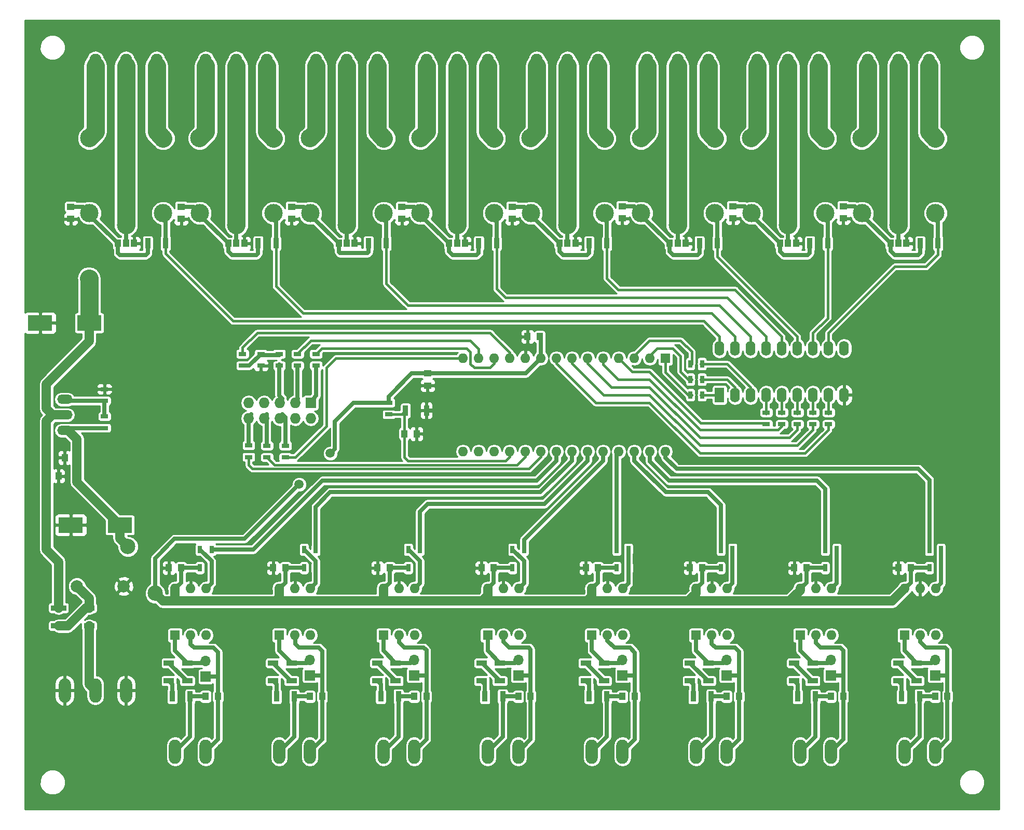
<source format=gbr>
G04 #@! TF.GenerationSoftware,KiCad,Pcbnew,(2017-06-21 revision 54670d678)-makepkg*
G04 #@! TF.CreationDate,2017-10-16T22:16:11+02:00*
G04 #@! TF.ProjectId,plytkaPrzekaznikow,706C79746B6150727A656B617A6E696B,rev?*
G04 #@! TF.SameCoordinates,Original
G04 #@! TF.FileFunction,Copper,L1,Top,Signal*
G04 #@! TF.FilePolarity,Positive*
%FSLAX46Y46*%
G04 Gerber Fmt 4.6, Leading zero omitted, Abs format (unit mm)*
G04 Created by KiCad (PCBNEW (2017-06-21 revision 54670d678)-makepkg) date 10/16/17 22:16:11*
%MOMM*%
%LPD*%
G01*
G04 APERTURE LIST*
%ADD10C,0.100000*%
%ADD11R,0.900000X1.700000*%
%ADD12R,1.727200X1.727200*%
%ADD13O,1.727200X1.727200*%
%ADD14R,1.300000X0.700000*%
%ADD15R,0.700000X1.300000*%
%ADD16R,1.250000X1.000000*%
%ADD17R,1.000000X1.250000*%
%ADD18R,1.600000X1.600000*%
%ADD19O,1.600000X1.600000*%
%ADD20R,2.500000X0.900000*%
%ADD21C,1.998980*%
%ADD22R,4.000000X2.500000*%
%ADD23O,1.981200X3.962400*%
%ADD24R,1.600000X2.400000*%
%ADD25O,1.600000X2.400000*%
%ADD26O,1.700000X1.700000*%
%ADD27R,1.700000X1.700000*%
%ADD28R,1.700000X0.900000*%
%ADD29O,2.499360X1.501140*%
%ADD30R,1.000000X1.200000*%
%ADD31C,3.000000*%
%ADD32C,2.500000*%
%ADD33C,1.500000*%
%ADD34C,0.800000*%
%ADD35C,0.700000*%
%ADD36C,0.400000*%
%ADD37C,3.000000*%
%ADD38C,1.500000*%
%ADD39C,0.200000*%
%ADD40C,0.254000*%
G04 APERTURE END LIST*
D10*
D11*
X116000000Y-114300000D03*
X112600000Y-114300000D03*
D12*
X97155000Y-113030000D03*
D13*
X97155000Y-115570000D03*
X94615000Y-113030000D03*
X94615000Y-115570000D03*
X92075000Y-113030000D03*
X92075000Y-115570000D03*
X89535000Y-113030000D03*
X89535000Y-115570000D03*
X86995000Y-113030000D03*
X86995000Y-115570000D03*
D14*
X181610000Y-116520000D03*
X181610000Y-114620000D03*
X176530000Y-116520000D03*
X176530000Y-114620000D03*
D15*
X159070000Y-111760000D03*
X160970000Y-111760000D03*
X160970000Y-109220000D03*
X159070000Y-109220000D03*
X159070000Y-106680000D03*
X160970000Y-106680000D03*
D14*
X179070000Y-114620000D03*
X179070000Y-116520000D03*
X171450000Y-114620000D03*
X171450000Y-116520000D03*
X92000000Y-106950000D03*
X92000000Y-105050000D03*
X173990000Y-114620000D03*
X173990000Y-116520000D03*
D16*
X116205000Y-108220000D03*
X116205000Y-110220000D03*
D17*
X54000000Y-125000000D03*
X56000000Y-125000000D03*
D18*
X155000000Y-105750000D03*
D19*
X121980000Y-120990000D03*
X152460000Y-105750000D03*
X124520000Y-120990000D03*
X149920000Y-105750000D03*
X127060000Y-120990000D03*
X147380000Y-105750000D03*
X129600000Y-120990000D03*
X144840000Y-105750000D03*
X132140000Y-120990000D03*
X142300000Y-105750000D03*
X134680000Y-120990000D03*
X139760000Y-105750000D03*
X137220000Y-120990000D03*
X137220000Y-105750000D03*
X139760000Y-120990000D03*
X134680000Y-105750000D03*
X142300000Y-120990000D03*
X132140000Y-105750000D03*
X144840000Y-120990000D03*
X129600000Y-105750000D03*
X147380000Y-120990000D03*
X127060000Y-105750000D03*
X149920000Y-120990000D03*
X124520000Y-105750000D03*
X152460000Y-120990000D03*
X121980000Y-105750000D03*
X155000000Y-120990000D03*
D20*
X56000000Y-149450000D03*
X56000000Y-146550000D03*
D21*
X66620000Y-143000000D03*
X59000000Y-143000000D03*
D17*
X182000000Y-161000000D03*
X184000000Y-161000000D03*
X150000000Y-161000000D03*
X148000000Y-161000000D03*
X131000000Y-161000000D03*
X133000000Y-161000000D03*
X116000000Y-161000000D03*
X114000000Y-161000000D03*
X97000000Y-161000000D03*
X99000000Y-161000000D03*
X132500000Y-102235000D03*
X134500000Y-102235000D03*
X195000000Y-140000000D03*
X193000000Y-140000000D03*
X176000000Y-140000000D03*
X178000000Y-140000000D03*
X161000000Y-140000000D03*
X159000000Y-140000000D03*
X142000000Y-140000000D03*
X144000000Y-140000000D03*
X127000000Y-140000000D03*
X125000000Y-140000000D03*
X74000000Y-140000000D03*
X76000000Y-140000000D03*
X165000000Y-161000000D03*
X167000000Y-161000000D03*
D16*
X184000000Y-82915000D03*
X184000000Y-80915000D03*
X76000000Y-81000000D03*
X76000000Y-83000000D03*
X94000000Y-83000000D03*
X94000000Y-81000000D03*
X58000000Y-81000000D03*
X58000000Y-83000000D03*
X112000000Y-83000000D03*
X112000000Y-81000000D03*
D17*
X57000000Y-122000000D03*
X59000000Y-122000000D03*
X114395000Y-118110000D03*
X112395000Y-118110000D03*
D16*
X130000000Y-81000000D03*
X130000000Y-83000000D03*
D17*
X91000000Y-140000000D03*
X93000000Y-140000000D03*
D16*
X147955000Y-80915000D03*
X147955000Y-82915000D03*
D17*
X108000000Y-140000000D03*
X110000000Y-140000000D03*
D16*
X166000000Y-80915000D03*
X166000000Y-82915000D03*
D17*
X201000000Y-161000000D03*
X199000000Y-161000000D03*
X80000000Y-161000000D03*
X82000000Y-161000000D03*
D22*
X61000000Y-100000000D03*
X53000000Y-100000000D03*
X58000000Y-133000000D03*
X66000000Y-133000000D03*
D23*
X75000000Y-170000000D03*
X80000000Y-170000000D03*
X182000000Y-170000000D03*
X177000000Y-170000000D03*
X160000000Y-170000000D03*
X165000000Y-170000000D03*
X199000000Y-170000000D03*
X194000000Y-170000000D03*
X143000000Y-170000000D03*
X148000000Y-170000000D03*
X131000000Y-170000000D03*
X126000000Y-170000000D03*
X109000000Y-170000000D03*
X114000000Y-170000000D03*
X97000000Y-170000000D03*
X92000000Y-170000000D03*
X116000000Y-58000000D03*
X121000000Y-58000000D03*
X126000000Y-58000000D03*
X108000000Y-58000000D03*
X103000000Y-58000000D03*
X98000000Y-58000000D03*
X80000000Y-58000000D03*
X85000000Y-58000000D03*
X90000000Y-58000000D03*
X72000000Y-58000000D03*
X67000000Y-58000000D03*
X62000000Y-58000000D03*
X134000000Y-58000000D03*
X139000000Y-58000000D03*
X144000000Y-58000000D03*
X198000000Y-58000000D03*
X193000000Y-58000000D03*
X188000000Y-58000000D03*
X57000000Y-160000000D03*
X62000000Y-160000000D03*
X67000000Y-160000000D03*
X180000000Y-58000000D03*
X175000000Y-58000000D03*
X170000000Y-58000000D03*
X152000000Y-58000000D03*
X157000000Y-58000000D03*
X162000000Y-58000000D03*
D24*
X163830000Y-111760000D03*
D25*
X184150000Y-104140000D03*
X166370000Y-111760000D03*
X181610000Y-104140000D03*
X168910000Y-111760000D03*
X179070000Y-104140000D03*
X171450000Y-111760000D03*
X176530000Y-104140000D03*
X173990000Y-111760000D03*
X173990000Y-104140000D03*
X176530000Y-111760000D03*
X171450000Y-104140000D03*
X179070000Y-111760000D03*
X168910000Y-104140000D03*
X181610000Y-111760000D03*
X166370000Y-104140000D03*
X184150000Y-111760000D03*
X163830000Y-104140000D03*
D19*
X143000000Y-143380000D03*
X148080000Y-151000000D03*
X145540000Y-143380000D03*
X145540000Y-151000000D03*
X148080000Y-143380000D03*
D18*
X143000000Y-151000000D03*
X177000000Y-151000000D03*
D19*
X182080000Y-143380000D03*
X179540000Y-151000000D03*
X179540000Y-143380000D03*
X182080000Y-151000000D03*
X177000000Y-143380000D03*
X160000000Y-143380000D03*
X165080000Y-151000000D03*
X162540000Y-143380000D03*
X162540000Y-151000000D03*
X165080000Y-143380000D03*
D18*
X160000000Y-151000000D03*
X126000000Y-151000000D03*
D19*
X131080000Y-143380000D03*
X128540000Y-151000000D03*
X128540000Y-143380000D03*
X131080000Y-151000000D03*
X126000000Y-143380000D03*
X109000000Y-143380000D03*
X114080000Y-151000000D03*
X111540000Y-143380000D03*
X111540000Y-151000000D03*
X114080000Y-143380000D03*
D18*
X109000000Y-151000000D03*
X75000000Y-151000000D03*
D19*
X80080000Y-143380000D03*
X77540000Y-151000000D03*
X77540000Y-143380000D03*
X80080000Y-151000000D03*
X75000000Y-143380000D03*
X194000000Y-143380000D03*
X199080000Y-151000000D03*
X196540000Y-143380000D03*
X196540000Y-151000000D03*
X199080000Y-143380000D03*
D18*
X194000000Y-151000000D03*
X92000000Y-151000000D03*
D19*
X97080000Y-143380000D03*
X94540000Y-151000000D03*
X94540000Y-143380000D03*
X97080000Y-151000000D03*
X92000000Y-143380000D03*
D26*
X165000000Y-155000000D03*
D27*
X165000000Y-157540000D03*
X80000000Y-157750000D03*
D26*
X80000000Y-155210000D03*
X182000000Y-155000000D03*
D27*
X182000000Y-157540000D03*
X114000000Y-157540000D03*
D26*
X114000000Y-155000000D03*
X131000000Y-155000000D03*
D27*
X131000000Y-157540000D03*
X199000000Y-157540000D03*
D26*
X199000000Y-155000000D03*
X148000000Y-155000000D03*
D27*
X148000000Y-157540000D03*
X97000000Y-157540000D03*
D26*
X97000000Y-155000000D03*
D15*
X199950000Y-140000000D03*
X198050000Y-140000000D03*
X181050000Y-140000000D03*
X182950000Y-140000000D03*
X165950000Y-140000000D03*
X164050000Y-140000000D03*
X147050000Y-140000000D03*
X148950000Y-140000000D03*
X80950000Y-137000000D03*
X79050000Y-137000000D03*
X96050000Y-137000000D03*
X97950000Y-137000000D03*
X114950000Y-137000000D03*
X113050000Y-137000000D03*
X130050000Y-137000000D03*
X131950000Y-137000000D03*
X147050000Y-137000000D03*
X148950000Y-137000000D03*
D14*
X98000000Y-105050000D03*
X98000000Y-106950000D03*
D15*
X181050000Y-137000000D03*
X182950000Y-137000000D03*
X199950000Y-137000000D03*
X198050000Y-137000000D03*
X80950000Y-140000000D03*
X79050000Y-140000000D03*
X96050000Y-140000000D03*
X97950000Y-140000000D03*
D14*
X86000000Y-106950000D03*
X86000000Y-105050000D03*
D15*
X165950000Y-137000000D03*
X164050000Y-137000000D03*
X131950000Y-140000000D03*
X130050000Y-140000000D03*
D14*
X63500000Y-110810000D03*
X63500000Y-112710000D03*
X63500000Y-117155000D03*
X63500000Y-115255000D03*
X109855000Y-113035000D03*
X109855000Y-114935000D03*
X89000000Y-105050000D03*
X89000000Y-106950000D03*
X93000000Y-121950000D03*
X93000000Y-120050000D03*
X87000000Y-120000000D03*
X87000000Y-121900000D03*
X90000000Y-121950000D03*
X90000000Y-120050000D03*
D15*
X114950000Y-140000000D03*
X113050000Y-140000000D03*
D14*
X95000000Y-105050000D03*
X95000000Y-106950000D03*
D11*
X109450000Y-87000000D03*
X106550000Y-87000000D03*
X179450000Y-161000000D03*
X176550000Y-161000000D03*
X73450000Y-87000000D03*
X70550000Y-87000000D03*
D28*
X61000000Y-146550000D03*
X61000000Y-149450000D03*
X108000000Y-155550000D03*
X108000000Y-158450000D03*
X125000000Y-158450000D03*
X125000000Y-155550000D03*
D11*
X77450000Y-161000000D03*
X74550000Y-161000000D03*
D28*
X94000000Y-158450000D03*
X94000000Y-155550000D03*
D11*
X94450000Y-161000000D03*
X91550000Y-161000000D03*
X108550000Y-161000000D03*
X111450000Y-161000000D03*
D28*
X142000000Y-155550000D03*
X142000000Y-158450000D03*
D11*
X125550000Y-161000000D03*
X128450000Y-161000000D03*
D28*
X159000000Y-155550000D03*
X159000000Y-158450000D03*
X176000000Y-158450000D03*
X176000000Y-155550000D03*
X193000000Y-155550000D03*
X193000000Y-158450000D03*
D11*
X142550000Y-161000000D03*
X145450000Y-161000000D03*
X88550000Y-87000000D03*
X91450000Y-87000000D03*
X159550000Y-161000000D03*
X162450000Y-161000000D03*
X196450000Y-161000000D03*
X193550000Y-161000000D03*
D28*
X77000000Y-158450000D03*
X77000000Y-155550000D03*
X196000000Y-155550000D03*
X196000000Y-158450000D03*
X74000000Y-158450000D03*
X74000000Y-155550000D03*
X91000000Y-155550000D03*
X91000000Y-158450000D03*
X179000000Y-158450000D03*
X179000000Y-155550000D03*
X162000000Y-155550000D03*
X162000000Y-158450000D03*
X145000000Y-158450000D03*
X145000000Y-155550000D03*
D11*
X196550000Y-87000000D03*
X199450000Y-87000000D03*
X181450000Y-87000000D03*
X178550000Y-87000000D03*
X160550000Y-87000000D03*
X163450000Y-87000000D03*
X145450000Y-87000000D03*
X142550000Y-87000000D03*
X124550000Y-87000000D03*
X127450000Y-87000000D03*
D28*
X128000000Y-158450000D03*
X128000000Y-155550000D03*
X111000000Y-155550000D03*
X111000000Y-158450000D03*
D29*
X57000000Y-117540000D03*
X57000000Y-112460000D03*
X57000000Y-115000000D03*
D30*
X176300000Y-87000000D03*
X175000000Y-87000000D03*
X173700000Y-87000000D03*
X191700000Y-87000000D03*
X193000000Y-87000000D03*
X194300000Y-87000000D03*
X140300000Y-87000000D03*
X139000000Y-87000000D03*
X137700000Y-87000000D03*
X155700000Y-87000000D03*
X157000000Y-87000000D03*
X158300000Y-87000000D03*
X122300000Y-87000000D03*
X121000000Y-87000000D03*
X119700000Y-87000000D03*
X65700000Y-87000000D03*
X67000000Y-87000000D03*
X68300000Y-87000000D03*
X86300000Y-87000000D03*
X85000000Y-87000000D03*
X83700000Y-87000000D03*
X101700000Y-87000000D03*
X103000000Y-87000000D03*
X104300000Y-87000000D03*
D31*
X85000000Y-84000000D03*
X79050000Y-82050000D03*
X79000000Y-69800000D03*
X91050000Y-69850000D03*
X91050000Y-82050000D03*
X109050000Y-82050000D03*
X109050000Y-69850000D03*
X97000000Y-69800000D03*
X97050000Y-82050000D03*
X103000000Y-84000000D03*
X121000000Y-84000000D03*
X115050000Y-82050000D03*
X115000000Y-69800000D03*
X127050000Y-69850000D03*
X127050000Y-82050000D03*
X145050000Y-82050000D03*
X145050000Y-69850000D03*
X133000000Y-69800000D03*
X133050000Y-82050000D03*
X139000000Y-84000000D03*
X157000000Y-84000000D03*
X151050000Y-82050000D03*
X151000000Y-69800000D03*
X163050000Y-69850000D03*
X163050000Y-82050000D03*
X181050000Y-82050000D03*
X181050000Y-69850000D03*
X169000000Y-69800000D03*
X169050000Y-82050000D03*
X175000000Y-84000000D03*
X199050000Y-82050000D03*
X199050000Y-69850000D03*
X187000000Y-69800000D03*
X187050000Y-82050000D03*
X193000000Y-84000000D03*
X73050000Y-82050000D03*
X73050000Y-69850000D03*
X61000000Y-69800000D03*
X61050000Y-82050000D03*
X67000000Y-84000000D03*
D32*
X60960000Y-92710000D03*
D33*
X130619500Y-102298500D03*
X58039000Y-137541000D03*
X59626500Y-137541000D03*
X59626500Y-135953500D03*
X58039000Y-135953500D03*
D34*
X96000000Y-118250000D03*
X64000000Y-109000000D03*
X88500000Y-108500000D03*
D33*
X118110000Y-113030000D03*
X118110000Y-114935000D03*
X100330000Y-121285000D03*
X95250000Y-126365000D03*
D32*
X71755000Y-144144986D03*
X67310000Y-136525000D03*
D35*
X73450000Y-87000000D02*
X73450000Y-82450000D01*
X73450000Y-82450000D02*
X73050000Y-82050000D01*
D36*
X84455000Y-99695000D02*
X73450000Y-88690000D01*
X73450000Y-88690000D02*
X73450000Y-87000000D01*
X161290000Y-99695000D02*
X84455000Y-99695000D01*
X163830000Y-102235000D02*
X161290000Y-99695000D01*
X163830000Y-104140000D02*
X163830000Y-102235000D01*
D37*
X72000000Y-58000000D02*
X72000000Y-68800000D01*
X72000000Y-68800000D02*
X73050000Y-69850000D01*
X62000000Y-58000000D02*
X62000000Y-68800000D01*
X62000000Y-68800000D02*
X61000000Y-69800000D01*
D35*
X184000000Y-80915000D02*
X185915000Y-80915000D01*
X185915000Y-80915000D02*
X187050000Y-82050000D01*
X166000000Y-80915000D02*
X167915000Y-80915000D01*
X167915000Y-80915000D02*
X169050000Y-82050000D01*
X147955000Y-80915000D02*
X149915000Y-80915000D01*
X149915000Y-80915000D02*
X151050000Y-82050000D01*
X130000000Y-81000000D02*
X132000000Y-81000000D01*
X132000000Y-81000000D02*
X133050000Y-82050000D01*
X112000000Y-81000000D02*
X114000000Y-81000000D01*
X114000000Y-81000000D02*
X115050000Y-82050000D01*
X94000000Y-81000000D02*
X96000000Y-81000000D01*
X96000000Y-81000000D02*
X97050000Y-82050000D01*
X76000000Y-81000000D02*
X78000000Y-81000000D01*
X78000000Y-81000000D02*
X79050000Y-82050000D01*
X58000000Y-81000000D02*
X60000000Y-81000000D01*
X60000000Y-81000000D02*
X61050000Y-82050000D01*
D37*
X61000000Y-100000000D02*
X61000000Y-92750000D01*
X61000000Y-92750000D02*
X60960000Y-92710000D01*
D35*
X191700000Y-87000000D02*
X191700000Y-88195000D01*
X191700000Y-88195000D02*
X192405000Y-88900000D01*
X192405000Y-88900000D02*
X196215000Y-88900000D01*
X196215000Y-88900000D02*
X196550000Y-88565000D01*
X196550000Y-88565000D02*
X196550000Y-87000000D01*
X187050000Y-82050000D02*
X187050000Y-82350000D01*
X187050000Y-82350000D02*
X191700000Y-87000000D01*
X173700000Y-87000000D02*
X173700000Y-88300000D01*
X173700000Y-88300000D02*
X174300000Y-88900000D01*
X174300000Y-88900000D02*
X178200000Y-88900000D01*
X178200000Y-88900000D02*
X178550000Y-88550000D01*
X178550000Y-88550000D02*
X178550000Y-87000000D01*
X169050000Y-82050000D02*
X169050000Y-82350000D01*
X169050000Y-82350000D02*
X173700000Y-87000000D01*
X155700000Y-87000000D02*
X155700000Y-88300000D01*
X155700000Y-88300000D02*
X156300000Y-88900000D01*
X156300000Y-88900000D02*
X160200000Y-88900000D01*
X160200000Y-88900000D02*
X160550000Y-88550000D01*
X160550000Y-88550000D02*
X160550000Y-87000000D01*
X151050000Y-82050000D02*
X151050000Y-82350000D01*
X151050000Y-82350000D02*
X155700000Y-87000000D01*
X142240000Y-88900000D02*
X142550000Y-88590000D01*
X142550000Y-88590000D02*
X142550000Y-87000000D01*
X138300000Y-88900000D02*
X142240000Y-88900000D01*
X137700000Y-87000000D02*
X137700000Y-88300000D01*
X137700000Y-88300000D02*
X138300000Y-88900000D01*
X133050000Y-82050000D02*
X133050000Y-82350000D01*
X133050000Y-82350000D02*
X137700000Y-87000000D01*
X119700000Y-87000000D02*
X119700000Y-88300000D01*
X119700000Y-88300000D02*
X120300000Y-88900000D01*
X120300000Y-88900000D02*
X124200000Y-88900000D01*
X124200000Y-88900000D02*
X124550000Y-88550000D01*
X124550000Y-88550000D02*
X124550000Y-87000000D01*
X115050000Y-82050000D02*
X115050000Y-82350000D01*
X115050000Y-82350000D02*
X119700000Y-87000000D01*
X106395000Y-88550000D02*
X106550000Y-88395000D01*
X106550000Y-88395000D02*
X106550000Y-87000000D01*
X101700000Y-88365000D02*
X101885000Y-88550000D01*
X101885000Y-88550000D02*
X106395000Y-88550000D01*
X101700000Y-87000000D02*
X101700000Y-88365000D01*
X97050000Y-82050000D02*
X97050000Y-82350000D01*
X97050000Y-82350000D02*
X101700000Y-87000000D01*
X88265000Y-88900000D02*
X88550000Y-88615000D01*
X88550000Y-88615000D02*
X88550000Y-87000000D01*
X84300000Y-88900000D02*
X88265000Y-88900000D01*
X83700000Y-87000000D02*
X83700000Y-88300000D01*
X83700000Y-88300000D02*
X84300000Y-88900000D01*
X79050000Y-82050000D02*
X79050000Y-82350000D01*
X79050000Y-82350000D02*
X83700000Y-87000000D01*
X70550000Y-87000000D02*
X70550000Y-88550000D01*
X70550000Y-88550000D02*
X70200000Y-88900000D01*
X70200000Y-88900000D02*
X66040000Y-88900000D01*
X66040000Y-88900000D02*
X65700000Y-88560000D01*
X65700000Y-88560000D02*
X65700000Y-87000000D01*
X61050000Y-82050000D02*
X61050000Y-82350000D01*
X61050000Y-82350000D02*
X65700000Y-87000000D01*
D38*
X54000000Y-125000000D02*
X54000000Y-137000000D01*
X54000000Y-137000000D02*
X56000000Y-139000000D01*
X56000000Y-139000000D02*
X56000000Y-146550000D01*
X54000000Y-116000000D02*
X54000000Y-125000000D01*
X55000000Y-115000000D02*
X54000000Y-114000000D01*
X54000000Y-114000000D02*
X54000000Y-110000000D01*
X54000000Y-110000000D02*
X61000000Y-103000000D01*
X61000000Y-103000000D02*
X61000000Y-100000000D01*
X54000000Y-116000000D02*
X55000000Y-115000000D01*
X55000000Y-115000000D02*
X57000000Y-115000000D01*
D37*
X67000000Y-58000000D02*
X67000000Y-84000000D01*
D35*
X67000000Y-84000000D02*
X67000000Y-87000000D01*
X193000000Y-87000000D02*
X193000000Y-84000000D01*
D37*
X193000000Y-58000000D02*
X193000000Y-84000000D01*
X188000000Y-58000000D02*
X188000000Y-68800000D01*
X188000000Y-68800000D02*
X187000000Y-69800000D01*
X198000000Y-58000000D02*
X198000000Y-68800000D01*
X198000000Y-68800000D02*
X199050000Y-69850000D01*
D35*
X199450000Y-87000000D02*
X199450000Y-82450000D01*
X199450000Y-82450000D02*
X199050000Y-82050000D01*
D36*
X181610000Y-104140000D02*
X181610000Y-101600000D01*
X181610000Y-101600000D02*
X192405000Y-90805000D01*
X192405000Y-90805000D02*
X197485000Y-90805000D01*
X197485000Y-90805000D02*
X199450000Y-88840000D01*
X199450000Y-88840000D02*
X199450000Y-87000000D01*
D35*
X181450000Y-87000000D02*
X181450000Y-82450000D01*
X181450000Y-82450000D02*
X181050000Y-82050000D01*
D36*
X179070000Y-104140000D02*
X179070000Y-101600000D01*
X179070000Y-101600000D02*
X181450000Y-99220000D01*
X181450000Y-99220000D02*
X181450000Y-87000000D01*
D37*
X180000000Y-58000000D02*
X180000000Y-68800000D01*
X180000000Y-68800000D02*
X181050000Y-69850000D01*
X170000000Y-58000000D02*
X170000000Y-68800000D01*
X170000000Y-68800000D02*
X169000000Y-69800000D01*
D35*
X175000000Y-87000000D02*
X175000000Y-84000000D01*
D37*
X175000000Y-58000000D02*
X175000000Y-84000000D01*
D35*
X157000000Y-87000000D02*
X157000000Y-84000000D01*
D37*
X157000000Y-58000000D02*
X157000000Y-84000000D01*
X152000000Y-58000000D02*
X152000000Y-68800000D01*
X152000000Y-68800000D02*
X151000000Y-69800000D01*
X162000000Y-58000000D02*
X162000000Y-68800000D01*
X162000000Y-68800000D02*
X163050000Y-69850000D01*
D35*
X163450000Y-87000000D02*
X163450000Y-82450000D01*
X163450000Y-82450000D02*
X163050000Y-82050000D01*
D36*
X176530000Y-104140000D02*
X176530000Y-102235000D01*
X176530000Y-102235000D02*
X163450000Y-89155000D01*
X163450000Y-89155000D02*
X163450000Y-87000000D01*
D35*
X145450000Y-87000000D02*
X145450000Y-82450000D01*
X145450000Y-82450000D02*
X145050000Y-82050000D01*
D36*
X173990000Y-104140000D02*
X173990000Y-102235000D01*
X173990000Y-102235000D02*
X166370000Y-94615000D01*
X166370000Y-94615000D02*
X147320000Y-94615000D01*
X147320000Y-94615000D02*
X145450000Y-92745000D01*
X145450000Y-92745000D02*
X145450000Y-87000000D01*
D37*
X144000000Y-58000000D02*
X144000000Y-68800000D01*
X144000000Y-68800000D02*
X145050000Y-69850000D01*
X134000000Y-58000000D02*
X134000000Y-68800000D01*
X134000000Y-68800000D02*
X133000000Y-69800000D01*
D35*
X139000000Y-87000000D02*
X139000000Y-84000000D01*
D37*
X139000000Y-58000000D02*
X139000000Y-84000000D01*
D35*
X121000000Y-87000000D02*
X121000000Y-84000000D01*
D37*
X121000000Y-58000000D02*
X121000000Y-84000000D01*
X116000000Y-58000000D02*
X116000000Y-68800000D01*
X116000000Y-68800000D02*
X115000000Y-69800000D01*
X126000000Y-58000000D02*
X126000000Y-68800000D01*
X126000000Y-68800000D02*
X127050000Y-69850000D01*
D35*
X127450000Y-87000000D02*
X127450000Y-82450000D01*
X127450000Y-82450000D02*
X127050000Y-82050000D01*
D36*
X171450000Y-104140000D02*
X171450000Y-102235000D01*
X171450000Y-102235000D02*
X165100000Y-95885000D01*
X165100000Y-95885000D02*
X128905000Y-95885000D01*
X128905000Y-95885000D02*
X127450000Y-94430000D01*
X127450000Y-94430000D02*
X127450000Y-87000000D01*
D35*
X109450000Y-87000000D02*
X109450000Y-82450000D01*
X109450000Y-82450000D02*
X109050000Y-82050000D01*
D36*
X168910000Y-104140000D02*
X168910000Y-102235000D01*
X163830000Y-97155000D02*
X113030000Y-97155000D01*
X168910000Y-102235000D02*
X163830000Y-97155000D01*
X109450000Y-93575000D02*
X109450000Y-87000000D01*
X113030000Y-97155000D02*
X109450000Y-93575000D01*
D37*
X108000000Y-58000000D02*
X108000000Y-68800000D01*
X108000000Y-68800000D02*
X109050000Y-69850000D01*
X98000000Y-58000000D02*
X98000000Y-68800000D01*
X98000000Y-68800000D02*
X97000000Y-69800000D01*
D35*
X103000000Y-87000000D02*
X103000000Y-84000000D01*
D37*
X103000000Y-58000000D02*
X103000000Y-84000000D01*
D35*
X85000000Y-87000000D02*
X85000000Y-84000000D01*
D37*
X85000000Y-58000000D02*
X85000000Y-84000000D01*
X80000000Y-58000000D02*
X80000000Y-68800000D01*
X80000000Y-68800000D02*
X79000000Y-69800000D01*
X90000000Y-58000000D02*
X90000000Y-68800000D01*
X90000000Y-68800000D02*
X91050000Y-69850000D01*
D35*
X91450000Y-87000000D02*
X91450000Y-82450000D01*
X91450000Y-82450000D02*
X91050000Y-82050000D01*
D36*
X91450000Y-87000000D02*
X91450000Y-93990000D01*
X91450000Y-93990000D02*
X95885000Y-98425000D01*
X95885000Y-98425000D02*
X162560000Y-98425000D01*
X162560000Y-98425000D02*
X166370000Y-102235000D01*
X166370000Y-102235000D02*
X166370000Y-104140000D01*
X132500000Y-102235000D02*
X130683000Y-102235000D01*
X130683000Y-102235000D02*
X130619500Y-102298500D01*
X59626500Y-135953500D02*
X59626500Y-137541000D01*
X58000000Y-133000000D02*
X58000000Y-135914500D01*
X58000000Y-135914500D02*
X58039000Y-135953500D01*
D39*
X63500000Y-110810000D02*
X63500000Y-109500000D01*
X63500000Y-109500000D02*
X64000000Y-109000000D01*
X89000000Y-106950000D02*
X89000000Y-108000000D01*
X89000000Y-108000000D02*
X88500000Y-108500000D01*
D35*
X116000000Y-114300000D02*
X117475000Y-114300000D01*
X117475000Y-114300000D02*
X118110000Y-114935000D01*
X63500000Y-115255000D02*
X63500000Y-112710000D01*
X63500000Y-112710000D02*
X57250000Y-112710000D01*
X57250000Y-112710000D02*
X57000000Y-112460000D01*
X134680000Y-105750000D02*
X134680000Y-102415000D01*
X134680000Y-102415000D02*
X134500000Y-102235000D01*
X134680000Y-105750000D02*
X132210000Y-108220000D01*
X132210000Y-108220000D02*
X116205000Y-108220000D01*
X109855000Y-113035000D02*
X109855000Y-111985000D01*
X109855000Y-111985000D02*
X113620000Y-108220000D01*
X113620000Y-108220000D02*
X114880000Y-108220000D01*
X114880000Y-108220000D02*
X116205000Y-108220000D01*
X101079999Y-116090001D02*
X104135000Y-113035000D01*
X104135000Y-113035000D02*
X109855000Y-113035000D01*
X100330000Y-121285000D02*
X101079999Y-120535001D01*
X101079999Y-120535001D02*
X101079999Y-116090001D01*
X84455000Y-135255000D02*
X86360000Y-135255000D01*
X86360000Y-135255000D02*
X95250000Y-126365000D01*
X71755000Y-144144986D02*
X71755000Y-138430000D01*
X71755000Y-138430000D02*
X74930000Y-135255000D01*
X74930000Y-135255000D02*
X84455000Y-135255000D01*
D38*
X73004999Y-145394985D02*
X71755000Y-144144986D01*
X73025014Y-145415000D02*
X73004999Y-145394985D01*
X74930000Y-145415000D02*
X73025014Y-145415000D01*
D35*
X63500000Y-117155000D02*
X57385000Y-117155000D01*
X57385000Y-117155000D02*
X57000000Y-117540000D01*
D38*
X74930000Y-145415000D02*
X91440000Y-145415000D01*
X75000000Y-143380000D02*
X75000000Y-145345000D01*
X75000000Y-145345000D02*
X74930000Y-145415000D01*
X91440000Y-145415000D02*
X108585000Y-145415000D01*
X92000000Y-143380000D02*
X92000000Y-144855000D01*
X92000000Y-144855000D02*
X91440000Y-145415000D01*
X108585000Y-145415000D02*
X125095000Y-145415000D01*
X109000000Y-143380000D02*
X109000000Y-145000000D01*
X109000000Y-145000000D02*
X108585000Y-145415000D01*
X125095000Y-145415000D02*
X142240000Y-145415000D01*
X126000000Y-143380000D02*
X126000000Y-144510000D01*
X126000000Y-144510000D02*
X125095000Y-145415000D01*
X142240000Y-145415000D02*
X158750000Y-145415000D01*
X143000000Y-143380000D02*
X143000000Y-144655000D01*
X143000000Y-144655000D02*
X142240000Y-145415000D01*
X158750000Y-145415000D02*
X175260000Y-145415000D01*
X160000000Y-143380000D02*
X160000000Y-144165000D01*
X160000000Y-144165000D02*
X158750000Y-145415000D01*
X175260000Y-145415000D02*
X191965000Y-145415000D01*
X177000000Y-143380000D02*
X177000000Y-143675000D01*
X177000000Y-143675000D02*
X175260000Y-145415000D01*
X191965000Y-145415000D02*
X194000000Y-143380000D01*
X66000000Y-133000000D02*
X66000000Y-135215000D01*
X66000000Y-135215000D02*
X67310000Y-136525000D01*
D35*
X198050000Y-140000000D02*
X195000000Y-140000000D01*
X195000000Y-140000000D02*
X195000000Y-142380000D01*
X195000000Y-142380000D02*
X194000000Y-143380000D01*
X181050000Y-140000000D02*
X178000000Y-140000000D01*
X178000000Y-140000000D02*
X178000000Y-142380000D01*
X178000000Y-142380000D02*
X177000000Y-143380000D01*
X161000000Y-140000000D02*
X164050000Y-140000000D01*
X161000000Y-140000000D02*
X161000000Y-142380000D01*
X161000000Y-142380000D02*
X160000000Y-143380000D01*
X144000000Y-140000000D02*
X147050000Y-140000000D01*
X144000000Y-140000000D02*
X144000000Y-142380000D01*
X144000000Y-142380000D02*
X143000000Y-143380000D01*
X127000000Y-140000000D02*
X127000000Y-142380000D01*
X127000000Y-142380000D02*
X126000000Y-143380000D01*
X130050000Y-140000000D02*
X127000000Y-140000000D01*
X110000000Y-140000000D02*
X110000000Y-142380000D01*
X110000000Y-142380000D02*
X109000000Y-143380000D01*
X113050000Y-140000000D02*
X110000000Y-140000000D01*
X76000000Y-140000000D02*
X76000000Y-142380000D01*
X76000000Y-142380000D02*
X75000000Y-143380000D01*
X79050000Y-140000000D02*
X76000000Y-140000000D01*
X93000000Y-140000000D02*
X93000000Y-142380000D01*
X93000000Y-142380000D02*
X92000000Y-143380000D01*
X96050000Y-140000000D02*
X93000000Y-140000000D01*
D38*
X59000000Y-122000000D02*
X59000000Y-119000000D01*
X59000000Y-124000000D02*
X59000000Y-122000000D01*
X59000000Y-124000000D02*
X59000000Y-126000000D01*
X59000000Y-126000000D02*
X66000000Y-133000000D01*
X57540000Y-117540000D02*
X59000000Y-119000000D01*
X57000000Y-117540000D02*
X57540000Y-117540000D01*
D35*
X109000000Y-151000000D02*
X109000000Y-153550000D01*
X109000000Y-153550000D02*
X111000000Y-155550000D01*
X111000000Y-155550000D02*
X113450000Y-155550000D01*
X113450000Y-155550000D02*
X114000000Y-155000000D01*
X108000000Y-155550000D02*
X108100000Y-155550000D01*
X108100000Y-155550000D02*
X111000000Y-158450000D01*
X125000000Y-155550000D02*
X125100000Y-155550000D01*
X125100000Y-155550000D02*
X128000000Y-158450000D01*
X126000000Y-151000000D02*
X126000000Y-153550000D01*
X126000000Y-153550000D02*
X128000000Y-155550000D01*
X128000000Y-155550000D02*
X130450000Y-155550000D01*
X130450000Y-155550000D02*
X131000000Y-155000000D01*
X145000000Y-158450000D02*
X144900000Y-158450000D01*
X144900000Y-158450000D02*
X142000000Y-155550000D01*
X143000000Y-151000000D02*
X143000000Y-153550000D01*
X143000000Y-153550000D02*
X145000000Y-155550000D01*
X145000000Y-155550000D02*
X147450000Y-155550000D01*
X147450000Y-155550000D02*
X148000000Y-155000000D01*
X162000000Y-155550000D02*
X164450000Y-155550000D01*
X164450000Y-155550000D02*
X165000000Y-155000000D01*
X160000000Y-151000000D02*
X160000000Y-153550000D01*
X160000000Y-153550000D02*
X162000000Y-155550000D01*
X162000000Y-158450000D02*
X161900000Y-158450000D01*
X161900000Y-158450000D02*
X159000000Y-155550000D01*
X179000000Y-158450000D02*
X178900000Y-158450000D01*
X178900000Y-158450000D02*
X176000000Y-155550000D01*
X179000000Y-155550000D02*
X181450000Y-155550000D01*
X181450000Y-155550000D02*
X182000000Y-155000000D01*
X177000000Y-151000000D02*
X177000000Y-153550000D01*
X177000000Y-153550000D02*
X179000000Y-155550000D01*
X94000000Y-158450000D02*
X93900000Y-158450000D01*
X93900000Y-158450000D02*
X91000000Y-155550000D01*
X91550000Y-161000000D02*
X91550000Y-159000000D01*
X91550000Y-159000000D02*
X91000000Y-158450000D01*
X74550000Y-161000000D02*
X74550000Y-159000000D01*
X74550000Y-159000000D02*
X74000000Y-158450000D01*
X77000000Y-158450000D02*
X76900000Y-158450000D01*
X76900000Y-158450000D02*
X74000000Y-155550000D01*
X196000000Y-155550000D02*
X198450000Y-155550000D01*
X198450000Y-155550000D02*
X199000000Y-155000000D01*
X194000000Y-151000000D02*
X194000000Y-153550000D01*
X194000000Y-153550000D02*
X196000000Y-155550000D01*
X196000000Y-158450000D02*
X195900000Y-158450000D01*
X195900000Y-158450000D02*
X193000000Y-155550000D01*
X77000000Y-155550000D02*
X79660000Y-155550000D01*
X79660000Y-155550000D02*
X80000000Y-155210000D01*
X75000000Y-151000000D02*
X75000000Y-153550000D01*
X75000000Y-153550000D02*
X77000000Y-155550000D01*
X196450000Y-161000000D02*
X199000000Y-161000000D01*
X196450000Y-161000000D02*
X196450000Y-167550000D01*
X196450000Y-167550000D02*
X194000000Y-170000000D01*
X193550000Y-161000000D02*
X193550000Y-159000000D01*
X193550000Y-159000000D02*
X193000000Y-158450000D01*
X159550000Y-161000000D02*
X159550000Y-159000000D01*
X159550000Y-159000000D02*
X159000000Y-158450000D01*
X162450000Y-161000000D02*
X165000000Y-161000000D01*
X162450000Y-161000000D02*
X162450000Y-167550000D01*
X162450000Y-167550000D02*
X160000000Y-170000000D01*
X142550000Y-161000000D02*
X142550000Y-159000000D01*
X142550000Y-159000000D02*
X142000000Y-158450000D01*
X148000000Y-161000000D02*
X145450000Y-161000000D01*
X145450000Y-161000000D02*
X145450000Y-167550000D01*
X145450000Y-167550000D02*
X143000000Y-170000000D01*
X176550000Y-161000000D02*
X176550000Y-159000000D01*
X176550000Y-159000000D02*
X176000000Y-158450000D01*
X125550000Y-161000000D02*
X125550000Y-159000000D01*
X125550000Y-159000000D02*
X125000000Y-158450000D01*
X131000000Y-161000000D02*
X128450000Y-161000000D01*
X128450000Y-161000000D02*
X128450000Y-167550000D01*
X128450000Y-167550000D02*
X126000000Y-170000000D01*
X108550000Y-161000000D02*
X108550000Y-159000000D01*
X108550000Y-159000000D02*
X108000000Y-158450000D01*
X114000000Y-161000000D02*
X111450000Y-161000000D01*
X111450000Y-161000000D02*
X111450000Y-167550000D01*
X111450000Y-167550000D02*
X109000000Y-170000000D01*
X97000000Y-161000000D02*
X94450000Y-161000000D01*
X94450000Y-161000000D02*
X94450000Y-167550000D01*
X94450000Y-167550000D02*
X92000000Y-170000000D01*
X92000000Y-151000000D02*
X92000000Y-153550000D01*
X92000000Y-153550000D02*
X94000000Y-155550000D01*
X94000000Y-155550000D02*
X96450000Y-155550000D01*
X96450000Y-155550000D02*
X97000000Y-155000000D01*
X77450000Y-161000000D02*
X77450000Y-167550000D01*
X77450000Y-167550000D02*
X75000000Y-170000000D01*
X77450000Y-161000000D02*
X80000000Y-161000000D01*
D38*
X61000000Y-149450000D02*
X61000000Y-159000000D01*
X61000000Y-159000000D02*
X62000000Y-160000000D01*
X61000000Y-146550000D02*
X61000000Y-145000000D01*
X61000000Y-145000000D02*
X59000000Y-143000000D01*
X56000000Y-149450000D02*
X57550000Y-149450000D01*
X57550000Y-149450000D02*
X60450000Y-146550000D01*
X60450000Y-146550000D02*
X61000000Y-146550000D01*
D35*
X182000000Y-161000000D02*
X179450000Y-161000000D01*
X179450000Y-161000000D02*
X179450000Y-167550000D01*
X179450000Y-167550000D02*
X177000000Y-170000000D01*
D36*
X95000000Y-105050000D02*
X95000000Y-105000000D01*
X95000000Y-105000000D02*
X97130000Y-102870000D01*
X97130000Y-102870000D02*
X123190000Y-102870000D01*
X123190000Y-102870000D02*
X124520000Y-104200000D01*
X124520000Y-104200000D02*
X124520000Y-105750000D01*
D35*
X95000000Y-106950000D02*
X95000000Y-112322499D01*
X95000000Y-112322499D02*
X95015001Y-112337500D01*
D36*
X159270000Y-109220000D02*
X158750000Y-109220000D01*
X158750000Y-109220000D02*
X157480000Y-107950000D01*
X157480000Y-107950000D02*
X157480000Y-105410000D01*
X157480000Y-105410000D02*
X156210000Y-104140000D01*
X156210000Y-104140000D02*
X153670000Y-104140000D01*
X153670000Y-104140000D02*
X152460000Y-105350000D01*
X152460000Y-105350000D02*
X152460000Y-105750000D01*
X160770000Y-109220000D02*
X165100000Y-109220000D01*
X165100000Y-109220000D02*
X166370000Y-110490000D01*
X166370000Y-110490000D02*
X166370000Y-111760000D01*
X173990000Y-111760000D02*
X173990000Y-114820000D01*
X144840000Y-105750000D02*
X144840000Y-106740000D01*
X173990000Y-116840000D02*
X173990000Y-116320000D01*
X144840000Y-106740000D02*
X147320000Y-109220000D01*
X147320000Y-109220000D02*
X152400000Y-109220000D01*
X152400000Y-109220000D02*
X160655000Y-117475000D01*
X160655000Y-117475000D02*
X173355000Y-117475000D01*
X173355000Y-117475000D02*
X173990000Y-116840000D01*
X147380000Y-105750000D02*
X149580000Y-107950000D01*
X149580000Y-107950000D02*
X152400000Y-107950000D01*
X152400000Y-107950000D02*
X160770000Y-116320000D01*
X160770000Y-116320000D02*
X170600000Y-116320000D01*
X170600000Y-116320000D02*
X171450000Y-116320000D01*
X171450000Y-111760000D02*
X171450000Y-114820000D01*
X160770000Y-106680000D02*
X165100000Y-106680000D01*
X165100000Y-106680000D02*
X168910000Y-110490000D01*
X168910000Y-110490000D02*
X168910000Y-111760000D01*
X157480000Y-102870000D02*
X159270000Y-104660000D01*
X159270000Y-104660000D02*
X159270000Y-106680000D01*
X152400000Y-102870000D02*
X157480000Y-102870000D01*
X149920000Y-105350000D02*
X152400000Y-102870000D01*
X149920000Y-105750000D02*
X149920000Y-105350000D01*
D35*
X114950000Y-140000000D02*
X114950000Y-138900000D01*
X114950000Y-138900000D02*
X113050000Y-137000000D01*
X114950000Y-140000000D02*
X114950000Y-142510000D01*
X114950000Y-142510000D02*
X114080000Y-143380000D01*
D36*
X132140000Y-120990000D02*
X132140000Y-121860000D01*
X132140000Y-121860000D02*
X130810000Y-123190000D01*
X130810000Y-123190000D02*
X91240000Y-123190000D01*
X91240000Y-123190000D02*
X90000000Y-121950000D01*
D35*
X89935001Y-114877500D02*
X89935001Y-119985001D01*
X89935001Y-119985001D02*
X90000000Y-120050000D01*
X87000000Y-120000000D02*
X87000000Y-115272501D01*
X87000000Y-115272501D02*
X87395001Y-114877500D01*
D36*
X87000000Y-121900000D02*
X87000000Y-123195000D01*
X87630000Y-123825000D02*
X132715000Y-123825000D01*
X87000000Y-123195000D02*
X87630000Y-123825000D01*
X132715000Y-123825000D02*
X134680000Y-121860000D01*
X134680000Y-121860000D02*
X134680000Y-120990000D01*
X121980000Y-105750000D02*
X101260000Y-105750000D01*
X101260000Y-105750000D02*
X99695000Y-107315000D01*
X99695000Y-107315000D02*
X99695000Y-116840000D01*
X99695000Y-116840000D02*
X94585000Y-121950000D01*
X94585000Y-121950000D02*
X93000000Y-121950000D01*
D35*
X93000000Y-120050000D02*
X93000000Y-115402499D01*
X93000000Y-115402499D02*
X92475001Y-114877500D01*
X92000000Y-105250000D02*
X89200000Y-105250000D01*
X89200000Y-105250000D02*
X89000000Y-105050000D01*
X86000000Y-106950000D02*
X87100000Y-106950000D01*
X87100000Y-106950000D02*
X89000000Y-105050000D01*
D36*
X109855000Y-114935000D02*
X111965000Y-114935000D01*
X111965000Y-114935000D02*
X112600000Y-114300000D01*
X112395000Y-118110000D02*
X112395000Y-114505000D01*
X112395000Y-114505000D02*
X112600000Y-114300000D01*
X112395000Y-118110000D02*
X112395000Y-121920000D01*
X112395000Y-121920000D02*
X113030000Y-122555000D01*
X129600000Y-120990000D02*
X129600000Y-121860000D01*
X129600000Y-121860000D02*
X128905000Y-122555000D01*
X128905000Y-122555000D02*
X113030000Y-122555000D01*
X155000000Y-105750000D02*
X155000000Y-108010000D01*
X155000000Y-108010000D02*
X158750000Y-111760000D01*
X158750000Y-111760000D02*
X159270000Y-111760000D01*
X160770000Y-111760000D02*
X163830000Y-111760000D01*
X181610000Y-111760000D02*
X181610000Y-114820000D01*
X137220000Y-105750000D02*
X137220000Y-106620000D01*
X137220000Y-106620000D02*
X143630000Y-113030000D01*
X143630000Y-113030000D02*
X152400000Y-113030000D01*
X152400000Y-113030000D02*
X160655000Y-121285000D01*
X160655000Y-121285000D02*
X177800000Y-121285000D01*
X181610000Y-117475000D02*
X181610000Y-116320000D01*
X177800000Y-121285000D02*
X181610000Y-117475000D01*
D35*
X131950000Y-140000000D02*
X131950000Y-138900000D01*
X131950000Y-138900000D02*
X130050000Y-137000000D01*
X131950000Y-140000000D02*
X131950000Y-142510000D01*
X131950000Y-142510000D02*
X131080000Y-143380000D01*
D36*
X176530000Y-111760000D02*
X176530000Y-114820000D01*
X142300000Y-105750000D02*
X142300000Y-106620000D01*
X142300000Y-106620000D02*
X146170000Y-110490000D01*
X146170000Y-110490000D02*
X152400000Y-110490000D01*
X152400000Y-110490000D02*
X160655000Y-118745000D01*
X160655000Y-118745000D02*
X175260000Y-118745000D01*
X175260000Y-118745000D02*
X176530000Y-117475000D01*
X176530000Y-117475000D02*
X176530000Y-116320000D01*
X139760000Y-105750000D02*
X139760000Y-106620000D01*
X139760000Y-106620000D02*
X144900000Y-111760000D01*
X144900000Y-111760000D02*
X152400000Y-111760000D01*
X152400000Y-111760000D02*
X160655000Y-120015000D01*
X160655000Y-120015000D02*
X176530000Y-120015000D01*
X176530000Y-120015000D02*
X179070000Y-117475000D01*
X179070000Y-117475000D02*
X179070000Y-116320000D01*
X179070000Y-111760000D02*
X179070000Y-114820000D01*
D35*
X165950000Y-140000000D02*
X165950000Y-137000000D01*
X165950000Y-140000000D02*
X165950000Y-142510000D01*
X165950000Y-142510000D02*
X165080000Y-143380000D01*
X161925000Y-127635000D02*
X164050000Y-129760000D01*
X164050000Y-129760000D02*
X164050000Y-137000000D01*
X155060000Y-127635000D02*
X161925000Y-127635000D01*
X149920000Y-122495000D02*
X155060000Y-127635000D01*
X149920000Y-120990000D02*
X149920000Y-122495000D01*
D36*
X86000000Y-105050000D02*
X86000000Y-104000000D01*
X86000000Y-104000000D02*
X88400000Y-101600000D01*
X88400000Y-101600000D02*
X126365000Y-101600000D01*
X126365000Y-101600000D02*
X129600000Y-104835000D01*
X129600000Y-104835000D02*
X129600000Y-105750000D01*
D35*
X97950000Y-140000000D02*
X97950000Y-138900000D01*
X97950000Y-138900000D02*
X96050000Y-137000000D01*
X97950000Y-140000000D02*
X97950000Y-142510000D01*
X97950000Y-142510000D02*
X97080000Y-143380000D01*
X80950000Y-140000000D02*
X80950000Y-138900000D01*
X80950000Y-138900000D02*
X79050000Y-137000000D01*
X80950000Y-140000000D02*
X80950000Y-142510000D01*
X80950000Y-142510000D02*
X80080000Y-143380000D01*
X199950000Y-137000000D02*
X199950000Y-140000000D01*
X199950000Y-140000000D02*
X199950000Y-142510000D01*
X199950000Y-142510000D02*
X199080000Y-143380000D01*
X196215000Y-123825000D02*
X198050000Y-125660000D01*
X198050000Y-125660000D02*
X198050000Y-137000000D01*
X156845000Y-123825000D02*
X196215000Y-123825000D01*
X155000000Y-121980000D02*
X156845000Y-123825000D01*
X155000000Y-120990000D02*
X155000000Y-121980000D01*
X152460000Y-120990000D02*
X152460000Y-122615000D01*
X152460000Y-122615000D02*
X155575000Y-125730000D01*
X155575000Y-125730000D02*
X179705000Y-125730000D01*
X179705000Y-125730000D02*
X181050000Y-127075000D01*
X181050000Y-127075000D02*
X181050000Y-137000000D01*
X182950000Y-140000000D02*
X182950000Y-142510000D01*
X182950000Y-142510000D02*
X182080000Y-143380000D01*
X182950000Y-137000000D02*
X182950000Y-140000000D01*
D36*
X98000000Y-105050000D02*
X98910000Y-104140000D01*
X98910000Y-104140000D02*
X122555000Y-104140000D01*
X122555000Y-104140000D02*
X123190000Y-104775000D01*
X123190000Y-104775000D02*
X123190000Y-106680000D01*
X123190000Y-106680000D02*
X123825000Y-107315000D01*
X123825000Y-107315000D02*
X126365000Y-107315000D01*
X126365000Y-107315000D02*
X127060000Y-106620000D01*
X127060000Y-106620000D02*
X127060000Y-105750000D01*
D35*
X98000000Y-106950000D02*
X98000000Y-111892501D01*
X98000000Y-111892501D02*
X97555001Y-112337500D01*
X147050000Y-137000000D02*
X147050000Y-121497998D01*
X147050000Y-121497998D02*
X147380000Y-121167998D01*
X147380000Y-121167998D02*
X147380000Y-120990000D01*
X148950000Y-137000000D02*
X148950000Y-138900000D01*
X148950000Y-138900000D02*
X148950000Y-140000000D01*
X148950000Y-140000000D02*
X148950000Y-142510000D01*
X148950000Y-142510000D02*
X148080000Y-143380000D01*
X131950000Y-137000000D02*
X131950000Y-135385000D01*
X131950000Y-135385000D02*
X144840000Y-122495000D01*
X144840000Y-122495000D02*
X144840000Y-120990000D01*
X144840000Y-120990000D02*
X144840000Y-121860000D01*
X142300000Y-120990000D02*
X142300000Y-122495000D01*
X142300000Y-122495000D02*
X135255000Y-129540000D01*
X135255000Y-129540000D02*
X116205000Y-129540000D01*
X116205000Y-129540000D02*
X114950000Y-130795000D01*
X114950000Y-130795000D02*
X114950000Y-137000000D01*
X139760000Y-120990000D02*
X139760000Y-122495000D01*
X139760000Y-122495000D02*
X134620000Y-127635000D01*
X134620000Y-127635000D02*
X100330000Y-127635000D01*
X100330000Y-127635000D02*
X97950000Y-130015000D01*
X97950000Y-130015000D02*
X97950000Y-137000000D01*
X99060000Y-125730000D02*
X87790000Y-137000000D01*
X87790000Y-137000000D02*
X80950000Y-137000000D01*
X133985000Y-125730000D02*
X99060000Y-125730000D01*
X137220000Y-122495000D02*
X133985000Y-125730000D01*
X137220000Y-120990000D02*
X137220000Y-122495000D01*
X99000000Y-157480000D02*
X99000000Y-153610000D01*
X99000000Y-153610000D02*
X98425000Y-153035000D01*
X98425000Y-153035000D02*
X95250000Y-153035000D01*
X95250000Y-153035000D02*
X94615000Y-152400000D01*
X94615000Y-152400000D02*
X94615000Y-151765000D01*
X99000000Y-161000000D02*
X99000000Y-157480000D01*
X97000000Y-157540000D02*
X98940000Y-157540000D01*
X98940000Y-157540000D02*
X99000000Y-157480000D01*
X99000000Y-161000000D02*
X99000000Y-168000000D01*
X99000000Y-168000000D02*
X97000000Y-170000000D01*
X150000000Y-161000000D02*
X150000000Y-157480000D01*
X150000000Y-157480000D02*
X150000000Y-153810000D01*
X148000000Y-157540000D02*
X149940000Y-157540000D01*
X149940000Y-157540000D02*
X150000000Y-157480000D01*
X146685000Y-153035000D02*
X145540000Y-151890000D01*
X145540000Y-151890000D02*
X145540000Y-151000000D01*
X149225000Y-153035000D02*
X146685000Y-153035000D01*
X150000000Y-153810000D02*
X149225000Y-153035000D01*
X150000000Y-161000000D02*
X150000000Y-168000000D01*
X150000000Y-168000000D02*
X148000000Y-170000000D01*
X201000000Y-161000000D02*
X201000000Y-157480000D01*
X201000000Y-157480000D02*
X201000000Y-153375000D01*
X199000000Y-157540000D02*
X200940000Y-157540000D01*
X200940000Y-157540000D02*
X201000000Y-157480000D01*
X201000000Y-153375000D02*
X200660000Y-153035000D01*
X200660000Y-153035000D02*
X197485000Y-153035000D01*
X197485000Y-153035000D02*
X196540000Y-152090000D01*
X196540000Y-152090000D02*
X196540000Y-151000000D01*
X201000000Y-161000000D02*
X201000000Y-168000000D01*
X201000000Y-168000000D02*
X199000000Y-170000000D01*
X133000000Y-157480000D02*
X133000000Y-153320000D01*
X133000000Y-153320000D02*
X132715000Y-153035000D01*
X132715000Y-153035000D02*
X129540000Y-153035000D01*
X129540000Y-153035000D02*
X128540000Y-152035000D01*
X128540000Y-152035000D02*
X128540000Y-151000000D01*
X133000000Y-161000000D02*
X133000000Y-157480000D01*
X131000000Y-157540000D02*
X132940000Y-157540000D01*
X132940000Y-157540000D02*
X133000000Y-157480000D01*
X133000000Y-161000000D02*
X133000000Y-168000000D01*
X133000000Y-168000000D02*
X131000000Y-170000000D01*
X116000000Y-157480000D02*
X116000000Y-153465000D01*
X116000000Y-153465000D02*
X115570000Y-153035000D01*
X115570000Y-153035000D02*
X112395000Y-153035000D01*
X112395000Y-153035000D02*
X111540000Y-152180000D01*
X111540000Y-152180000D02*
X111540000Y-151000000D01*
X116000000Y-161000000D02*
X116000000Y-157480000D01*
X114000000Y-157540000D02*
X115940000Y-157540000D01*
X115940000Y-157540000D02*
X116000000Y-157480000D01*
X116000000Y-161000000D02*
X116000000Y-168000000D01*
X116000000Y-168000000D02*
X114000000Y-170000000D01*
X184000000Y-161000000D02*
X184000000Y-157480000D01*
X184000000Y-157480000D02*
X184000000Y-153520000D01*
X182000000Y-157540000D02*
X183940000Y-157540000D01*
X183940000Y-157540000D02*
X184000000Y-157480000D01*
X180340000Y-153035000D02*
X179540000Y-152235000D01*
X179540000Y-152235000D02*
X179540000Y-151000000D01*
X183515000Y-153035000D02*
X180340000Y-153035000D01*
X184000000Y-153520000D02*
X183515000Y-153035000D01*
X184000000Y-161000000D02*
X184000000Y-168000000D01*
X184000000Y-168000000D02*
X182000000Y-170000000D01*
X77540000Y-151000000D02*
X77540000Y-152470000D01*
X77540000Y-152470000D02*
X78105000Y-153035000D01*
X78105000Y-153035000D02*
X81280000Y-153035000D01*
X81280000Y-153035000D02*
X82000000Y-153755000D01*
X82000000Y-153755000D02*
X82000000Y-157480000D01*
X82000000Y-161000000D02*
X82000000Y-168000000D01*
X82000000Y-168000000D02*
X80000000Y-170000000D01*
X82000000Y-157480000D02*
X82000000Y-161000000D01*
X80000000Y-157750000D02*
X81730000Y-157750000D01*
X81730000Y-157750000D02*
X82000000Y-157480000D01*
X167000000Y-161000000D02*
X167000000Y-157480000D01*
X167000000Y-157480000D02*
X167000000Y-153665000D01*
X165000000Y-157540000D02*
X166940000Y-157540000D01*
X166940000Y-157540000D02*
X167000000Y-157480000D01*
X163195000Y-153035000D02*
X162540000Y-152380000D01*
X162540000Y-152380000D02*
X162540000Y-151000000D01*
X166370000Y-153035000D02*
X163195000Y-153035000D01*
X167000000Y-153665000D02*
X166370000Y-153035000D01*
X167000000Y-161000000D02*
X167000000Y-168000000D01*
X167000000Y-168000000D02*
X165000000Y-170000000D01*
X92000000Y-106750000D02*
X92000000Y-111862499D01*
X92000000Y-111862499D02*
X92475001Y-112337500D01*
D40*
G36*
X209423000Y-179448000D02*
X50552000Y-179448000D01*
X50552000Y-175411328D01*
X52922640Y-175411328D01*
X53238178Y-176174989D01*
X53821938Y-176759768D01*
X54585047Y-177076639D01*
X55411328Y-177077360D01*
X56174989Y-176761822D01*
X56759768Y-176178062D01*
X57076639Y-175414953D01*
X57076642Y-175411328D01*
X202922640Y-175411328D01*
X203238178Y-176174989D01*
X203821938Y-176759768D01*
X204585047Y-177076639D01*
X205411328Y-177077360D01*
X206174989Y-176761822D01*
X206759768Y-176178062D01*
X207076639Y-175414953D01*
X207077360Y-174588672D01*
X206761822Y-173825011D01*
X206178062Y-173240232D01*
X205414953Y-172923361D01*
X204588672Y-172922640D01*
X203825011Y-173238178D01*
X203240232Y-173821938D01*
X202923361Y-174585047D01*
X202922640Y-175411328D01*
X57076642Y-175411328D01*
X57077360Y-174588672D01*
X56761822Y-173825011D01*
X56178062Y-173240232D01*
X55414953Y-172923361D01*
X54588672Y-172922640D01*
X53825011Y-173238178D01*
X53240232Y-173821938D01*
X52923361Y-174585047D01*
X52922640Y-175411328D01*
X50552000Y-175411328D01*
X50552000Y-168961241D01*
X73532400Y-168961241D01*
X73532400Y-171038759D01*
X73644114Y-171600385D01*
X73962250Y-172076509D01*
X74438374Y-172394645D01*
X75000000Y-172506359D01*
X75561626Y-172394645D01*
X76037750Y-172076509D01*
X76355886Y-171600385D01*
X76467600Y-171038759D01*
X76467600Y-169701954D01*
X78034777Y-168134777D01*
X78214048Y-167866479D01*
X78277000Y-167550000D01*
X78277000Y-162144355D01*
X78349323Y-162036116D01*
X78386344Y-161850000D01*
X78386344Y-161827000D01*
X79061290Y-161827000D01*
X79156103Y-161968897D01*
X79313884Y-162074323D01*
X79500000Y-162111344D01*
X80500000Y-162111344D01*
X80686116Y-162074323D01*
X80843897Y-161968897D01*
X80949323Y-161811116D01*
X80986344Y-161625000D01*
X80986344Y-160375000D01*
X80949323Y-160188884D01*
X80843897Y-160031103D01*
X80686116Y-159925677D01*
X80500000Y-159888656D01*
X79500000Y-159888656D01*
X79313884Y-159925677D01*
X79156103Y-160031103D01*
X79061290Y-160173000D01*
X78386344Y-160173000D01*
X78386344Y-160150000D01*
X78349323Y-159963884D01*
X78243897Y-159806103D01*
X78086116Y-159700677D01*
X77900000Y-159663656D01*
X77000000Y-159663656D01*
X76813884Y-159700677D01*
X76656103Y-159806103D01*
X76550677Y-159963884D01*
X76513656Y-160150000D01*
X76513656Y-161850000D01*
X76550677Y-162036116D01*
X76623000Y-162144355D01*
X76623000Y-167207446D01*
X75959344Y-167871102D01*
X75561626Y-167605355D01*
X75000000Y-167493641D01*
X74438374Y-167605355D01*
X73962250Y-167923491D01*
X73644114Y-168399615D01*
X73532400Y-168961241D01*
X50552000Y-168961241D01*
X50552000Y-160127000D01*
X55374400Y-160127000D01*
X55374400Y-161117600D01*
X55546742Y-161730023D01*
X55940330Y-162229876D01*
X56495243Y-162541060D01*
X56621041Y-162571411D01*
X56873000Y-162451942D01*
X56873000Y-160127000D01*
X57127000Y-160127000D01*
X57127000Y-162451942D01*
X57378959Y-162571411D01*
X57504757Y-162541060D01*
X58059670Y-162229876D01*
X58453258Y-161730023D01*
X58625600Y-161117600D01*
X58625600Y-160127000D01*
X57127000Y-160127000D01*
X56873000Y-160127000D01*
X55374400Y-160127000D01*
X50552000Y-160127000D01*
X50552000Y-158882400D01*
X55374400Y-158882400D01*
X55374400Y-159873000D01*
X56873000Y-159873000D01*
X56873000Y-157548058D01*
X57127000Y-157548058D01*
X57127000Y-159873000D01*
X58625600Y-159873000D01*
X58625600Y-158882400D01*
X58453258Y-158269977D01*
X58059670Y-157770124D01*
X57504757Y-157458940D01*
X57378959Y-157428589D01*
X57127000Y-157548058D01*
X56873000Y-157548058D01*
X56621041Y-157428589D01*
X56495243Y-157458940D01*
X55940330Y-157770124D01*
X55546742Y-158269977D01*
X55374400Y-158882400D01*
X50552000Y-158882400D01*
X50552000Y-149000000D01*
X54263656Y-149000000D01*
X54263656Y-149900000D01*
X54300677Y-150086116D01*
X54406103Y-150243897D01*
X54563884Y-150349323D01*
X54750000Y-150386344D01*
X55235233Y-150386344D01*
X55530447Y-150583600D01*
X56000000Y-150677000D01*
X57550000Y-150677000D01*
X58019553Y-150583600D01*
X58417620Y-150317620D01*
X59663656Y-149071584D01*
X59663656Y-149900000D01*
X59700677Y-150086116D01*
X59773000Y-150194355D01*
X59773000Y-159000000D01*
X59866400Y-159469553D01*
X60091276Y-159806103D01*
X60132380Y-159867620D01*
X60532400Y-160267640D01*
X60532400Y-161038759D01*
X60644114Y-161600385D01*
X60962250Y-162076509D01*
X61438374Y-162394645D01*
X62000000Y-162506359D01*
X62561626Y-162394645D01*
X63037750Y-162076509D01*
X63355886Y-161600385D01*
X63467600Y-161038759D01*
X63467600Y-160127000D01*
X65374400Y-160127000D01*
X65374400Y-161117600D01*
X65546742Y-161730023D01*
X65940330Y-162229876D01*
X66495243Y-162541060D01*
X66621041Y-162571411D01*
X66873000Y-162451942D01*
X66873000Y-160127000D01*
X67127000Y-160127000D01*
X67127000Y-162451942D01*
X67378959Y-162571411D01*
X67504757Y-162541060D01*
X68059670Y-162229876D01*
X68453258Y-161730023D01*
X68625600Y-161117600D01*
X68625600Y-160127000D01*
X67127000Y-160127000D01*
X66873000Y-160127000D01*
X65374400Y-160127000D01*
X63467600Y-160127000D01*
X63467600Y-158961241D01*
X63451918Y-158882400D01*
X65374400Y-158882400D01*
X65374400Y-159873000D01*
X66873000Y-159873000D01*
X66873000Y-157548058D01*
X67127000Y-157548058D01*
X67127000Y-159873000D01*
X68625600Y-159873000D01*
X68625600Y-158882400D01*
X68453258Y-158269977D01*
X68059670Y-157770124D01*
X67504757Y-157458940D01*
X67378959Y-157428589D01*
X67127000Y-157548058D01*
X66873000Y-157548058D01*
X66621041Y-157428589D01*
X66495243Y-157458940D01*
X65940330Y-157770124D01*
X65546742Y-158269977D01*
X65374400Y-158882400D01*
X63451918Y-158882400D01*
X63355886Y-158399615D01*
X63037750Y-157923491D01*
X62561626Y-157605355D01*
X62227000Y-157538794D01*
X62227000Y-155100000D01*
X72663656Y-155100000D01*
X72663656Y-156000000D01*
X72700677Y-156186116D01*
X72806103Y-156343897D01*
X72963884Y-156449323D01*
X73150000Y-156486344D01*
X73766790Y-156486344D01*
X74794102Y-157513656D01*
X73150000Y-157513656D01*
X72963884Y-157550677D01*
X72806103Y-157656103D01*
X72700677Y-157813884D01*
X72663656Y-158000000D01*
X72663656Y-158900000D01*
X72700677Y-159086116D01*
X72806103Y-159243897D01*
X72963884Y-159349323D01*
X73150000Y-159386344D01*
X73723000Y-159386344D01*
X73723000Y-159855645D01*
X73650677Y-159963884D01*
X73613656Y-160150000D01*
X73613656Y-161850000D01*
X73650677Y-162036116D01*
X73756103Y-162193897D01*
X73913884Y-162299323D01*
X74100000Y-162336344D01*
X75000000Y-162336344D01*
X75186116Y-162299323D01*
X75343897Y-162193897D01*
X75449323Y-162036116D01*
X75486344Y-161850000D01*
X75486344Y-160150000D01*
X75449323Y-159963884D01*
X75377000Y-159855645D01*
X75377000Y-159000000D01*
X75336344Y-158795610D01*
X75336344Y-158055899D01*
X75663656Y-158383211D01*
X75663656Y-158900000D01*
X75700677Y-159086116D01*
X75806103Y-159243897D01*
X75963884Y-159349323D01*
X76150000Y-159386344D01*
X77850000Y-159386344D01*
X78036116Y-159349323D01*
X78193897Y-159243897D01*
X78299323Y-159086116D01*
X78336344Y-158900000D01*
X78336344Y-158000000D01*
X78299323Y-157813884D01*
X78193897Y-157656103D01*
X78036116Y-157550677D01*
X77850000Y-157513656D01*
X77133211Y-157513656D01*
X76094948Y-156475393D01*
X76150000Y-156486344D01*
X77850000Y-156486344D01*
X78036116Y-156449323D01*
X78144355Y-156377000D01*
X79364990Y-156377000D01*
X79419849Y-156413656D01*
X79150000Y-156413656D01*
X78963884Y-156450677D01*
X78806103Y-156556103D01*
X78700677Y-156713884D01*
X78663656Y-156900000D01*
X78663656Y-158600000D01*
X78700677Y-158786116D01*
X78806103Y-158943897D01*
X78963884Y-159049323D01*
X79150000Y-159086344D01*
X80850000Y-159086344D01*
X81036116Y-159049323D01*
X81173000Y-158957860D01*
X81173000Y-160019813D01*
X81156103Y-160031103D01*
X81050677Y-160188884D01*
X81013656Y-160375000D01*
X81013656Y-161625000D01*
X81050677Y-161811116D01*
X81156103Y-161968897D01*
X81173000Y-161980187D01*
X81173000Y-167657446D01*
X80959344Y-167871102D01*
X80561626Y-167605355D01*
X80000000Y-167493641D01*
X79438374Y-167605355D01*
X78962250Y-167923491D01*
X78644114Y-168399615D01*
X78532400Y-168961241D01*
X78532400Y-171038759D01*
X78644114Y-171600385D01*
X78962250Y-172076509D01*
X79438374Y-172394645D01*
X80000000Y-172506359D01*
X80561626Y-172394645D01*
X81037750Y-172076509D01*
X81355886Y-171600385D01*
X81467600Y-171038759D01*
X81467600Y-169701954D01*
X82208313Y-168961241D01*
X90532400Y-168961241D01*
X90532400Y-171038759D01*
X90644114Y-171600385D01*
X90962250Y-172076509D01*
X91438374Y-172394645D01*
X92000000Y-172506359D01*
X92561626Y-172394645D01*
X93037750Y-172076509D01*
X93355886Y-171600385D01*
X93467600Y-171038759D01*
X93467600Y-169701954D01*
X95034777Y-168134777D01*
X95214048Y-167866479D01*
X95277000Y-167550000D01*
X95277000Y-162144355D01*
X95349323Y-162036116D01*
X95386344Y-161850000D01*
X95386344Y-161827000D01*
X96061290Y-161827000D01*
X96156103Y-161968897D01*
X96313884Y-162074323D01*
X96500000Y-162111344D01*
X97500000Y-162111344D01*
X97686116Y-162074323D01*
X97843897Y-161968897D01*
X97949323Y-161811116D01*
X97986344Y-161625000D01*
X97986344Y-160375000D01*
X97949323Y-160188884D01*
X97843897Y-160031103D01*
X97686116Y-159925677D01*
X97500000Y-159888656D01*
X96500000Y-159888656D01*
X96313884Y-159925677D01*
X96156103Y-160031103D01*
X96061290Y-160173000D01*
X95386344Y-160173000D01*
X95386344Y-160150000D01*
X95349323Y-159963884D01*
X95243897Y-159806103D01*
X95086116Y-159700677D01*
X94900000Y-159663656D01*
X94000000Y-159663656D01*
X93813884Y-159700677D01*
X93656103Y-159806103D01*
X93550677Y-159963884D01*
X93513656Y-160150000D01*
X93513656Y-161850000D01*
X93550677Y-162036116D01*
X93623000Y-162144355D01*
X93623000Y-167207446D01*
X92959344Y-167871102D01*
X92561626Y-167605355D01*
X92000000Y-167493641D01*
X91438374Y-167605355D01*
X90962250Y-167923491D01*
X90644114Y-168399615D01*
X90532400Y-168961241D01*
X82208313Y-168961241D01*
X82584777Y-168584777D01*
X82764048Y-168316479D01*
X82764532Y-168314048D01*
X82827000Y-168000000D01*
X82827000Y-161980187D01*
X82843897Y-161968897D01*
X82949323Y-161811116D01*
X82986344Y-161625000D01*
X82986344Y-160375000D01*
X82949323Y-160188884D01*
X82843897Y-160031103D01*
X82827000Y-160019813D01*
X82827000Y-155100000D01*
X89663656Y-155100000D01*
X89663656Y-156000000D01*
X89700677Y-156186116D01*
X89806103Y-156343897D01*
X89963884Y-156449323D01*
X90150000Y-156486344D01*
X90766790Y-156486344D01*
X91794102Y-157513656D01*
X90150000Y-157513656D01*
X89963884Y-157550677D01*
X89806103Y-157656103D01*
X89700677Y-157813884D01*
X89663656Y-158000000D01*
X89663656Y-158900000D01*
X89700677Y-159086116D01*
X89806103Y-159243897D01*
X89963884Y-159349323D01*
X90150000Y-159386344D01*
X90723000Y-159386344D01*
X90723000Y-159855645D01*
X90650677Y-159963884D01*
X90613656Y-160150000D01*
X90613656Y-161850000D01*
X90650677Y-162036116D01*
X90756103Y-162193897D01*
X90913884Y-162299323D01*
X91100000Y-162336344D01*
X92000000Y-162336344D01*
X92186116Y-162299323D01*
X92343897Y-162193897D01*
X92449323Y-162036116D01*
X92486344Y-161850000D01*
X92486344Y-160150000D01*
X92449323Y-159963884D01*
X92377000Y-159855645D01*
X92377000Y-159000000D01*
X92336344Y-158795610D01*
X92336344Y-158055899D01*
X92663656Y-158383211D01*
X92663656Y-158900000D01*
X92700677Y-159086116D01*
X92806103Y-159243897D01*
X92963884Y-159349323D01*
X93150000Y-159386344D01*
X94850000Y-159386344D01*
X95036116Y-159349323D01*
X95193897Y-159243897D01*
X95299323Y-159086116D01*
X95336344Y-158900000D01*
X95336344Y-158000000D01*
X95299323Y-157813884D01*
X95193897Y-157656103D01*
X95036116Y-157550677D01*
X94850000Y-157513656D01*
X94133211Y-157513656D01*
X93094948Y-156475393D01*
X93150000Y-156486344D01*
X94850000Y-156486344D01*
X95036116Y-156449323D01*
X95144355Y-156377000D01*
X95785458Y-156377000D01*
X95700677Y-156503884D01*
X95663656Y-156690000D01*
X95663656Y-158390000D01*
X95700677Y-158576116D01*
X95806103Y-158733897D01*
X95963884Y-158839323D01*
X96150000Y-158876344D01*
X97850000Y-158876344D01*
X98036116Y-158839323D01*
X98173000Y-158747860D01*
X98173000Y-160019813D01*
X98156103Y-160031103D01*
X98050677Y-160188884D01*
X98013656Y-160375000D01*
X98013656Y-161625000D01*
X98050677Y-161811116D01*
X98156103Y-161968897D01*
X98173000Y-161980187D01*
X98173000Y-167657446D01*
X97959344Y-167871102D01*
X97561626Y-167605355D01*
X97000000Y-167493641D01*
X96438374Y-167605355D01*
X95962250Y-167923491D01*
X95644114Y-168399615D01*
X95532400Y-168961241D01*
X95532400Y-171038759D01*
X95644114Y-171600385D01*
X95962250Y-172076509D01*
X96438374Y-172394645D01*
X97000000Y-172506359D01*
X97561626Y-172394645D01*
X98037750Y-172076509D01*
X98355886Y-171600385D01*
X98467600Y-171038759D01*
X98467600Y-169701954D01*
X99208313Y-168961241D01*
X107532400Y-168961241D01*
X107532400Y-171038759D01*
X107644114Y-171600385D01*
X107962250Y-172076509D01*
X108438374Y-172394645D01*
X109000000Y-172506359D01*
X109561626Y-172394645D01*
X110037750Y-172076509D01*
X110355886Y-171600385D01*
X110467600Y-171038759D01*
X110467600Y-169701954D01*
X112034777Y-168134777D01*
X112214048Y-167866479D01*
X112277000Y-167550000D01*
X112277000Y-162144355D01*
X112349323Y-162036116D01*
X112386344Y-161850000D01*
X112386344Y-161827000D01*
X113061290Y-161827000D01*
X113156103Y-161968897D01*
X113313884Y-162074323D01*
X113500000Y-162111344D01*
X114500000Y-162111344D01*
X114686116Y-162074323D01*
X114843897Y-161968897D01*
X114949323Y-161811116D01*
X114986344Y-161625000D01*
X114986344Y-160375000D01*
X114949323Y-160188884D01*
X114843897Y-160031103D01*
X114686116Y-159925677D01*
X114500000Y-159888656D01*
X113500000Y-159888656D01*
X113313884Y-159925677D01*
X113156103Y-160031103D01*
X113061290Y-160173000D01*
X112386344Y-160173000D01*
X112386344Y-160150000D01*
X112349323Y-159963884D01*
X112243897Y-159806103D01*
X112086116Y-159700677D01*
X111900000Y-159663656D01*
X111000000Y-159663656D01*
X110813884Y-159700677D01*
X110656103Y-159806103D01*
X110550677Y-159963884D01*
X110513656Y-160150000D01*
X110513656Y-161850000D01*
X110550677Y-162036116D01*
X110623000Y-162144355D01*
X110623000Y-167207446D01*
X109959344Y-167871102D01*
X109561626Y-167605355D01*
X109000000Y-167493641D01*
X108438374Y-167605355D01*
X107962250Y-167923491D01*
X107644114Y-168399615D01*
X107532400Y-168961241D01*
X99208313Y-168961241D01*
X99584777Y-168584777D01*
X99764048Y-168316479D01*
X99764532Y-168314048D01*
X99827000Y-168000000D01*
X99827000Y-161980187D01*
X99843897Y-161968897D01*
X99949323Y-161811116D01*
X99986344Y-161625000D01*
X99986344Y-160375000D01*
X99949323Y-160188884D01*
X99843897Y-160031103D01*
X99827000Y-160019813D01*
X99827000Y-155100000D01*
X106663656Y-155100000D01*
X106663656Y-156000000D01*
X106700677Y-156186116D01*
X106806103Y-156343897D01*
X106963884Y-156449323D01*
X107150000Y-156486344D01*
X107866790Y-156486344D01*
X108905052Y-157524607D01*
X108850000Y-157513656D01*
X107150000Y-157513656D01*
X106963884Y-157550677D01*
X106806103Y-157656103D01*
X106700677Y-157813884D01*
X106663656Y-158000000D01*
X106663656Y-158900000D01*
X106700677Y-159086116D01*
X106806103Y-159243897D01*
X106963884Y-159349323D01*
X107150000Y-159386344D01*
X107723000Y-159386344D01*
X107723000Y-159855645D01*
X107650677Y-159963884D01*
X107613656Y-160150000D01*
X107613656Y-161850000D01*
X107650677Y-162036116D01*
X107756103Y-162193897D01*
X107913884Y-162299323D01*
X108100000Y-162336344D01*
X109000000Y-162336344D01*
X109186116Y-162299323D01*
X109343897Y-162193897D01*
X109449323Y-162036116D01*
X109486344Y-161850000D01*
X109486344Y-160150000D01*
X109449323Y-159963884D01*
X109377000Y-159855645D01*
X109377000Y-159000000D01*
X109336344Y-158795610D01*
X109336344Y-158000000D01*
X109325393Y-157944948D01*
X109663656Y-158283211D01*
X109663656Y-158900000D01*
X109700677Y-159086116D01*
X109806103Y-159243897D01*
X109963884Y-159349323D01*
X110150000Y-159386344D01*
X111850000Y-159386344D01*
X112036116Y-159349323D01*
X112193897Y-159243897D01*
X112299323Y-159086116D01*
X112336344Y-158900000D01*
X112336344Y-158000000D01*
X112299323Y-157813884D01*
X112193897Y-157656103D01*
X112036116Y-157550677D01*
X111850000Y-157513656D01*
X111233211Y-157513656D01*
X110205899Y-156486344D01*
X111850000Y-156486344D01*
X112036116Y-156449323D01*
X112144355Y-156377000D01*
X112785458Y-156377000D01*
X112700677Y-156503884D01*
X112663656Y-156690000D01*
X112663656Y-158390000D01*
X112700677Y-158576116D01*
X112806103Y-158733897D01*
X112963884Y-158839323D01*
X113150000Y-158876344D01*
X114850000Y-158876344D01*
X115036116Y-158839323D01*
X115173000Y-158747860D01*
X115173000Y-160019813D01*
X115156103Y-160031103D01*
X115050677Y-160188884D01*
X115013656Y-160375000D01*
X115013656Y-161625000D01*
X115050677Y-161811116D01*
X115156103Y-161968897D01*
X115173000Y-161980187D01*
X115173000Y-167657446D01*
X114959344Y-167871102D01*
X114561626Y-167605355D01*
X114000000Y-167493641D01*
X113438374Y-167605355D01*
X112962250Y-167923491D01*
X112644114Y-168399615D01*
X112532400Y-168961241D01*
X112532400Y-171038759D01*
X112644114Y-171600385D01*
X112962250Y-172076509D01*
X113438374Y-172394645D01*
X114000000Y-172506359D01*
X114561626Y-172394645D01*
X115037750Y-172076509D01*
X115355886Y-171600385D01*
X115467600Y-171038759D01*
X115467600Y-169701954D01*
X116208313Y-168961241D01*
X124532400Y-168961241D01*
X124532400Y-171038759D01*
X124644114Y-171600385D01*
X124962250Y-172076509D01*
X125438374Y-172394645D01*
X126000000Y-172506359D01*
X126561626Y-172394645D01*
X127037750Y-172076509D01*
X127355886Y-171600385D01*
X127467600Y-171038759D01*
X127467600Y-169701954D01*
X129034777Y-168134777D01*
X129214048Y-167866479D01*
X129277000Y-167550000D01*
X129277000Y-162144355D01*
X129349323Y-162036116D01*
X129386344Y-161850000D01*
X129386344Y-161827000D01*
X130061290Y-161827000D01*
X130156103Y-161968897D01*
X130313884Y-162074323D01*
X130500000Y-162111344D01*
X131500000Y-162111344D01*
X131686116Y-162074323D01*
X131843897Y-161968897D01*
X131949323Y-161811116D01*
X131986344Y-161625000D01*
X131986344Y-160375000D01*
X131949323Y-160188884D01*
X131843897Y-160031103D01*
X131686116Y-159925677D01*
X131500000Y-159888656D01*
X130500000Y-159888656D01*
X130313884Y-159925677D01*
X130156103Y-160031103D01*
X130061290Y-160173000D01*
X129386344Y-160173000D01*
X129386344Y-160150000D01*
X129349323Y-159963884D01*
X129243897Y-159806103D01*
X129086116Y-159700677D01*
X128900000Y-159663656D01*
X128000000Y-159663656D01*
X127813884Y-159700677D01*
X127656103Y-159806103D01*
X127550677Y-159963884D01*
X127513656Y-160150000D01*
X127513656Y-161850000D01*
X127550677Y-162036116D01*
X127623000Y-162144355D01*
X127623000Y-167207446D01*
X126959344Y-167871102D01*
X126561626Y-167605355D01*
X126000000Y-167493641D01*
X125438374Y-167605355D01*
X124962250Y-167923491D01*
X124644114Y-168399615D01*
X124532400Y-168961241D01*
X116208313Y-168961241D01*
X116584777Y-168584777D01*
X116764048Y-168316479D01*
X116764532Y-168314048D01*
X116827000Y-168000000D01*
X116827000Y-161980187D01*
X116843897Y-161968897D01*
X116949323Y-161811116D01*
X116986344Y-161625000D01*
X116986344Y-160375000D01*
X116949323Y-160188884D01*
X116843897Y-160031103D01*
X116827000Y-160019813D01*
X116827000Y-155100000D01*
X123663656Y-155100000D01*
X123663656Y-156000000D01*
X123700677Y-156186116D01*
X123806103Y-156343897D01*
X123963884Y-156449323D01*
X124150000Y-156486344D01*
X124866790Y-156486344D01*
X125905052Y-157524607D01*
X125850000Y-157513656D01*
X124150000Y-157513656D01*
X123963884Y-157550677D01*
X123806103Y-157656103D01*
X123700677Y-157813884D01*
X123663656Y-158000000D01*
X123663656Y-158900000D01*
X123700677Y-159086116D01*
X123806103Y-159243897D01*
X123963884Y-159349323D01*
X124150000Y-159386344D01*
X124723000Y-159386344D01*
X124723000Y-159855645D01*
X124650677Y-159963884D01*
X124613656Y-160150000D01*
X124613656Y-161850000D01*
X124650677Y-162036116D01*
X124756103Y-162193897D01*
X124913884Y-162299323D01*
X125100000Y-162336344D01*
X126000000Y-162336344D01*
X126186116Y-162299323D01*
X126343897Y-162193897D01*
X126449323Y-162036116D01*
X126486344Y-161850000D01*
X126486344Y-160150000D01*
X126449323Y-159963884D01*
X126377000Y-159855645D01*
X126377000Y-159000000D01*
X126336344Y-158795610D01*
X126336344Y-158000000D01*
X126325393Y-157944948D01*
X126663656Y-158283211D01*
X126663656Y-158900000D01*
X126700677Y-159086116D01*
X126806103Y-159243897D01*
X126963884Y-159349323D01*
X127150000Y-159386344D01*
X128850000Y-159386344D01*
X129036116Y-159349323D01*
X129193897Y-159243897D01*
X129299323Y-159086116D01*
X129336344Y-158900000D01*
X129336344Y-158000000D01*
X129299323Y-157813884D01*
X129193897Y-157656103D01*
X129036116Y-157550677D01*
X128850000Y-157513656D01*
X128233211Y-157513656D01*
X127205899Y-156486344D01*
X128850000Y-156486344D01*
X129036116Y-156449323D01*
X129144355Y-156377000D01*
X129785458Y-156377000D01*
X129700677Y-156503884D01*
X129663656Y-156690000D01*
X129663656Y-158390000D01*
X129700677Y-158576116D01*
X129806103Y-158733897D01*
X129963884Y-158839323D01*
X130150000Y-158876344D01*
X131850000Y-158876344D01*
X132036116Y-158839323D01*
X132173000Y-158747860D01*
X132173000Y-160019813D01*
X132156103Y-160031103D01*
X132050677Y-160188884D01*
X132013656Y-160375000D01*
X132013656Y-161625000D01*
X132050677Y-161811116D01*
X132156103Y-161968897D01*
X132173000Y-161980187D01*
X132173000Y-167657446D01*
X131959344Y-167871102D01*
X131561626Y-167605355D01*
X131000000Y-167493641D01*
X130438374Y-167605355D01*
X129962250Y-167923491D01*
X129644114Y-168399615D01*
X129532400Y-168961241D01*
X129532400Y-171038759D01*
X129644114Y-171600385D01*
X129962250Y-172076509D01*
X130438374Y-172394645D01*
X131000000Y-172506359D01*
X131561626Y-172394645D01*
X132037750Y-172076509D01*
X132355886Y-171600385D01*
X132467600Y-171038759D01*
X132467600Y-169701954D01*
X133208313Y-168961241D01*
X141532400Y-168961241D01*
X141532400Y-171038759D01*
X141644114Y-171600385D01*
X141962250Y-172076509D01*
X142438374Y-172394645D01*
X143000000Y-172506359D01*
X143561626Y-172394645D01*
X144037750Y-172076509D01*
X144355886Y-171600385D01*
X144467600Y-171038759D01*
X144467600Y-169701954D01*
X146034777Y-168134777D01*
X146214048Y-167866479D01*
X146277000Y-167550000D01*
X146277000Y-162144355D01*
X146349323Y-162036116D01*
X146386344Y-161850000D01*
X146386344Y-161827000D01*
X147061290Y-161827000D01*
X147156103Y-161968897D01*
X147313884Y-162074323D01*
X147500000Y-162111344D01*
X148500000Y-162111344D01*
X148686116Y-162074323D01*
X148843897Y-161968897D01*
X148949323Y-161811116D01*
X148986344Y-161625000D01*
X148986344Y-160375000D01*
X148949323Y-160188884D01*
X148843897Y-160031103D01*
X148686116Y-159925677D01*
X148500000Y-159888656D01*
X147500000Y-159888656D01*
X147313884Y-159925677D01*
X147156103Y-160031103D01*
X147061290Y-160173000D01*
X146386344Y-160173000D01*
X146386344Y-160150000D01*
X146349323Y-159963884D01*
X146243897Y-159806103D01*
X146086116Y-159700677D01*
X145900000Y-159663656D01*
X145000000Y-159663656D01*
X144813884Y-159700677D01*
X144656103Y-159806103D01*
X144550677Y-159963884D01*
X144513656Y-160150000D01*
X144513656Y-161850000D01*
X144550677Y-162036116D01*
X144623000Y-162144355D01*
X144623000Y-167207446D01*
X143959344Y-167871102D01*
X143561626Y-167605355D01*
X143000000Y-167493641D01*
X142438374Y-167605355D01*
X141962250Y-167923491D01*
X141644114Y-168399615D01*
X141532400Y-168961241D01*
X133208313Y-168961241D01*
X133584777Y-168584777D01*
X133764048Y-168316479D01*
X133764532Y-168314048D01*
X133827000Y-168000000D01*
X133827000Y-161980187D01*
X133843897Y-161968897D01*
X133949323Y-161811116D01*
X133986344Y-161625000D01*
X133986344Y-160375000D01*
X133949323Y-160188884D01*
X133843897Y-160031103D01*
X133827000Y-160019813D01*
X133827000Y-155100000D01*
X140663656Y-155100000D01*
X140663656Y-156000000D01*
X140700677Y-156186116D01*
X140806103Y-156343897D01*
X140963884Y-156449323D01*
X141150000Y-156486344D01*
X141766790Y-156486344D01*
X142794102Y-157513656D01*
X141150000Y-157513656D01*
X140963884Y-157550677D01*
X140806103Y-157656103D01*
X140700677Y-157813884D01*
X140663656Y-158000000D01*
X140663656Y-158900000D01*
X140700677Y-159086116D01*
X140806103Y-159243897D01*
X140963884Y-159349323D01*
X141150000Y-159386344D01*
X141723000Y-159386344D01*
X141723000Y-159855645D01*
X141650677Y-159963884D01*
X141613656Y-160150000D01*
X141613656Y-161850000D01*
X141650677Y-162036116D01*
X141756103Y-162193897D01*
X141913884Y-162299323D01*
X142100000Y-162336344D01*
X143000000Y-162336344D01*
X143186116Y-162299323D01*
X143343897Y-162193897D01*
X143449323Y-162036116D01*
X143486344Y-161850000D01*
X143486344Y-160150000D01*
X143449323Y-159963884D01*
X143377000Y-159855645D01*
X143377000Y-159000000D01*
X143336344Y-158795610D01*
X143336344Y-158055899D01*
X143663656Y-158383211D01*
X143663656Y-158900000D01*
X143700677Y-159086116D01*
X143806103Y-159243897D01*
X143963884Y-159349323D01*
X144150000Y-159386344D01*
X145850000Y-159386344D01*
X146036116Y-159349323D01*
X146193897Y-159243897D01*
X146299323Y-159086116D01*
X146336344Y-158900000D01*
X146336344Y-158000000D01*
X146299323Y-157813884D01*
X146193897Y-157656103D01*
X146036116Y-157550677D01*
X145850000Y-157513656D01*
X145133211Y-157513656D01*
X144094948Y-156475393D01*
X144150000Y-156486344D01*
X145850000Y-156486344D01*
X146036116Y-156449323D01*
X146144355Y-156377000D01*
X146785458Y-156377000D01*
X146700677Y-156503884D01*
X146663656Y-156690000D01*
X146663656Y-158390000D01*
X146700677Y-158576116D01*
X146806103Y-158733897D01*
X146963884Y-158839323D01*
X147150000Y-158876344D01*
X148850000Y-158876344D01*
X149036116Y-158839323D01*
X149173000Y-158747860D01*
X149173000Y-160019813D01*
X149156103Y-160031103D01*
X149050677Y-160188884D01*
X149013656Y-160375000D01*
X149013656Y-161625000D01*
X149050677Y-161811116D01*
X149156103Y-161968897D01*
X149173000Y-161980187D01*
X149173000Y-167657446D01*
X148959344Y-167871102D01*
X148561626Y-167605355D01*
X148000000Y-167493641D01*
X147438374Y-167605355D01*
X146962250Y-167923491D01*
X146644114Y-168399615D01*
X146532400Y-168961241D01*
X146532400Y-171038759D01*
X146644114Y-171600385D01*
X146962250Y-172076509D01*
X147438374Y-172394645D01*
X148000000Y-172506359D01*
X148561626Y-172394645D01*
X149037750Y-172076509D01*
X149355886Y-171600385D01*
X149467600Y-171038759D01*
X149467600Y-169701954D01*
X150208313Y-168961241D01*
X158532400Y-168961241D01*
X158532400Y-171038759D01*
X158644114Y-171600385D01*
X158962250Y-172076509D01*
X159438374Y-172394645D01*
X160000000Y-172506359D01*
X160561626Y-172394645D01*
X161037750Y-172076509D01*
X161355886Y-171600385D01*
X161467600Y-171038759D01*
X161467600Y-169701954D01*
X163034777Y-168134777D01*
X163214048Y-167866479D01*
X163277000Y-167550000D01*
X163277000Y-162144355D01*
X163349323Y-162036116D01*
X163386344Y-161850000D01*
X163386344Y-161827000D01*
X164061290Y-161827000D01*
X164156103Y-161968897D01*
X164313884Y-162074323D01*
X164500000Y-162111344D01*
X165500000Y-162111344D01*
X165686116Y-162074323D01*
X165843897Y-161968897D01*
X165949323Y-161811116D01*
X165986344Y-161625000D01*
X165986344Y-160375000D01*
X165949323Y-160188884D01*
X165843897Y-160031103D01*
X165686116Y-159925677D01*
X165500000Y-159888656D01*
X164500000Y-159888656D01*
X164313884Y-159925677D01*
X164156103Y-160031103D01*
X164061290Y-160173000D01*
X163386344Y-160173000D01*
X163386344Y-160150000D01*
X163349323Y-159963884D01*
X163243897Y-159806103D01*
X163086116Y-159700677D01*
X162900000Y-159663656D01*
X162000000Y-159663656D01*
X161813884Y-159700677D01*
X161656103Y-159806103D01*
X161550677Y-159963884D01*
X161513656Y-160150000D01*
X161513656Y-161850000D01*
X161550677Y-162036116D01*
X161623000Y-162144355D01*
X161623000Y-167207446D01*
X160959344Y-167871102D01*
X160561626Y-167605355D01*
X160000000Y-167493641D01*
X159438374Y-167605355D01*
X158962250Y-167923491D01*
X158644114Y-168399615D01*
X158532400Y-168961241D01*
X150208313Y-168961241D01*
X150584777Y-168584777D01*
X150764048Y-168316479D01*
X150764532Y-168314048D01*
X150827000Y-168000000D01*
X150827000Y-161980187D01*
X150843897Y-161968897D01*
X150949323Y-161811116D01*
X150986344Y-161625000D01*
X150986344Y-160375000D01*
X150949323Y-160188884D01*
X150843897Y-160031103D01*
X150827000Y-160019813D01*
X150827000Y-155100000D01*
X157663656Y-155100000D01*
X157663656Y-156000000D01*
X157700677Y-156186116D01*
X157806103Y-156343897D01*
X157963884Y-156449323D01*
X158150000Y-156486344D01*
X158766790Y-156486344D01*
X159794102Y-157513656D01*
X158150000Y-157513656D01*
X157963884Y-157550677D01*
X157806103Y-157656103D01*
X157700677Y-157813884D01*
X157663656Y-158000000D01*
X157663656Y-158900000D01*
X157700677Y-159086116D01*
X157806103Y-159243897D01*
X157963884Y-159349323D01*
X158150000Y-159386344D01*
X158723000Y-159386344D01*
X158723000Y-159855645D01*
X158650677Y-159963884D01*
X158613656Y-160150000D01*
X158613656Y-161850000D01*
X158650677Y-162036116D01*
X158756103Y-162193897D01*
X158913884Y-162299323D01*
X159100000Y-162336344D01*
X160000000Y-162336344D01*
X160186116Y-162299323D01*
X160343897Y-162193897D01*
X160449323Y-162036116D01*
X160486344Y-161850000D01*
X160486344Y-160150000D01*
X160449323Y-159963884D01*
X160377000Y-159855645D01*
X160377000Y-159000000D01*
X160336344Y-158795610D01*
X160336344Y-158055899D01*
X160663656Y-158383211D01*
X160663656Y-158900000D01*
X160700677Y-159086116D01*
X160806103Y-159243897D01*
X160963884Y-159349323D01*
X161150000Y-159386344D01*
X162850000Y-159386344D01*
X163036116Y-159349323D01*
X163193897Y-159243897D01*
X163299323Y-159086116D01*
X163336344Y-158900000D01*
X163336344Y-158000000D01*
X163299323Y-157813884D01*
X163193897Y-157656103D01*
X163036116Y-157550677D01*
X162850000Y-157513656D01*
X162133211Y-157513656D01*
X161094948Y-156475393D01*
X161150000Y-156486344D01*
X162850000Y-156486344D01*
X163036116Y-156449323D01*
X163144355Y-156377000D01*
X163785458Y-156377000D01*
X163700677Y-156503884D01*
X163663656Y-156690000D01*
X163663656Y-158390000D01*
X163700677Y-158576116D01*
X163806103Y-158733897D01*
X163963884Y-158839323D01*
X164150000Y-158876344D01*
X165850000Y-158876344D01*
X166036116Y-158839323D01*
X166173000Y-158747860D01*
X166173000Y-160019813D01*
X166156103Y-160031103D01*
X166050677Y-160188884D01*
X166013656Y-160375000D01*
X166013656Y-161625000D01*
X166050677Y-161811116D01*
X166156103Y-161968897D01*
X166173000Y-161980187D01*
X166173000Y-167657446D01*
X165959344Y-167871102D01*
X165561626Y-167605355D01*
X165000000Y-167493641D01*
X164438374Y-167605355D01*
X163962250Y-167923491D01*
X163644114Y-168399615D01*
X163532400Y-168961241D01*
X163532400Y-171038759D01*
X163644114Y-171600385D01*
X163962250Y-172076509D01*
X164438374Y-172394645D01*
X165000000Y-172506359D01*
X165561626Y-172394645D01*
X166037750Y-172076509D01*
X166355886Y-171600385D01*
X166467600Y-171038759D01*
X166467600Y-169701954D01*
X167208313Y-168961241D01*
X175532400Y-168961241D01*
X175532400Y-171038759D01*
X175644114Y-171600385D01*
X175962250Y-172076509D01*
X176438374Y-172394645D01*
X177000000Y-172506359D01*
X177561626Y-172394645D01*
X178037750Y-172076509D01*
X178355886Y-171600385D01*
X178467600Y-171038759D01*
X178467600Y-169701954D01*
X180034777Y-168134777D01*
X180214048Y-167866479D01*
X180277000Y-167550000D01*
X180277000Y-162144355D01*
X180349323Y-162036116D01*
X180386344Y-161850000D01*
X180386344Y-161827000D01*
X181061290Y-161827000D01*
X181156103Y-161968897D01*
X181313884Y-162074323D01*
X181500000Y-162111344D01*
X182500000Y-162111344D01*
X182686116Y-162074323D01*
X182843897Y-161968897D01*
X182949323Y-161811116D01*
X182986344Y-161625000D01*
X182986344Y-160375000D01*
X182949323Y-160188884D01*
X182843897Y-160031103D01*
X182686116Y-159925677D01*
X182500000Y-159888656D01*
X181500000Y-159888656D01*
X181313884Y-159925677D01*
X181156103Y-160031103D01*
X181061290Y-160173000D01*
X180386344Y-160173000D01*
X180386344Y-160150000D01*
X180349323Y-159963884D01*
X180243897Y-159806103D01*
X180086116Y-159700677D01*
X179900000Y-159663656D01*
X179000000Y-159663656D01*
X178813884Y-159700677D01*
X178656103Y-159806103D01*
X178550677Y-159963884D01*
X178513656Y-160150000D01*
X178513656Y-161850000D01*
X178550677Y-162036116D01*
X178623000Y-162144355D01*
X178623000Y-167207446D01*
X177959344Y-167871102D01*
X177561626Y-167605355D01*
X177000000Y-167493641D01*
X176438374Y-167605355D01*
X175962250Y-167923491D01*
X175644114Y-168399615D01*
X175532400Y-168961241D01*
X167208313Y-168961241D01*
X167584777Y-168584777D01*
X167764048Y-168316479D01*
X167764532Y-168314048D01*
X167827000Y-168000000D01*
X167827000Y-161980187D01*
X167843897Y-161968897D01*
X167949323Y-161811116D01*
X167986344Y-161625000D01*
X167986344Y-160375000D01*
X167949323Y-160188884D01*
X167843897Y-160031103D01*
X167827000Y-160019813D01*
X167827000Y-155100000D01*
X174663656Y-155100000D01*
X174663656Y-156000000D01*
X174700677Y-156186116D01*
X174806103Y-156343897D01*
X174963884Y-156449323D01*
X175150000Y-156486344D01*
X175766790Y-156486344D01*
X176794102Y-157513656D01*
X175150000Y-157513656D01*
X174963884Y-157550677D01*
X174806103Y-157656103D01*
X174700677Y-157813884D01*
X174663656Y-158000000D01*
X174663656Y-158900000D01*
X174700677Y-159086116D01*
X174806103Y-159243897D01*
X174963884Y-159349323D01*
X175150000Y-159386344D01*
X175723000Y-159386344D01*
X175723000Y-159855645D01*
X175650677Y-159963884D01*
X175613656Y-160150000D01*
X175613656Y-161850000D01*
X175650677Y-162036116D01*
X175756103Y-162193897D01*
X175913884Y-162299323D01*
X176100000Y-162336344D01*
X177000000Y-162336344D01*
X177186116Y-162299323D01*
X177343897Y-162193897D01*
X177449323Y-162036116D01*
X177486344Y-161850000D01*
X177486344Y-160150000D01*
X177449323Y-159963884D01*
X177377000Y-159855645D01*
X177377000Y-159000000D01*
X177336344Y-158795610D01*
X177336344Y-158055899D01*
X177663656Y-158383211D01*
X177663656Y-158900000D01*
X177700677Y-159086116D01*
X177806103Y-159243897D01*
X177963884Y-159349323D01*
X178150000Y-159386344D01*
X179850000Y-159386344D01*
X180036116Y-159349323D01*
X180193897Y-159243897D01*
X180299323Y-159086116D01*
X180336344Y-158900000D01*
X180336344Y-158000000D01*
X180299323Y-157813884D01*
X180193897Y-157656103D01*
X180036116Y-157550677D01*
X179850000Y-157513656D01*
X179133211Y-157513656D01*
X178094948Y-156475393D01*
X178150000Y-156486344D01*
X179850000Y-156486344D01*
X180036116Y-156449323D01*
X180144355Y-156377000D01*
X180785458Y-156377000D01*
X180700677Y-156503884D01*
X180663656Y-156690000D01*
X180663656Y-158390000D01*
X180700677Y-158576116D01*
X180806103Y-158733897D01*
X180963884Y-158839323D01*
X181150000Y-158876344D01*
X182850000Y-158876344D01*
X183036116Y-158839323D01*
X183173000Y-158747860D01*
X183173000Y-160019813D01*
X183156103Y-160031103D01*
X183050677Y-160188884D01*
X183013656Y-160375000D01*
X183013656Y-161625000D01*
X183050677Y-161811116D01*
X183156103Y-161968897D01*
X183173000Y-161980187D01*
X183173000Y-167657446D01*
X182959344Y-167871102D01*
X182561626Y-167605355D01*
X182000000Y-167493641D01*
X181438374Y-167605355D01*
X180962250Y-167923491D01*
X180644114Y-168399615D01*
X180532400Y-168961241D01*
X180532400Y-171038759D01*
X180644114Y-171600385D01*
X180962250Y-172076509D01*
X181438374Y-172394645D01*
X182000000Y-172506359D01*
X182561626Y-172394645D01*
X183037750Y-172076509D01*
X183355886Y-171600385D01*
X183467600Y-171038759D01*
X183467600Y-169701954D01*
X184208313Y-168961241D01*
X192532400Y-168961241D01*
X192532400Y-171038759D01*
X192644114Y-171600385D01*
X192962250Y-172076509D01*
X193438374Y-172394645D01*
X194000000Y-172506359D01*
X194561626Y-172394645D01*
X195037750Y-172076509D01*
X195355886Y-171600385D01*
X195467600Y-171038759D01*
X195467600Y-169701954D01*
X197034777Y-168134777D01*
X197214048Y-167866479D01*
X197277000Y-167550000D01*
X197277000Y-162144355D01*
X197349323Y-162036116D01*
X197386344Y-161850000D01*
X197386344Y-161827000D01*
X198061290Y-161827000D01*
X198156103Y-161968897D01*
X198313884Y-162074323D01*
X198500000Y-162111344D01*
X199500000Y-162111344D01*
X199686116Y-162074323D01*
X199843897Y-161968897D01*
X199949323Y-161811116D01*
X199986344Y-161625000D01*
X199986344Y-160375000D01*
X199949323Y-160188884D01*
X199843897Y-160031103D01*
X199686116Y-159925677D01*
X199500000Y-159888656D01*
X198500000Y-159888656D01*
X198313884Y-159925677D01*
X198156103Y-160031103D01*
X198061290Y-160173000D01*
X197386344Y-160173000D01*
X197386344Y-160150000D01*
X197349323Y-159963884D01*
X197243897Y-159806103D01*
X197086116Y-159700677D01*
X196900000Y-159663656D01*
X196000000Y-159663656D01*
X195813884Y-159700677D01*
X195656103Y-159806103D01*
X195550677Y-159963884D01*
X195513656Y-160150000D01*
X195513656Y-161850000D01*
X195550677Y-162036116D01*
X195623000Y-162144355D01*
X195623000Y-167207446D01*
X194959344Y-167871102D01*
X194561626Y-167605355D01*
X194000000Y-167493641D01*
X193438374Y-167605355D01*
X192962250Y-167923491D01*
X192644114Y-168399615D01*
X192532400Y-168961241D01*
X184208313Y-168961241D01*
X184584777Y-168584777D01*
X184764048Y-168316479D01*
X184764532Y-168314048D01*
X184827000Y-168000000D01*
X184827000Y-161980187D01*
X184843897Y-161968897D01*
X184949323Y-161811116D01*
X184986344Y-161625000D01*
X184986344Y-160375000D01*
X184949323Y-160188884D01*
X184843897Y-160031103D01*
X184827000Y-160019813D01*
X184827000Y-155100000D01*
X191663656Y-155100000D01*
X191663656Y-156000000D01*
X191700677Y-156186116D01*
X191806103Y-156343897D01*
X191963884Y-156449323D01*
X192150000Y-156486344D01*
X192766790Y-156486344D01*
X193794102Y-157513656D01*
X192150000Y-157513656D01*
X191963884Y-157550677D01*
X191806103Y-157656103D01*
X191700677Y-157813884D01*
X191663656Y-158000000D01*
X191663656Y-158900000D01*
X191700677Y-159086116D01*
X191806103Y-159243897D01*
X191963884Y-159349323D01*
X192150000Y-159386344D01*
X192723000Y-159386344D01*
X192723000Y-159855645D01*
X192650677Y-159963884D01*
X192613656Y-160150000D01*
X192613656Y-161850000D01*
X192650677Y-162036116D01*
X192756103Y-162193897D01*
X192913884Y-162299323D01*
X193100000Y-162336344D01*
X194000000Y-162336344D01*
X194186116Y-162299323D01*
X194343897Y-162193897D01*
X194449323Y-162036116D01*
X194486344Y-161850000D01*
X194486344Y-160150000D01*
X194449323Y-159963884D01*
X194377000Y-159855645D01*
X194377000Y-159000000D01*
X194336344Y-158795610D01*
X194336344Y-158055899D01*
X194663656Y-158383211D01*
X194663656Y-158900000D01*
X194700677Y-159086116D01*
X194806103Y-159243897D01*
X194963884Y-159349323D01*
X195150000Y-159386344D01*
X196850000Y-159386344D01*
X197036116Y-159349323D01*
X197193897Y-159243897D01*
X197299323Y-159086116D01*
X197336344Y-158900000D01*
X197336344Y-158000000D01*
X197299323Y-157813884D01*
X197193897Y-157656103D01*
X197036116Y-157550677D01*
X196850000Y-157513656D01*
X196133211Y-157513656D01*
X195094948Y-156475393D01*
X195150000Y-156486344D01*
X196850000Y-156486344D01*
X197036116Y-156449323D01*
X197144355Y-156377000D01*
X197785458Y-156377000D01*
X197700677Y-156503884D01*
X197663656Y-156690000D01*
X197663656Y-158390000D01*
X197700677Y-158576116D01*
X197806103Y-158733897D01*
X197963884Y-158839323D01*
X198150000Y-158876344D01*
X199850000Y-158876344D01*
X200036116Y-158839323D01*
X200173000Y-158747860D01*
X200173000Y-160019813D01*
X200156103Y-160031103D01*
X200050677Y-160188884D01*
X200013656Y-160375000D01*
X200013656Y-161625000D01*
X200050677Y-161811116D01*
X200156103Y-161968897D01*
X200173000Y-161980187D01*
X200173000Y-167657446D01*
X199959344Y-167871102D01*
X199561626Y-167605355D01*
X199000000Y-167493641D01*
X198438374Y-167605355D01*
X197962250Y-167923491D01*
X197644114Y-168399615D01*
X197532400Y-168961241D01*
X197532400Y-171038759D01*
X197644114Y-171600385D01*
X197962250Y-172076509D01*
X198438374Y-172394645D01*
X199000000Y-172506359D01*
X199561626Y-172394645D01*
X200037750Y-172076509D01*
X200355886Y-171600385D01*
X200467600Y-171038759D01*
X200467600Y-169701954D01*
X201584777Y-168584777D01*
X201764048Y-168316479D01*
X201764532Y-168314048D01*
X201827000Y-168000000D01*
X201827000Y-161980187D01*
X201843897Y-161968897D01*
X201949323Y-161811116D01*
X201986344Y-161625000D01*
X201986344Y-160375000D01*
X201949323Y-160188884D01*
X201843897Y-160031103D01*
X201827000Y-160019813D01*
X201827000Y-153375000D01*
X201764048Y-153058521D01*
X201727298Y-153003521D01*
X201584778Y-152790223D01*
X201244777Y-152450223D01*
X200976479Y-152270952D01*
X200660000Y-152208000D01*
X199552660Y-152208000D01*
X199568687Y-152204812D01*
X199982975Y-151927993D01*
X200259794Y-151513705D01*
X200357000Y-151025018D01*
X200357000Y-150974982D01*
X200259794Y-150486295D01*
X199982975Y-150072007D01*
X199568687Y-149795188D01*
X199080000Y-149697982D01*
X198591313Y-149795188D01*
X198177025Y-150072007D01*
X197900206Y-150486295D01*
X197810000Y-150939791D01*
X197719794Y-150486295D01*
X197442975Y-150072007D01*
X197028687Y-149795188D01*
X196540000Y-149697982D01*
X196051313Y-149795188D01*
X195637025Y-150072007D01*
X195360206Y-150486295D01*
X195286344Y-150857624D01*
X195286344Y-150200000D01*
X195249323Y-150013884D01*
X195143897Y-149856103D01*
X194986116Y-149750677D01*
X194800000Y-149713656D01*
X193200000Y-149713656D01*
X193013884Y-149750677D01*
X192856103Y-149856103D01*
X192750677Y-150013884D01*
X192713656Y-150200000D01*
X192713656Y-151800000D01*
X192750677Y-151986116D01*
X192856103Y-152143897D01*
X193013884Y-152249323D01*
X193173000Y-152280973D01*
X193173000Y-153550000D01*
X193235952Y-153866479D01*
X193415223Y-154134777D01*
X193905053Y-154624607D01*
X193850000Y-154613656D01*
X192150000Y-154613656D01*
X191963884Y-154650677D01*
X191806103Y-154756103D01*
X191700677Y-154913884D01*
X191663656Y-155100000D01*
X184827000Y-155100000D01*
X184827000Y-153520000D01*
X184764048Y-153203521D01*
X184727298Y-153148521D01*
X184584778Y-152935223D01*
X184099777Y-152450223D01*
X183831479Y-152270952D01*
X183515000Y-152208000D01*
X182552660Y-152208000D01*
X182568687Y-152204812D01*
X182982975Y-151927993D01*
X183259794Y-151513705D01*
X183357000Y-151025018D01*
X183357000Y-150974982D01*
X183259794Y-150486295D01*
X182982975Y-150072007D01*
X182568687Y-149795188D01*
X182080000Y-149697982D01*
X181591313Y-149795188D01*
X181177025Y-150072007D01*
X180900206Y-150486295D01*
X180810000Y-150939791D01*
X180719794Y-150486295D01*
X180442975Y-150072007D01*
X180028687Y-149795188D01*
X179540000Y-149697982D01*
X179051313Y-149795188D01*
X178637025Y-150072007D01*
X178360206Y-150486295D01*
X178286344Y-150857624D01*
X178286344Y-150200000D01*
X178249323Y-150013884D01*
X178143897Y-149856103D01*
X177986116Y-149750677D01*
X177800000Y-149713656D01*
X176200000Y-149713656D01*
X176013884Y-149750677D01*
X175856103Y-149856103D01*
X175750677Y-150013884D01*
X175713656Y-150200000D01*
X175713656Y-151800000D01*
X175750677Y-151986116D01*
X175856103Y-152143897D01*
X176013884Y-152249323D01*
X176173000Y-152280973D01*
X176173000Y-153550000D01*
X176235952Y-153866479D01*
X176415223Y-154134777D01*
X176905053Y-154624607D01*
X176850000Y-154613656D01*
X175150000Y-154613656D01*
X174963884Y-154650677D01*
X174806103Y-154756103D01*
X174700677Y-154913884D01*
X174663656Y-155100000D01*
X167827000Y-155100000D01*
X167827000Y-153665000D01*
X167764048Y-153348521D01*
X167687560Y-153234048D01*
X167584778Y-153080223D01*
X166954777Y-152450223D01*
X166686479Y-152270952D01*
X166370000Y-152208000D01*
X165552660Y-152208000D01*
X165568687Y-152204812D01*
X165982975Y-151927993D01*
X166259794Y-151513705D01*
X166357000Y-151025018D01*
X166357000Y-150974982D01*
X166259794Y-150486295D01*
X165982975Y-150072007D01*
X165568687Y-149795188D01*
X165080000Y-149697982D01*
X164591313Y-149795188D01*
X164177025Y-150072007D01*
X163900206Y-150486295D01*
X163810000Y-150939791D01*
X163719794Y-150486295D01*
X163442975Y-150072007D01*
X163028687Y-149795188D01*
X162540000Y-149697982D01*
X162051313Y-149795188D01*
X161637025Y-150072007D01*
X161360206Y-150486295D01*
X161286344Y-150857624D01*
X161286344Y-150200000D01*
X161249323Y-150013884D01*
X161143897Y-149856103D01*
X160986116Y-149750677D01*
X160800000Y-149713656D01*
X159200000Y-149713656D01*
X159013884Y-149750677D01*
X158856103Y-149856103D01*
X158750677Y-150013884D01*
X158713656Y-150200000D01*
X158713656Y-151800000D01*
X158750677Y-151986116D01*
X158856103Y-152143897D01*
X159013884Y-152249323D01*
X159173000Y-152280973D01*
X159173000Y-153550000D01*
X159235952Y-153866479D01*
X159415223Y-154134777D01*
X159905053Y-154624607D01*
X159850000Y-154613656D01*
X158150000Y-154613656D01*
X157963884Y-154650677D01*
X157806103Y-154756103D01*
X157700677Y-154913884D01*
X157663656Y-155100000D01*
X150827000Y-155100000D01*
X150827000Y-153810000D01*
X150764048Y-153493521D01*
X150669139Y-153351479D01*
X150584778Y-153225223D01*
X149809777Y-152450223D01*
X149541479Y-152270952D01*
X149225000Y-152208000D01*
X148552660Y-152208000D01*
X148568687Y-152204812D01*
X148982975Y-151927993D01*
X149259794Y-151513705D01*
X149357000Y-151025018D01*
X149357000Y-150974982D01*
X149259794Y-150486295D01*
X148982975Y-150072007D01*
X148568687Y-149795188D01*
X148080000Y-149697982D01*
X147591313Y-149795188D01*
X147177025Y-150072007D01*
X146900206Y-150486295D01*
X146810000Y-150939791D01*
X146719794Y-150486295D01*
X146442975Y-150072007D01*
X146028687Y-149795188D01*
X145540000Y-149697982D01*
X145051313Y-149795188D01*
X144637025Y-150072007D01*
X144360206Y-150486295D01*
X144286344Y-150857624D01*
X144286344Y-150200000D01*
X144249323Y-150013884D01*
X144143897Y-149856103D01*
X143986116Y-149750677D01*
X143800000Y-149713656D01*
X142200000Y-149713656D01*
X142013884Y-149750677D01*
X141856103Y-149856103D01*
X141750677Y-150013884D01*
X141713656Y-150200000D01*
X141713656Y-151800000D01*
X141750677Y-151986116D01*
X141856103Y-152143897D01*
X142013884Y-152249323D01*
X142173000Y-152280973D01*
X142173000Y-153550000D01*
X142235952Y-153866479D01*
X142415223Y-154134777D01*
X142905053Y-154624607D01*
X142850000Y-154613656D01*
X141150000Y-154613656D01*
X140963884Y-154650677D01*
X140806103Y-154756103D01*
X140700677Y-154913884D01*
X140663656Y-155100000D01*
X133827000Y-155100000D01*
X133827000Y-153320000D01*
X133764048Y-153003521D01*
X133584777Y-152735223D01*
X133299777Y-152450223D01*
X133031479Y-152270952D01*
X132715000Y-152208000D01*
X131552660Y-152208000D01*
X131568687Y-152204812D01*
X131982975Y-151927993D01*
X132259794Y-151513705D01*
X132357000Y-151025018D01*
X132357000Y-150974982D01*
X132259794Y-150486295D01*
X131982975Y-150072007D01*
X131568687Y-149795188D01*
X131080000Y-149697982D01*
X130591313Y-149795188D01*
X130177025Y-150072007D01*
X129900206Y-150486295D01*
X129810000Y-150939791D01*
X129719794Y-150486295D01*
X129442975Y-150072007D01*
X129028687Y-149795188D01*
X128540000Y-149697982D01*
X128051313Y-149795188D01*
X127637025Y-150072007D01*
X127360206Y-150486295D01*
X127286344Y-150857624D01*
X127286344Y-150200000D01*
X127249323Y-150013884D01*
X127143897Y-149856103D01*
X126986116Y-149750677D01*
X126800000Y-149713656D01*
X125200000Y-149713656D01*
X125013884Y-149750677D01*
X124856103Y-149856103D01*
X124750677Y-150013884D01*
X124713656Y-150200000D01*
X124713656Y-151800000D01*
X124750677Y-151986116D01*
X124856103Y-152143897D01*
X125013884Y-152249323D01*
X125173000Y-152280973D01*
X125173000Y-153550000D01*
X125235952Y-153866479D01*
X125415223Y-154134777D01*
X125905053Y-154624607D01*
X125850000Y-154613656D01*
X124150000Y-154613656D01*
X123963884Y-154650677D01*
X123806103Y-154756103D01*
X123700677Y-154913884D01*
X123663656Y-155100000D01*
X116827000Y-155100000D01*
X116827000Y-153465000D01*
X116764048Y-153148521D01*
X116584777Y-152880223D01*
X116154777Y-152450223D01*
X115886479Y-152270952D01*
X115570000Y-152208000D01*
X114552660Y-152208000D01*
X114568687Y-152204812D01*
X114982975Y-151927993D01*
X115259794Y-151513705D01*
X115357000Y-151025018D01*
X115357000Y-150974982D01*
X115259794Y-150486295D01*
X114982975Y-150072007D01*
X114568687Y-149795188D01*
X114080000Y-149697982D01*
X113591313Y-149795188D01*
X113177025Y-150072007D01*
X112900206Y-150486295D01*
X112810000Y-150939791D01*
X112719794Y-150486295D01*
X112442975Y-150072007D01*
X112028687Y-149795188D01*
X111540000Y-149697982D01*
X111051313Y-149795188D01*
X110637025Y-150072007D01*
X110360206Y-150486295D01*
X110286344Y-150857624D01*
X110286344Y-150200000D01*
X110249323Y-150013884D01*
X110143897Y-149856103D01*
X109986116Y-149750677D01*
X109800000Y-149713656D01*
X108200000Y-149713656D01*
X108013884Y-149750677D01*
X107856103Y-149856103D01*
X107750677Y-150013884D01*
X107713656Y-150200000D01*
X107713656Y-151800000D01*
X107750677Y-151986116D01*
X107856103Y-152143897D01*
X108013884Y-152249323D01*
X108173000Y-152280973D01*
X108173000Y-153550000D01*
X108235952Y-153866479D01*
X108415223Y-154134777D01*
X108905053Y-154624607D01*
X108850000Y-154613656D01*
X107150000Y-154613656D01*
X106963884Y-154650677D01*
X106806103Y-154756103D01*
X106700677Y-154913884D01*
X106663656Y-155100000D01*
X99827000Y-155100000D01*
X99827000Y-153610000D01*
X99764048Y-153293521D01*
X99584777Y-153025223D01*
X99009777Y-152450223D01*
X98741479Y-152270952D01*
X98425000Y-152208000D01*
X97552660Y-152208000D01*
X97568687Y-152204812D01*
X97982975Y-151927993D01*
X98259794Y-151513705D01*
X98357000Y-151025018D01*
X98357000Y-150974982D01*
X98259794Y-150486295D01*
X97982975Y-150072007D01*
X97568687Y-149795188D01*
X97080000Y-149697982D01*
X96591313Y-149795188D01*
X96177025Y-150072007D01*
X95900206Y-150486295D01*
X95810000Y-150939791D01*
X95719794Y-150486295D01*
X95442975Y-150072007D01*
X95028687Y-149795188D01*
X94540000Y-149697982D01*
X94051313Y-149795188D01*
X93637025Y-150072007D01*
X93360206Y-150486295D01*
X93286344Y-150857624D01*
X93286344Y-150200000D01*
X93249323Y-150013884D01*
X93143897Y-149856103D01*
X92986116Y-149750677D01*
X92800000Y-149713656D01*
X91200000Y-149713656D01*
X91013884Y-149750677D01*
X90856103Y-149856103D01*
X90750677Y-150013884D01*
X90713656Y-150200000D01*
X90713656Y-151800000D01*
X90750677Y-151986116D01*
X90856103Y-152143897D01*
X91013884Y-152249323D01*
X91173000Y-152280973D01*
X91173000Y-153550000D01*
X91235952Y-153866479D01*
X91415223Y-154134777D01*
X91905053Y-154624607D01*
X91850000Y-154613656D01*
X90150000Y-154613656D01*
X89963884Y-154650677D01*
X89806103Y-154756103D01*
X89700677Y-154913884D01*
X89663656Y-155100000D01*
X82827000Y-155100000D01*
X82827000Y-153755000D01*
X82764048Y-153438521D01*
X82584777Y-153170223D01*
X81864777Y-152450223D01*
X81596479Y-152270952D01*
X81280000Y-152208000D01*
X80552660Y-152208000D01*
X80568687Y-152204812D01*
X80982975Y-151927993D01*
X81259794Y-151513705D01*
X81357000Y-151025018D01*
X81357000Y-150974982D01*
X81259794Y-150486295D01*
X80982975Y-150072007D01*
X80568687Y-149795188D01*
X80080000Y-149697982D01*
X79591313Y-149795188D01*
X79177025Y-150072007D01*
X78900206Y-150486295D01*
X78810000Y-150939791D01*
X78719794Y-150486295D01*
X78442975Y-150072007D01*
X78028687Y-149795188D01*
X77540000Y-149697982D01*
X77051313Y-149795188D01*
X76637025Y-150072007D01*
X76360206Y-150486295D01*
X76286344Y-150857624D01*
X76286344Y-150200000D01*
X76249323Y-150013884D01*
X76143897Y-149856103D01*
X75986116Y-149750677D01*
X75800000Y-149713656D01*
X74200000Y-149713656D01*
X74013884Y-149750677D01*
X73856103Y-149856103D01*
X73750677Y-150013884D01*
X73713656Y-150200000D01*
X73713656Y-151800000D01*
X73750677Y-151986116D01*
X73856103Y-152143897D01*
X74013884Y-152249323D01*
X74173000Y-152280973D01*
X74173000Y-153550000D01*
X74235952Y-153866479D01*
X74415223Y-154134777D01*
X74905053Y-154624607D01*
X74850000Y-154613656D01*
X73150000Y-154613656D01*
X72963884Y-154650677D01*
X72806103Y-154756103D01*
X72700677Y-154913884D01*
X72663656Y-155100000D01*
X62227000Y-155100000D01*
X62227000Y-150194355D01*
X62299323Y-150086116D01*
X62336344Y-149900000D01*
X62336344Y-149000000D01*
X62299323Y-148813884D01*
X62193897Y-148656103D01*
X62036116Y-148550677D01*
X61850000Y-148513656D01*
X61764767Y-148513656D01*
X61469553Y-148316400D01*
X61000000Y-148223000D01*
X60530447Y-148316400D01*
X60235233Y-148513656D01*
X60221584Y-148513656D01*
X60958240Y-147777000D01*
X61000000Y-147777000D01*
X61469553Y-147683600D01*
X61764767Y-147486344D01*
X61850000Y-147486344D01*
X62036116Y-147449323D01*
X62193897Y-147343897D01*
X62299323Y-147186116D01*
X62336344Y-147000000D01*
X62336344Y-146100000D01*
X62299323Y-145913884D01*
X62227000Y-145805645D01*
X62227000Y-145000000D01*
X62133600Y-144530447D01*
X61880839Y-144152163D01*
X65647443Y-144152163D01*
X65746042Y-144418965D01*
X66355582Y-144645401D01*
X67005377Y-144621341D01*
X67329706Y-144487000D01*
X70027701Y-144487000D01*
X70290067Y-145121975D01*
X70775456Y-145608212D01*
X71409971Y-145871686D01*
X71746754Y-145871980D01*
X72157394Y-146282620D01*
X72555461Y-146548600D01*
X73025014Y-146642000D01*
X191965000Y-146642000D01*
X192434553Y-146548600D01*
X192832620Y-146282620D01*
X194614481Y-144500759D01*
X194902975Y-144307993D01*
X195179794Y-143893705D01*
X195193473Y-143824938D01*
X195387611Y-144235134D01*
X195802577Y-144611041D01*
X196190961Y-144771904D01*
X196413000Y-144649915D01*
X196413000Y-143507000D01*
X196393000Y-143507000D01*
X196393000Y-143253000D01*
X196413000Y-143253000D01*
X196413000Y-142110085D01*
X196667000Y-142110085D01*
X196667000Y-143253000D01*
X196687000Y-143253000D01*
X196687000Y-143507000D01*
X196667000Y-143507000D01*
X196667000Y-144649915D01*
X196889039Y-144771904D01*
X197277423Y-144611041D01*
X197692389Y-144235134D01*
X197886527Y-143824938D01*
X197900206Y-143893705D01*
X198177025Y-144307993D01*
X198591313Y-144584812D01*
X199080000Y-144682018D01*
X199568687Y-144584812D01*
X199982975Y-144307993D01*
X200259794Y-143893705D01*
X200357000Y-143405018D01*
X200357000Y-143354982D01*
X200343324Y-143286230D01*
X200534777Y-143094777D01*
X200714048Y-142826479D01*
X200777000Y-142510000D01*
X200777000Y-140696975D01*
X200786344Y-140650000D01*
X200786344Y-139350000D01*
X200777000Y-139303025D01*
X200777000Y-137696975D01*
X200786344Y-137650000D01*
X200786344Y-136350000D01*
X200749323Y-136163884D01*
X200643897Y-136006103D01*
X200486116Y-135900677D01*
X200300000Y-135863656D01*
X199600000Y-135863656D01*
X199413884Y-135900677D01*
X199256103Y-136006103D01*
X199150677Y-136163884D01*
X199113656Y-136350000D01*
X199113656Y-137650000D01*
X199123000Y-137696975D01*
X199123000Y-139303025D01*
X199113656Y-139350000D01*
X199113656Y-140650000D01*
X199123000Y-140696975D01*
X199123000Y-142086535D01*
X199080000Y-142077982D01*
X198591313Y-142175188D01*
X198177025Y-142452007D01*
X197900206Y-142866295D01*
X197886527Y-142935062D01*
X197692389Y-142524866D01*
X197277423Y-142148959D01*
X196889039Y-141988096D01*
X196667000Y-142110085D01*
X196413000Y-142110085D01*
X196190961Y-141988096D01*
X195827000Y-142138843D01*
X195827000Y-140980187D01*
X195843897Y-140968897D01*
X195938710Y-140827000D01*
X197248864Y-140827000D01*
X197250677Y-140836116D01*
X197356103Y-140993897D01*
X197513884Y-141099323D01*
X197700000Y-141136344D01*
X198400000Y-141136344D01*
X198586116Y-141099323D01*
X198743897Y-140993897D01*
X198849323Y-140836116D01*
X198886344Y-140650000D01*
X198886344Y-139350000D01*
X198849323Y-139163884D01*
X198743897Y-139006103D01*
X198586116Y-138900677D01*
X198400000Y-138863656D01*
X197700000Y-138863656D01*
X197513884Y-138900677D01*
X197356103Y-139006103D01*
X197250677Y-139163884D01*
X197248864Y-139173000D01*
X195938710Y-139173000D01*
X195843897Y-139031103D01*
X195686116Y-138925677D01*
X195500000Y-138888656D01*
X194500000Y-138888656D01*
X194313884Y-138925677D01*
X194156103Y-139031103D01*
X194087439Y-139133867D01*
X194038327Y-139015301D01*
X193859698Y-138836673D01*
X193626309Y-138740000D01*
X193285750Y-138740000D01*
X193127000Y-138898750D01*
X193127000Y-139873000D01*
X193147000Y-139873000D01*
X193147000Y-140127000D01*
X193127000Y-140127000D01*
X193127000Y-141101250D01*
X193285750Y-141260000D01*
X193626309Y-141260000D01*
X193859698Y-141163327D01*
X194038327Y-140984699D01*
X194087439Y-140866133D01*
X194156103Y-140968897D01*
X194173000Y-140980187D01*
X194173000Y-142037445D01*
X194110486Y-142099959D01*
X194000000Y-142077982D01*
X193511313Y-142175188D01*
X193097025Y-142452007D01*
X192904259Y-142740501D01*
X191456760Y-144188000D01*
X183063152Y-144188000D01*
X183259794Y-143893705D01*
X183357000Y-143405018D01*
X183357000Y-143354982D01*
X183343324Y-143286230D01*
X183534777Y-143094777D01*
X183714048Y-142826479D01*
X183777000Y-142510000D01*
X183777000Y-140696975D01*
X183786344Y-140650000D01*
X183786344Y-140285750D01*
X191865000Y-140285750D01*
X191865000Y-140751310D01*
X191961673Y-140984699D01*
X192140302Y-141163327D01*
X192373691Y-141260000D01*
X192714250Y-141260000D01*
X192873000Y-141101250D01*
X192873000Y-140127000D01*
X192023750Y-140127000D01*
X191865000Y-140285750D01*
X183786344Y-140285750D01*
X183786344Y-139350000D01*
X183777000Y-139303025D01*
X183777000Y-139248690D01*
X191865000Y-139248690D01*
X191865000Y-139714250D01*
X192023750Y-139873000D01*
X192873000Y-139873000D01*
X192873000Y-138898750D01*
X192714250Y-138740000D01*
X192373691Y-138740000D01*
X192140302Y-138836673D01*
X191961673Y-139015301D01*
X191865000Y-139248690D01*
X183777000Y-139248690D01*
X183777000Y-137696975D01*
X183786344Y-137650000D01*
X183786344Y-136350000D01*
X183749323Y-136163884D01*
X183643897Y-136006103D01*
X183486116Y-135900677D01*
X183300000Y-135863656D01*
X182600000Y-135863656D01*
X182413884Y-135900677D01*
X182256103Y-136006103D01*
X182150677Y-136163884D01*
X182113656Y-136350000D01*
X182113656Y-137650000D01*
X182123000Y-137696975D01*
X182123000Y-139303025D01*
X182113656Y-139350000D01*
X182113656Y-140650000D01*
X182123000Y-140696975D01*
X182123000Y-142086535D01*
X182080000Y-142077982D01*
X181591313Y-142175188D01*
X181177025Y-142452007D01*
X180900206Y-142866295D01*
X180886527Y-142935062D01*
X180692389Y-142524866D01*
X180277423Y-142148959D01*
X179889039Y-141988096D01*
X179667000Y-142110085D01*
X179667000Y-143253000D01*
X179687000Y-143253000D01*
X179687000Y-143507000D01*
X179667000Y-143507000D01*
X179667000Y-143527000D01*
X179413000Y-143527000D01*
X179413000Y-143507000D01*
X179393000Y-143507000D01*
X179393000Y-143253000D01*
X179413000Y-143253000D01*
X179413000Y-142110085D01*
X179190961Y-141988096D01*
X178827000Y-142138843D01*
X178827000Y-140980187D01*
X178843897Y-140968897D01*
X178938710Y-140827000D01*
X180248864Y-140827000D01*
X180250677Y-140836116D01*
X180356103Y-140993897D01*
X180513884Y-141099323D01*
X180700000Y-141136344D01*
X181400000Y-141136344D01*
X181586116Y-141099323D01*
X181743897Y-140993897D01*
X181849323Y-140836116D01*
X181886344Y-140650000D01*
X181886344Y-139350000D01*
X181849323Y-139163884D01*
X181743897Y-139006103D01*
X181586116Y-138900677D01*
X181400000Y-138863656D01*
X180700000Y-138863656D01*
X180513884Y-138900677D01*
X180356103Y-139006103D01*
X180250677Y-139163884D01*
X180248864Y-139173000D01*
X178938710Y-139173000D01*
X178843897Y-139031103D01*
X178686116Y-138925677D01*
X178500000Y-138888656D01*
X177500000Y-138888656D01*
X177313884Y-138925677D01*
X177156103Y-139031103D01*
X177087439Y-139133867D01*
X177038327Y-139015301D01*
X176859698Y-138836673D01*
X176626309Y-138740000D01*
X176285750Y-138740000D01*
X176127000Y-138898750D01*
X176127000Y-139873000D01*
X176147000Y-139873000D01*
X176147000Y-140127000D01*
X176127000Y-140127000D01*
X176127000Y-141101250D01*
X176285750Y-141260000D01*
X176626309Y-141260000D01*
X176859698Y-141163327D01*
X177038327Y-140984699D01*
X177087439Y-140866133D01*
X177156103Y-140968897D01*
X177173000Y-140980187D01*
X177173000Y-142037445D01*
X177110486Y-142099959D01*
X177000000Y-142077982D01*
X176511313Y-142175188D01*
X176097025Y-142452007D01*
X175820206Y-142866295D01*
X175757321Y-143182439D01*
X174751760Y-144188000D01*
X166063152Y-144188000D01*
X166259794Y-143893705D01*
X166357000Y-143405018D01*
X166357000Y-143354982D01*
X166343324Y-143286230D01*
X166534777Y-143094777D01*
X166714048Y-142826479D01*
X166777000Y-142510000D01*
X166777000Y-140696975D01*
X166786344Y-140650000D01*
X166786344Y-140285750D01*
X174865000Y-140285750D01*
X174865000Y-140751310D01*
X174961673Y-140984699D01*
X175140302Y-141163327D01*
X175373691Y-141260000D01*
X175714250Y-141260000D01*
X175873000Y-141101250D01*
X175873000Y-140127000D01*
X175023750Y-140127000D01*
X174865000Y-140285750D01*
X166786344Y-140285750D01*
X166786344Y-139350000D01*
X166777000Y-139303025D01*
X166777000Y-139248690D01*
X174865000Y-139248690D01*
X174865000Y-139714250D01*
X175023750Y-139873000D01*
X175873000Y-139873000D01*
X175873000Y-138898750D01*
X175714250Y-138740000D01*
X175373691Y-138740000D01*
X175140302Y-138836673D01*
X174961673Y-139015301D01*
X174865000Y-139248690D01*
X166777000Y-139248690D01*
X166777000Y-137696975D01*
X166786344Y-137650000D01*
X166786344Y-136350000D01*
X166749323Y-136163884D01*
X166643897Y-136006103D01*
X166486116Y-135900677D01*
X166300000Y-135863656D01*
X165600000Y-135863656D01*
X165413884Y-135900677D01*
X165256103Y-136006103D01*
X165150677Y-136163884D01*
X165113656Y-136350000D01*
X165113656Y-137650000D01*
X165123000Y-137696975D01*
X165123000Y-139303025D01*
X165113656Y-139350000D01*
X165113656Y-140650000D01*
X165123000Y-140696975D01*
X165123000Y-142086535D01*
X165080000Y-142077982D01*
X164591313Y-142175188D01*
X164177025Y-142452007D01*
X163900206Y-142866295D01*
X163886527Y-142935062D01*
X163692389Y-142524866D01*
X163277423Y-142148959D01*
X162889039Y-141988096D01*
X162667000Y-142110085D01*
X162667000Y-143253000D01*
X162687000Y-143253000D01*
X162687000Y-143507000D01*
X162667000Y-143507000D01*
X162667000Y-143527000D01*
X162413000Y-143527000D01*
X162413000Y-143507000D01*
X162393000Y-143507000D01*
X162393000Y-143253000D01*
X162413000Y-143253000D01*
X162413000Y-142110085D01*
X162190961Y-141988096D01*
X161827000Y-142138843D01*
X161827000Y-140980187D01*
X161843897Y-140968897D01*
X161938710Y-140827000D01*
X163248864Y-140827000D01*
X163250677Y-140836116D01*
X163356103Y-140993897D01*
X163513884Y-141099323D01*
X163700000Y-141136344D01*
X164400000Y-141136344D01*
X164586116Y-141099323D01*
X164743897Y-140993897D01*
X164849323Y-140836116D01*
X164886344Y-140650000D01*
X164886344Y-139350000D01*
X164849323Y-139163884D01*
X164743897Y-139006103D01*
X164586116Y-138900677D01*
X164400000Y-138863656D01*
X163700000Y-138863656D01*
X163513884Y-138900677D01*
X163356103Y-139006103D01*
X163250677Y-139163884D01*
X163248864Y-139173000D01*
X161938710Y-139173000D01*
X161843897Y-139031103D01*
X161686116Y-138925677D01*
X161500000Y-138888656D01*
X160500000Y-138888656D01*
X160313884Y-138925677D01*
X160156103Y-139031103D01*
X160087439Y-139133867D01*
X160038327Y-139015301D01*
X159859698Y-138836673D01*
X159626309Y-138740000D01*
X159285750Y-138740000D01*
X159127000Y-138898750D01*
X159127000Y-139873000D01*
X159147000Y-139873000D01*
X159147000Y-140127000D01*
X159127000Y-140127000D01*
X159127000Y-141101250D01*
X159285750Y-141260000D01*
X159626309Y-141260000D01*
X159859698Y-141163327D01*
X160038327Y-140984699D01*
X160087439Y-140866133D01*
X160156103Y-140968897D01*
X160173000Y-140980187D01*
X160173000Y-142037445D01*
X160110486Y-142099959D01*
X160000000Y-142077982D01*
X159511313Y-142175188D01*
X159097025Y-142452007D01*
X158820206Y-142866295D01*
X158723000Y-143354982D01*
X158723000Y-143405018D01*
X158773000Y-143656385D01*
X158773000Y-143656760D01*
X158241760Y-144188000D01*
X149063152Y-144188000D01*
X149259794Y-143893705D01*
X149357000Y-143405018D01*
X149357000Y-143354982D01*
X149343324Y-143286230D01*
X149534777Y-143094777D01*
X149714048Y-142826479D01*
X149777000Y-142510000D01*
X149777000Y-140696975D01*
X149786344Y-140650000D01*
X149786344Y-140285750D01*
X157865000Y-140285750D01*
X157865000Y-140751310D01*
X157961673Y-140984699D01*
X158140302Y-141163327D01*
X158373691Y-141260000D01*
X158714250Y-141260000D01*
X158873000Y-141101250D01*
X158873000Y-140127000D01*
X158023750Y-140127000D01*
X157865000Y-140285750D01*
X149786344Y-140285750D01*
X149786344Y-139350000D01*
X149777000Y-139303025D01*
X149777000Y-139248690D01*
X157865000Y-139248690D01*
X157865000Y-139714250D01*
X158023750Y-139873000D01*
X158873000Y-139873000D01*
X158873000Y-138898750D01*
X158714250Y-138740000D01*
X158373691Y-138740000D01*
X158140302Y-138836673D01*
X157961673Y-139015301D01*
X157865000Y-139248690D01*
X149777000Y-139248690D01*
X149777000Y-137696975D01*
X149786344Y-137650000D01*
X149786344Y-136350000D01*
X149749323Y-136163884D01*
X149643897Y-136006103D01*
X149486116Y-135900677D01*
X149300000Y-135863656D01*
X148600000Y-135863656D01*
X148413884Y-135900677D01*
X148256103Y-136006103D01*
X148150677Y-136163884D01*
X148113656Y-136350000D01*
X148113656Y-137650000D01*
X148123000Y-137696975D01*
X148123000Y-139303025D01*
X148113656Y-139350000D01*
X148113656Y-140650000D01*
X148123000Y-140696975D01*
X148123000Y-142086535D01*
X148080000Y-142077982D01*
X147591313Y-142175188D01*
X147177025Y-142452007D01*
X146900206Y-142866295D01*
X146886527Y-142935062D01*
X146692389Y-142524866D01*
X146277423Y-142148959D01*
X145889039Y-141988096D01*
X145667000Y-142110085D01*
X145667000Y-143253000D01*
X145687000Y-143253000D01*
X145687000Y-143507000D01*
X145667000Y-143507000D01*
X145667000Y-143527000D01*
X145413000Y-143527000D01*
X145413000Y-143507000D01*
X145393000Y-143507000D01*
X145393000Y-143253000D01*
X145413000Y-143253000D01*
X145413000Y-142110085D01*
X145190961Y-141988096D01*
X144827000Y-142138843D01*
X144827000Y-140980187D01*
X144843897Y-140968897D01*
X144938710Y-140827000D01*
X146248864Y-140827000D01*
X146250677Y-140836116D01*
X146356103Y-140993897D01*
X146513884Y-141099323D01*
X146700000Y-141136344D01*
X147400000Y-141136344D01*
X147586116Y-141099323D01*
X147743897Y-140993897D01*
X147849323Y-140836116D01*
X147886344Y-140650000D01*
X147886344Y-139350000D01*
X147849323Y-139163884D01*
X147743897Y-139006103D01*
X147586116Y-138900677D01*
X147400000Y-138863656D01*
X146700000Y-138863656D01*
X146513884Y-138900677D01*
X146356103Y-139006103D01*
X146250677Y-139163884D01*
X146248864Y-139173000D01*
X144938710Y-139173000D01*
X144843897Y-139031103D01*
X144686116Y-138925677D01*
X144500000Y-138888656D01*
X143500000Y-138888656D01*
X143313884Y-138925677D01*
X143156103Y-139031103D01*
X143087439Y-139133867D01*
X143038327Y-139015301D01*
X142859698Y-138836673D01*
X142626309Y-138740000D01*
X142285750Y-138740000D01*
X142127000Y-138898750D01*
X142127000Y-139873000D01*
X142147000Y-139873000D01*
X142147000Y-140127000D01*
X142127000Y-140127000D01*
X142127000Y-141101250D01*
X142285750Y-141260000D01*
X142626309Y-141260000D01*
X142859698Y-141163327D01*
X143038327Y-140984699D01*
X143087439Y-140866133D01*
X143156103Y-140968897D01*
X143173000Y-140980187D01*
X143173000Y-142037445D01*
X143110486Y-142099959D01*
X143000000Y-142077982D01*
X142511313Y-142175188D01*
X142097025Y-142452007D01*
X141820206Y-142866295D01*
X141723000Y-143354982D01*
X141723000Y-143405018D01*
X141773000Y-143656385D01*
X141773000Y-144146760D01*
X141731760Y-144188000D01*
X132063152Y-144188000D01*
X132259794Y-143893705D01*
X132357000Y-143405018D01*
X132357000Y-143354982D01*
X132343324Y-143286230D01*
X132534777Y-143094777D01*
X132714048Y-142826479D01*
X132777000Y-142510000D01*
X132777000Y-140696975D01*
X132786344Y-140650000D01*
X132786344Y-140285750D01*
X140865000Y-140285750D01*
X140865000Y-140751310D01*
X140961673Y-140984699D01*
X141140302Y-141163327D01*
X141373691Y-141260000D01*
X141714250Y-141260000D01*
X141873000Y-141101250D01*
X141873000Y-140127000D01*
X141023750Y-140127000D01*
X140865000Y-140285750D01*
X132786344Y-140285750D01*
X132786344Y-139350000D01*
X132777000Y-139303025D01*
X132777000Y-139248690D01*
X140865000Y-139248690D01*
X140865000Y-139714250D01*
X141023750Y-139873000D01*
X141873000Y-139873000D01*
X141873000Y-138898750D01*
X141714250Y-138740000D01*
X141373691Y-138740000D01*
X141140302Y-138836673D01*
X140961673Y-139015301D01*
X140865000Y-139248690D01*
X132777000Y-139248690D01*
X132777000Y-138900000D01*
X132714048Y-138583521D01*
X132534777Y-138315223D01*
X132346624Y-138127070D01*
X132486116Y-138099323D01*
X132643897Y-137993897D01*
X132749323Y-137836116D01*
X132786344Y-137650000D01*
X132786344Y-136350000D01*
X132777000Y-136303025D01*
X132777000Y-135727554D01*
X145424777Y-123079777D01*
X145604048Y-122811479D01*
X145667000Y-122495000D01*
X145667000Y-121968758D01*
X145742975Y-121917993D01*
X146019794Y-121503705D01*
X146110000Y-121050209D01*
X146200206Y-121503705D01*
X146223000Y-121537819D01*
X146223000Y-136303025D01*
X146213656Y-136350000D01*
X146213656Y-137650000D01*
X146250677Y-137836116D01*
X146356103Y-137993897D01*
X146513884Y-138099323D01*
X146700000Y-138136344D01*
X147400000Y-138136344D01*
X147586116Y-138099323D01*
X147743897Y-137993897D01*
X147849323Y-137836116D01*
X147886344Y-137650000D01*
X147886344Y-136350000D01*
X147877000Y-136303025D01*
X147877000Y-122189257D01*
X148282975Y-121917993D01*
X148559794Y-121503705D01*
X148650000Y-121050209D01*
X148740206Y-121503705D01*
X149017025Y-121917993D01*
X149093000Y-121968758D01*
X149093000Y-122495000D01*
X149155952Y-122811479D01*
X149335223Y-123079777D01*
X154475223Y-128219778D01*
X154743521Y-128399048D01*
X155060000Y-128462000D01*
X161582446Y-128462000D01*
X163223000Y-130102554D01*
X163223000Y-136303025D01*
X163213656Y-136350000D01*
X163213656Y-137650000D01*
X163250677Y-137836116D01*
X163356103Y-137993897D01*
X163513884Y-138099323D01*
X163700000Y-138136344D01*
X164400000Y-138136344D01*
X164586116Y-138099323D01*
X164743897Y-137993897D01*
X164849323Y-137836116D01*
X164886344Y-137650000D01*
X164886344Y-136350000D01*
X164877000Y-136303025D01*
X164877000Y-129760000D01*
X164814048Y-129443521D01*
X164634777Y-129175223D01*
X162509777Y-127050223D01*
X162241479Y-126870952D01*
X161925000Y-126808000D01*
X155402555Y-126808000D01*
X150747000Y-122152446D01*
X150747000Y-121968758D01*
X150822975Y-121917993D01*
X151099794Y-121503705D01*
X151190000Y-121050209D01*
X151280206Y-121503705D01*
X151557025Y-121917993D01*
X151633000Y-121968758D01*
X151633000Y-122615000D01*
X151695952Y-122931479D01*
X151875223Y-123199777D01*
X154990223Y-126314777D01*
X155258521Y-126494048D01*
X155575000Y-126557000D01*
X179362446Y-126557000D01*
X180223000Y-127417554D01*
X180223000Y-136303025D01*
X180213656Y-136350000D01*
X180213656Y-137650000D01*
X180250677Y-137836116D01*
X180356103Y-137993897D01*
X180513884Y-138099323D01*
X180700000Y-138136344D01*
X181400000Y-138136344D01*
X181586116Y-138099323D01*
X181743897Y-137993897D01*
X181849323Y-137836116D01*
X181886344Y-137650000D01*
X181886344Y-136350000D01*
X181877000Y-136303025D01*
X181877000Y-127075000D01*
X181814048Y-126758521D01*
X181634777Y-126490223D01*
X180289777Y-125145223D01*
X180021479Y-124965952D01*
X179705000Y-124903000D01*
X155917554Y-124903000D01*
X153287000Y-122272446D01*
X153287000Y-121968758D01*
X153362975Y-121917993D01*
X153639794Y-121503705D01*
X153730000Y-121050209D01*
X153820206Y-121503705D01*
X154097025Y-121917993D01*
X154173000Y-121968758D01*
X154173000Y-121980000D01*
X154235952Y-122296479D01*
X154415223Y-122564777D01*
X156260223Y-124409777D01*
X156528521Y-124589048D01*
X156845000Y-124652000D01*
X195872446Y-124652000D01*
X197223000Y-126002554D01*
X197223000Y-136303025D01*
X197213656Y-136350000D01*
X197213656Y-137650000D01*
X197250677Y-137836116D01*
X197356103Y-137993897D01*
X197513884Y-138099323D01*
X197700000Y-138136344D01*
X198400000Y-138136344D01*
X198586116Y-138099323D01*
X198743897Y-137993897D01*
X198849323Y-137836116D01*
X198886344Y-137650000D01*
X198886344Y-136350000D01*
X198877000Y-136303025D01*
X198877000Y-125660000D01*
X198814048Y-125343521D01*
X198634777Y-125075223D01*
X196799777Y-123240223D01*
X196531479Y-123060952D01*
X196215000Y-122998000D01*
X157187554Y-122998000D01*
X155984915Y-121795361D01*
X156179794Y-121503705D01*
X156277000Y-121015018D01*
X156277000Y-120964982D01*
X156179794Y-120476295D01*
X155902975Y-120062007D01*
X155488687Y-119785188D01*
X155000000Y-119687982D01*
X154511313Y-119785188D01*
X154097025Y-120062007D01*
X153820206Y-120476295D01*
X153730000Y-120929791D01*
X153639794Y-120476295D01*
X153362975Y-120062007D01*
X152948687Y-119785188D01*
X152460000Y-119687982D01*
X151971313Y-119785188D01*
X151557025Y-120062007D01*
X151280206Y-120476295D01*
X151190000Y-120929791D01*
X151099794Y-120476295D01*
X150822975Y-120062007D01*
X150408687Y-119785188D01*
X149920000Y-119687982D01*
X149431313Y-119785188D01*
X149017025Y-120062007D01*
X148740206Y-120476295D01*
X148650000Y-120929791D01*
X148559794Y-120476295D01*
X148282975Y-120062007D01*
X147868687Y-119785188D01*
X147380000Y-119687982D01*
X146891313Y-119785188D01*
X146477025Y-120062007D01*
X146200206Y-120476295D01*
X146110000Y-120929791D01*
X146019794Y-120476295D01*
X145742975Y-120062007D01*
X145328687Y-119785188D01*
X144840000Y-119687982D01*
X144351313Y-119785188D01*
X143937025Y-120062007D01*
X143660206Y-120476295D01*
X143570000Y-120929791D01*
X143479794Y-120476295D01*
X143202975Y-120062007D01*
X142788687Y-119785188D01*
X142300000Y-119687982D01*
X141811313Y-119785188D01*
X141397025Y-120062007D01*
X141120206Y-120476295D01*
X141030000Y-120929791D01*
X140939794Y-120476295D01*
X140662975Y-120062007D01*
X140248687Y-119785188D01*
X139760000Y-119687982D01*
X139271313Y-119785188D01*
X138857025Y-120062007D01*
X138580206Y-120476295D01*
X138490000Y-120929791D01*
X138399794Y-120476295D01*
X138122975Y-120062007D01*
X137708687Y-119785188D01*
X137220000Y-119687982D01*
X136731313Y-119785188D01*
X136317025Y-120062007D01*
X136040206Y-120476295D01*
X135950000Y-120929791D01*
X135859794Y-120476295D01*
X135582975Y-120062007D01*
X135168687Y-119785188D01*
X134680000Y-119687982D01*
X134191313Y-119785188D01*
X133777025Y-120062007D01*
X133500206Y-120476295D01*
X133410000Y-120929791D01*
X133319794Y-120476295D01*
X133042975Y-120062007D01*
X132628687Y-119785188D01*
X132140000Y-119687982D01*
X131651313Y-119785188D01*
X131237025Y-120062007D01*
X130960206Y-120476295D01*
X130870000Y-120929791D01*
X130779794Y-120476295D01*
X130502975Y-120062007D01*
X130088687Y-119785188D01*
X129600000Y-119687982D01*
X129111313Y-119785188D01*
X128697025Y-120062007D01*
X128420206Y-120476295D01*
X128330000Y-120929791D01*
X128239794Y-120476295D01*
X127962975Y-120062007D01*
X127548687Y-119785188D01*
X127060000Y-119687982D01*
X126571313Y-119785188D01*
X126157025Y-120062007D01*
X125880206Y-120476295D01*
X125790000Y-120929791D01*
X125699794Y-120476295D01*
X125422975Y-120062007D01*
X125008687Y-119785188D01*
X124520000Y-119687982D01*
X124031313Y-119785188D01*
X123617025Y-120062007D01*
X123340206Y-120476295D01*
X123250000Y-120929791D01*
X123159794Y-120476295D01*
X122882975Y-120062007D01*
X122468687Y-119785188D01*
X121980000Y-119687982D01*
X121491313Y-119785188D01*
X121077025Y-120062007D01*
X120800206Y-120476295D01*
X120703000Y-120964982D01*
X120703000Y-121015018D01*
X120800206Y-121503705D01*
X121050302Y-121878000D01*
X113310423Y-121878000D01*
X113072000Y-121639578D01*
X113072000Y-119186136D01*
X113081116Y-119184323D01*
X113238897Y-119078897D01*
X113307561Y-118976133D01*
X113356673Y-119094699D01*
X113535302Y-119273327D01*
X113768691Y-119370000D01*
X114109250Y-119370000D01*
X114268000Y-119211250D01*
X114268000Y-118237000D01*
X114522000Y-118237000D01*
X114522000Y-119211250D01*
X114680750Y-119370000D01*
X115021309Y-119370000D01*
X115254698Y-119273327D01*
X115433327Y-119094699D01*
X115530000Y-118861310D01*
X115530000Y-118395750D01*
X115371250Y-118237000D01*
X114522000Y-118237000D01*
X114268000Y-118237000D01*
X114248000Y-118237000D01*
X114248000Y-117983000D01*
X114268000Y-117983000D01*
X114268000Y-117008750D01*
X114522000Y-117008750D01*
X114522000Y-117983000D01*
X115371250Y-117983000D01*
X115530000Y-117824250D01*
X115530000Y-117358690D01*
X115433327Y-117125301D01*
X115254698Y-116946673D01*
X115021309Y-116850000D01*
X114680750Y-116850000D01*
X114522000Y-117008750D01*
X114268000Y-117008750D01*
X114109250Y-116850000D01*
X113768691Y-116850000D01*
X113535302Y-116946673D01*
X113356673Y-117125301D01*
X113307561Y-117243867D01*
X113238897Y-117141103D01*
X113081116Y-117035677D01*
X113072000Y-117033864D01*
X113072000Y-115631968D01*
X113236116Y-115599323D01*
X113393897Y-115493897D01*
X113499323Y-115336116D01*
X113536344Y-115150000D01*
X113536344Y-114585750D01*
X114915000Y-114585750D01*
X114915000Y-115276310D01*
X115011673Y-115509699D01*
X115190302Y-115688327D01*
X115423691Y-115785000D01*
X115714250Y-115785000D01*
X115873000Y-115626250D01*
X115873000Y-114427000D01*
X116127000Y-114427000D01*
X116127000Y-115626250D01*
X116285750Y-115785000D01*
X116576309Y-115785000D01*
X116809698Y-115688327D01*
X116988327Y-115509699D01*
X117085000Y-115276310D01*
X117085000Y-114585750D01*
X116926250Y-114427000D01*
X116127000Y-114427000D01*
X115873000Y-114427000D01*
X115073750Y-114427000D01*
X114915000Y-114585750D01*
X113536344Y-114585750D01*
X113536344Y-113450000D01*
X113511220Y-113323690D01*
X114915000Y-113323690D01*
X114915000Y-114014250D01*
X115073750Y-114173000D01*
X115873000Y-114173000D01*
X115873000Y-112973750D01*
X116127000Y-112973750D01*
X116127000Y-114173000D01*
X116926250Y-114173000D01*
X117085000Y-114014250D01*
X117085000Y-113323690D01*
X116988327Y-113090301D01*
X116809698Y-112911673D01*
X116576309Y-112815000D01*
X116285750Y-112815000D01*
X116127000Y-112973750D01*
X115873000Y-112973750D01*
X115714250Y-112815000D01*
X115423691Y-112815000D01*
X115190302Y-112911673D01*
X115011673Y-113090301D01*
X114915000Y-113323690D01*
X113511220Y-113323690D01*
X113499323Y-113263884D01*
X113393897Y-113106103D01*
X113236116Y-113000677D01*
X113050000Y-112963656D01*
X112150000Y-112963656D01*
X111963884Y-113000677D01*
X111806103Y-113106103D01*
X111700677Y-113263884D01*
X111663656Y-113450000D01*
X111663656Y-114258000D01*
X110860187Y-114258000D01*
X110848897Y-114241103D01*
X110691116Y-114135677D01*
X110505000Y-114098656D01*
X109205000Y-114098656D01*
X109018884Y-114135677D01*
X108861103Y-114241103D01*
X108755677Y-114398884D01*
X108718656Y-114585000D01*
X108718656Y-115285000D01*
X108755677Y-115471116D01*
X108861103Y-115628897D01*
X109018884Y-115734323D01*
X109205000Y-115771344D01*
X110505000Y-115771344D01*
X110691116Y-115734323D01*
X110848897Y-115628897D01*
X110860187Y-115612000D01*
X111718000Y-115612000D01*
X111718000Y-117033864D01*
X111708884Y-117035677D01*
X111551103Y-117141103D01*
X111445677Y-117298884D01*
X111408656Y-117485000D01*
X111408656Y-118735000D01*
X111445677Y-118921116D01*
X111551103Y-119078897D01*
X111708884Y-119184323D01*
X111718000Y-119186136D01*
X111718000Y-121920000D01*
X111769534Y-122179077D01*
X111876198Y-122338711D01*
X111916289Y-122398711D01*
X112030578Y-122513000D01*
X94937564Y-122513000D01*
X95063711Y-122428711D01*
X100173711Y-117318712D01*
X100252999Y-117200048D01*
X100252999Y-120057933D01*
X100087005Y-120057788D01*
X99635869Y-120244194D01*
X99290407Y-120589053D01*
X99103214Y-121039864D01*
X99102788Y-121527995D01*
X99289194Y-121979131D01*
X99634053Y-122324593D01*
X100084864Y-122511786D01*
X100572995Y-122512212D01*
X101024131Y-122325806D01*
X101369593Y-121980947D01*
X101556786Y-121530136D01*
X101557050Y-121227504D01*
X101664776Y-121119778D01*
X101844047Y-120851480D01*
X101906999Y-120535001D01*
X101906999Y-116432555D01*
X104477554Y-113862000D01*
X109158025Y-113862000D01*
X109205000Y-113871344D01*
X110505000Y-113871344D01*
X110691116Y-113834323D01*
X110848897Y-113728897D01*
X110954323Y-113571116D01*
X110991344Y-113385000D01*
X110991344Y-112685000D01*
X110954323Y-112498884D01*
X110848897Y-112341103D01*
X110740728Y-112268826D01*
X112503804Y-110505750D01*
X114945000Y-110505750D01*
X114945000Y-110846309D01*
X115041673Y-111079698D01*
X115220301Y-111258327D01*
X115453690Y-111355000D01*
X115919250Y-111355000D01*
X116078000Y-111196250D01*
X116078000Y-110347000D01*
X116332000Y-110347000D01*
X116332000Y-111196250D01*
X116490750Y-111355000D01*
X116956310Y-111355000D01*
X117189699Y-111258327D01*
X117368327Y-111079698D01*
X117465000Y-110846309D01*
X117465000Y-110505750D01*
X117306250Y-110347000D01*
X116332000Y-110347000D01*
X116078000Y-110347000D01*
X115103750Y-110347000D01*
X114945000Y-110505750D01*
X112503804Y-110505750D01*
X113962554Y-109047000D01*
X115224813Y-109047000D01*
X115236103Y-109063897D01*
X115338867Y-109132561D01*
X115220301Y-109181673D01*
X115041673Y-109360302D01*
X114945000Y-109593691D01*
X114945000Y-109934250D01*
X115103750Y-110093000D01*
X116078000Y-110093000D01*
X116078000Y-110073000D01*
X116332000Y-110073000D01*
X116332000Y-110093000D01*
X117306250Y-110093000D01*
X117465000Y-109934250D01*
X117465000Y-109593691D01*
X117368327Y-109360302D01*
X117189699Y-109181673D01*
X117071133Y-109132561D01*
X117173897Y-109063897D01*
X117185187Y-109047000D01*
X132210000Y-109047000D01*
X132526479Y-108984048D01*
X132794777Y-108804777D01*
X134569514Y-107030041D01*
X134680000Y-107052018D01*
X135168687Y-106954812D01*
X135582975Y-106677993D01*
X135859794Y-106263705D01*
X135950000Y-105810209D01*
X136040206Y-106263705D01*
X136317025Y-106677993D01*
X136590942Y-106861019D01*
X136594534Y-106879077D01*
X136674715Y-106999076D01*
X136741289Y-107098711D01*
X143151289Y-113508711D01*
X143370923Y-113655466D01*
X143630000Y-113707000D01*
X152119578Y-113707000D01*
X160176289Y-121763711D01*
X160395923Y-121910466D01*
X160655000Y-121962000D01*
X177800000Y-121962000D01*
X178059077Y-121910466D01*
X178278711Y-121763711D01*
X182088712Y-117953711D01*
X182235467Y-117734076D01*
X182287000Y-117475000D01*
X182287000Y-117350973D01*
X182446116Y-117319323D01*
X182603897Y-117213897D01*
X182709323Y-117056116D01*
X182746344Y-116870000D01*
X182746344Y-116170000D01*
X182709323Y-115983884D01*
X182603897Y-115826103D01*
X182446116Y-115720677D01*
X182260000Y-115683656D01*
X181814390Y-115683656D01*
X181610000Y-115643000D01*
X181405610Y-115683656D01*
X180960000Y-115683656D01*
X180773884Y-115720677D01*
X180616103Y-115826103D01*
X180510677Y-115983884D01*
X180473656Y-116170000D01*
X180473656Y-116870000D01*
X180510677Y-117056116D01*
X180616103Y-117213897D01*
X180773884Y-117319323D01*
X180802552Y-117325025D01*
X177519578Y-120608000D01*
X176837666Y-120608000D01*
X177008711Y-120493711D01*
X179548711Y-117953712D01*
X179691657Y-117739777D01*
X179695466Y-117734077D01*
X179747000Y-117475000D01*
X179747000Y-117350973D01*
X179906116Y-117319323D01*
X180063897Y-117213897D01*
X180169323Y-117056116D01*
X180206344Y-116870000D01*
X180206344Y-116170000D01*
X180169323Y-115983884D01*
X180063897Y-115826103D01*
X179906116Y-115720677D01*
X179720000Y-115683656D01*
X179274390Y-115683656D01*
X179070000Y-115643000D01*
X178865610Y-115683656D01*
X178420000Y-115683656D01*
X178233884Y-115720677D01*
X178076103Y-115826103D01*
X177970677Y-115983884D01*
X177933656Y-116170000D01*
X177933656Y-116870000D01*
X177970677Y-117056116D01*
X178076103Y-117213897D01*
X178233884Y-117319323D01*
X178262552Y-117325025D01*
X176249578Y-119338000D01*
X175567666Y-119338000D01*
X175738711Y-119223711D01*
X177008711Y-117953711D01*
X177077392Y-117850923D01*
X177155466Y-117734077D01*
X177207000Y-117475000D01*
X177207000Y-117350973D01*
X177366116Y-117319323D01*
X177523897Y-117213897D01*
X177629323Y-117056116D01*
X177666344Y-116870000D01*
X177666344Y-116170000D01*
X177629323Y-115983884D01*
X177523897Y-115826103D01*
X177366116Y-115720677D01*
X177180000Y-115683656D01*
X176734390Y-115683656D01*
X176530000Y-115643000D01*
X176325610Y-115683656D01*
X175880000Y-115683656D01*
X175693884Y-115720677D01*
X175536103Y-115826103D01*
X175430677Y-115983884D01*
X175393656Y-116170000D01*
X175393656Y-116870000D01*
X175430677Y-117056116D01*
X175536103Y-117213897D01*
X175693884Y-117319323D01*
X175722552Y-117325026D01*
X174979578Y-118068000D01*
X173662666Y-118068000D01*
X173833711Y-117953711D01*
X174431079Y-117356344D01*
X174640000Y-117356344D01*
X174826116Y-117319323D01*
X174983897Y-117213897D01*
X175089323Y-117056116D01*
X175126344Y-116870000D01*
X175126344Y-116170000D01*
X175089323Y-115983884D01*
X174983897Y-115826103D01*
X174826116Y-115720677D01*
X174640000Y-115683656D01*
X174194390Y-115683656D01*
X173990000Y-115643000D01*
X173785610Y-115683656D01*
X173340000Y-115683656D01*
X173153884Y-115720677D01*
X172996103Y-115826103D01*
X172890677Y-115983884D01*
X172853656Y-116170000D01*
X172853656Y-116798000D01*
X172586344Y-116798000D01*
X172586344Y-116170000D01*
X172549323Y-115983884D01*
X172443897Y-115826103D01*
X172286116Y-115720677D01*
X172100000Y-115683656D01*
X171654390Y-115683656D01*
X171450000Y-115643000D01*
X161050423Y-115643000D01*
X152878711Y-107471289D01*
X152659077Y-107324534D01*
X152400000Y-107273000D01*
X149860422Y-107273000D01*
X149569776Y-106982354D01*
X149920000Y-107052018D01*
X150408687Y-106954812D01*
X150822975Y-106677993D01*
X151099794Y-106263705D01*
X151190000Y-105810209D01*
X151280206Y-106263705D01*
X151557025Y-106677993D01*
X151971313Y-106954812D01*
X152460000Y-107052018D01*
X152948687Y-106954812D01*
X153362975Y-106677993D01*
X153639794Y-106263705D01*
X153713656Y-105892376D01*
X153713656Y-106550000D01*
X153750677Y-106736116D01*
X153856103Y-106893897D01*
X154013884Y-106999323D01*
X154200000Y-107036344D01*
X154323000Y-107036344D01*
X154323000Y-108010000D01*
X154374534Y-108269077D01*
X154451246Y-108383884D01*
X154521289Y-108488711D01*
X158233656Y-112201078D01*
X158233656Y-112410000D01*
X158270677Y-112596116D01*
X158376103Y-112753897D01*
X158533884Y-112859323D01*
X158720000Y-112896344D01*
X159420000Y-112896344D01*
X159606116Y-112859323D01*
X159763897Y-112753897D01*
X159869323Y-112596116D01*
X159906344Y-112410000D01*
X159906344Y-111964390D01*
X159947000Y-111760000D01*
X159906344Y-111555610D01*
X159906344Y-111110000D01*
X159869323Y-110923884D01*
X159763897Y-110766103D01*
X159606116Y-110660677D01*
X159420000Y-110623656D01*
X158720000Y-110623656D01*
X158595786Y-110648364D01*
X155677000Y-107729578D01*
X155677000Y-107036344D01*
X155800000Y-107036344D01*
X155986116Y-106999323D01*
X156143897Y-106893897D01*
X156249323Y-106736116D01*
X156286344Y-106550000D01*
X156286344Y-105173766D01*
X156803000Y-105690422D01*
X156803000Y-107950000D01*
X156854534Y-108209077D01*
X156894625Y-108269077D01*
X157001289Y-108428711D01*
X158233656Y-109661078D01*
X158233656Y-109870000D01*
X158270677Y-110056116D01*
X158376103Y-110213897D01*
X158533884Y-110319323D01*
X158720000Y-110356344D01*
X159420000Y-110356344D01*
X159606116Y-110319323D01*
X159763897Y-110213897D01*
X159869323Y-110056116D01*
X159906344Y-109870000D01*
X159906344Y-109424390D01*
X159947000Y-109220000D01*
X159906344Y-109015610D01*
X159906344Y-108570000D01*
X159869323Y-108383884D01*
X159763897Y-108226103D01*
X159606116Y-108120677D01*
X159420000Y-108083656D01*
X158720000Y-108083656D01*
X158595786Y-108108364D01*
X158157000Y-107669578D01*
X158157000Y-105410000D01*
X158105466Y-105150923D01*
X157958711Y-104931289D01*
X156688711Y-103661289D01*
X156558873Y-103574534D01*
X156517666Y-103547000D01*
X157199578Y-103547000D01*
X158593000Y-104940422D01*
X158593000Y-105568918D01*
X158533884Y-105580677D01*
X158376103Y-105686103D01*
X158270677Y-105843884D01*
X158233656Y-106030000D01*
X158233656Y-107330000D01*
X158270677Y-107516116D01*
X158376103Y-107673897D01*
X158533884Y-107779323D01*
X158720000Y-107816344D01*
X159420000Y-107816344D01*
X159606116Y-107779323D01*
X159763897Y-107673897D01*
X159869323Y-107516116D01*
X159906344Y-107330000D01*
X159906344Y-106884390D01*
X159947000Y-106680000D01*
X160093000Y-106680000D01*
X160133656Y-106884390D01*
X160133656Y-107330000D01*
X160170677Y-107516116D01*
X160276103Y-107673897D01*
X160433884Y-107779323D01*
X160620000Y-107816344D01*
X161320000Y-107816344D01*
X161506116Y-107779323D01*
X161663897Y-107673897D01*
X161769323Y-107516116D01*
X161800973Y-107357000D01*
X164819578Y-107357000D01*
X167958849Y-110496272D01*
X167730206Y-110838459D01*
X167640000Y-111291955D01*
X167549794Y-110838459D01*
X167272975Y-110424171D01*
X166997260Y-110239944D01*
X166995466Y-110230923D01*
X166848711Y-110011289D01*
X165578711Y-108741289D01*
X165497462Y-108687000D01*
X165359077Y-108594534D01*
X165100000Y-108543000D01*
X161800973Y-108543000D01*
X161769323Y-108383884D01*
X161663897Y-108226103D01*
X161506116Y-108120677D01*
X161320000Y-108083656D01*
X160620000Y-108083656D01*
X160433884Y-108120677D01*
X160276103Y-108226103D01*
X160170677Y-108383884D01*
X160133656Y-108570000D01*
X160133656Y-109015610D01*
X160093000Y-109220000D01*
X160133656Y-109424390D01*
X160133656Y-109870000D01*
X160170677Y-110056116D01*
X160276103Y-110213897D01*
X160433884Y-110319323D01*
X160620000Y-110356344D01*
X161320000Y-110356344D01*
X161506116Y-110319323D01*
X161663897Y-110213897D01*
X161769323Y-110056116D01*
X161800973Y-109897000D01*
X164819578Y-109897000D01*
X165418849Y-110496271D01*
X165190206Y-110838459D01*
X165116344Y-111209788D01*
X165116344Y-110560000D01*
X165079323Y-110373884D01*
X164973897Y-110216103D01*
X164816116Y-110110677D01*
X164630000Y-110073656D01*
X163030000Y-110073656D01*
X162843884Y-110110677D01*
X162686103Y-110216103D01*
X162580677Y-110373884D01*
X162543656Y-110560000D01*
X162543656Y-111083000D01*
X161800973Y-111083000D01*
X161769323Y-110923884D01*
X161663897Y-110766103D01*
X161506116Y-110660677D01*
X161320000Y-110623656D01*
X160620000Y-110623656D01*
X160433884Y-110660677D01*
X160276103Y-110766103D01*
X160170677Y-110923884D01*
X160133656Y-111110000D01*
X160133656Y-111555610D01*
X160093000Y-111760000D01*
X160133656Y-111964390D01*
X160133656Y-112410000D01*
X160170677Y-112596116D01*
X160276103Y-112753897D01*
X160433884Y-112859323D01*
X160620000Y-112896344D01*
X161320000Y-112896344D01*
X161506116Y-112859323D01*
X161663897Y-112753897D01*
X161769323Y-112596116D01*
X161800973Y-112437000D01*
X162543656Y-112437000D01*
X162543656Y-112960000D01*
X162580677Y-113146116D01*
X162686103Y-113303897D01*
X162843884Y-113409323D01*
X163030000Y-113446344D01*
X164630000Y-113446344D01*
X164816116Y-113409323D01*
X164973897Y-113303897D01*
X165079323Y-113146116D01*
X165116344Y-112960000D01*
X165116344Y-112310212D01*
X165190206Y-112681541D01*
X165467025Y-113095829D01*
X165881313Y-113372648D01*
X166370000Y-113469854D01*
X166858687Y-113372648D01*
X167272975Y-113095829D01*
X167549794Y-112681541D01*
X167640000Y-112228045D01*
X167730206Y-112681541D01*
X168007025Y-113095829D01*
X168421313Y-113372648D01*
X168910000Y-113469854D01*
X169398687Y-113372648D01*
X169812975Y-113095829D01*
X170089794Y-112681541D01*
X170180000Y-112228045D01*
X170270206Y-112681541D01*
X170547025Y-113095829D01*
X170773000Y-113246821D01*
X170773000Y-113789027D01*
X170613884Y-113820677D01*
X170456103Y-113926103D01*
X170350677Y-114083884D01*
X170313656Y-114270000D01*
X170313656Y-114970000D01*
X170350677Y-115156116D01*
X170456103Y-115313897D01*
X170613884Y-115419323D01*
X170800000Y-115456344D01*
X171245610Y-115456344D01*
X171450000Y-115497000D01*
X171654390Y-115456344D01*
X172100000Y-115456344D01*
X172286116Y-115419323D01*
X172443897Y-115313897D01*
X172549323Y-115156116D01*
X172586344Y-114970000D01*
X172586344Y-114270000D01*
X172549323Y-114083884D01*
X172443897Y-113926103D01*
X172286116Y-113820677D01*
X172127000Y-113789027D01*
X172127000Y-113246821D01*
X172352975Y-113095829D01*
X172629794Y-112681541D01*
X172720000Y-112228045D01*
X172810206Y-112681541D01*
X173087025Y-113095829D01*
X173313000Y-113246821D01*
X173313000Y-113789027D01*
X173153884Y-113820677D01*
X172996103Y-113926103D01*
X172890677Y-114083884D01*
X172853656Y-114270000D01*
X172853656Y-114970000D01*
X172890677Y-115156116D01*
X172996103Y-115313897D01*
X173153884Y-115419323D01*
X173340000Y-115456344D01*
X173785610Y-115456344D01*
X173990000Y-115497000D01*
X174194390Y-115456344D01*
X174640000Y-115456344D01*
X174826116Y-115419323D01*
X174983897Y-115313897D01*
X175089323Y-115156116D01*
X175126344Y-114970000D01*
X175126344Y-114270000D01*
X175089323Y-114083884D01*
X174983897Y-113926103D01*
X174826116Y-113820677D01*
X174667000Y-113789027D01*
X174667000Y-113246821D01*
X174892975Y-113095829D01*
X175169794Y-112681541D01*
X175260000Y-112228045D01*
X175350206Y-112681541D01*
X175627025Y-113095829D01*
X175853000Y-113246821D01*
X175853000Y-113789027D01*
X175693884Y-113820677D01*
X175536103Y-113926103D01*
X175430677Y-114083884D01*
X175393656Y-114270000D01*
X175393656Y-114970000D01*
X175430677Y-115156116D01*
X175536103Y-115313897D01*
X175693884Y-115419323D01*
X175880000Y-115456344D01*
X176325610Y-115456344D01*
X176530000Y-115497000D01*
X176734390Y-115456344D01*
X177180000Y-115456344D01*
X177366116Y-115419323D01*
X177523897Y-115313897D01*
X177629323Y-115156116D01*
X177666344Y-114970000D01*
X177666344Y-114270000D01*
X177629323Y-114083884D01*
X177523897Y-113926103D01*
X177366116Y-113820677D01*
X177207000Y-113789027D01*
X177207000Y-113246821D01*
X177432975Y-113095829D01*
X177709794Y-112681541D01*
X177800000Y-112228045D01*
X177890206Y-112681541D01*
X178167025Y-113095829D01*
X178393000Y-113246821D01*
X178393000Y-113789027D01*
X178233884Y-113820677D01*
X178076103Y-113926103D01*
X177970677Y-114083884D01*
X177933656Y-114270000D01*
X177933656Y-114970000D01*
X177970677Y-115156116D01*
X178076103Y-115313897D01*
X178233884Y-115419323D01*
X178420000Y-115456344D01*
X178865610Y-115456344D01*
X179070000Y-115497000D01*
X179274390Y-115456344D01*
X179720000Y-115456344D01*
X179906116Y-115419323D01*
X180063897Y-115313897D01*
X180169323Y-115156116D01*
X180206344Y-114970000D01*
X180206344Y-114270000D01*
X180169323Y-114083884D01*
X180063897Y-113926103D01*
X179906116Y-113820677D01*
X179747000Y-113789027D01*
X179747000Y-113246821D01*
X179972975Y-113095829D01*
X180249794Y-112681541D01*
X180340000Y-112228045D01*
X180430206Y-112681541D01*
X180707025Y-113095829D01*
X180933000Y-113246821D01*
X180933000Y-113789027D01*
X180773884Y-113820677D01*
X180616103Y-113926103D01*
X180510677Y-114083884D01*
X180473656Y-114270000D01*
X180473656Y-114970000D01*
X180510677Y-115156116D01*
X180616103Y-115313897D01*
X180773884Y-115419323D01*
X180960000Y-115456344D01*
X181405610Y-115456344D01*
X181610000Y-115497000D01*
X181814390Y-115456344D01*
X182260000Y-115456344D01*
X182446116Y-115419323D01*
X182603897Y-115313897D01*
X182709323Y-115156116D01*
X182746344Y-114970000D01*
X182746344Y-114270000D01*
X182709323Y-114083884D01*
X182603897Y-113926103D01*
X182446116Y-113820677D01*
X182287000Y-113789027D01*
X182287000Y-113246821D01*
X182512975Y-113095829D01*
X182789794Y-112681541D01*
X182806240Y-112598862D01*
X182872834Y-112826483D01*
X183225104Y-113264500D01*
X183718181Y-113534367D01*
X183800961Y-113551904D01*
X184023000Y-113429915D01*
X184023000Y-111887000D01*
X184277000Y-111887000D01*
X184277000Y-113429915D01*
X184499039Y-113551904D01*
X184581819Y-113534367D01*
X185074896Y-113264500D01*
X185427166Y-112826483D01*
X185585000Y-112287000D01*
X185585000Y-111887000D01*
X184277000Y-111887000D01*
X184023000Y-111887000D01*
X184003000Y-111887000D01*
X184003000Y-111633000D01*
X184023000Y-111633000D01*
X184023000Y-110090085D01*
X184277000Y-110090085D01*
X184277000Y-111633000D01*
X185585000Y-111633000D01*
X185585000Y-111233000D01*
X185427166Y-110693517D01*
X185074896Y-110255500D01*
X184581819Y-109985633D01*
X184499039Y-109968096D01*
X184277000Y-110090085D01*
X184023000Y-110090085D01*
X183800961Y-109968096D01*
X183718181Y-109985633D01*
X183225104Y-110255500D01*
X182872834Y-110693517D01*
X182806240Y-110921138D01*
X182789794Y-110838459D01*
X182512975Y-110424171D01*
X182098687Y-110147352D01*
X181610000Y-110050146D01*
X181121313Y-110147352D01*
X180707025Y-110424171D01*
X180430206Y-110838459D01*
X180340000Y-111291955D01*
X180249794Y-110838459D01*
X179972975Y-110424171D01*
X179558687Y-110147352D01*
X179070000Y-110050146D01*
X178581313Y-110147352D01*
X178167025Y-110424171D01*
X177890206Y-110838459D01*
X177800000Y-111291955D01*
X177709794Y-110838459D01*
X177432975Y-110424171D01*
X177018687Y-110147352D01*
X176530000Y-110050146D01*
X176041313Y-110147352D01*
X175627025Y-110424171D01*
X175350206Y-110838459D01*
X175260000Y-111291955D01*
X175169794Y-110838459D01*
X174892975Y-110424171D01*
X174478687Y-110147352D01*
X173990000Y-110050146D01*
X173501313Y-110147352D01*
X173087025Y-110424171D01*
X172810206Y-110838459D01*
X172720000Y-111291955D01*
X172629794Y-110838459D01*
X172352975Y-110424171D01*
X171938687Y-110147352D01*
X171450000Y-110050146D01*
X170961313Y-110147352D01*
X170547025Y-110424171D01*
X170270206Y-110838459D01*
X170180000Y-111291955D01*
X170089794Y-110838459D01*
X169812975Y-110424171D01*
X169537261Y-110239945D01*
X169535467Y-110230924D01*
X169388712Y-110011289D01*
X165578711Y-106201289D01*
X165359077Y-106054534D01*
X165100000Y-106003000D01*
X161800973Y-106003000D01*
X161769323Y-105843884D01*
X161663897Y-105686103D01*
X161506116Y-105580677D01*
X161320000Y-105543656D01*
X160620000Y-105543656D01*
X160433884Y-105580677D01*
X160276103Y-105686103D01*
X160170677Y-105843884D01*
X160133656Y-106030000D01*
X160133656Y-106475610D01*
X160093000Y-106680000D01*
X159947000Y-106680000D01*
X159947000Y-104660000D01*
X159895466Y-104400923D01*
X159748711Y-104181289D01*
X157958711Y-102391289D01*
X157914877Y-102362000D01*
X157739077Y-102244534D01*
X157480000Y-102193000D01*
X152400000Y-102193000D01*
X152140924Y-102244533D01*
X151921289Y-102391288D01*
X149850839Y-104461739D01*
X149431313Y-104545188D01*
X149017025Y-104822007D01*
X148740206Y-105236295D01*
X148650000Y-105689791D01*
X148559794Y-105236295D01*
X148282975Y-104822007D01*
X147868687Y-104545188D01*
X147380000Y-104447982D01*
X146891313Y-104545188D01*
X146477025Y-104822007D01*
X146200206Y-105236295D01*
X146110000Y-105689791D01*
X146019794Y-105236295D01*
X145742975Y-104822007D01*
X145328687Y-104545188D01*
X144840000Y-104447982D01*
X144351313Y-104545188D01*
X143937025Y-104822007D01*
X143660206Y-105236295D01*
X143570000Y-105689791D01*
X143479794Y-105236295D01*
X143202975Y-104822007D01*
X142788687Y-104545188D01*
X142300000Y-104447982D01*
X141811313Y-104545188D01*
X141397025Y-104822007D01*
X141120206Y-105236295D01*
X141030000Y-105689791D01*
X140939794Y-105236295D01*
X140662975Y-104822007D01*
X140248687Y-104545188D01*
X139760000Y-104447982D01*
X139271313Y-104545188D01*
X138857025Y-104822007D01*
X138580206Y-105236295D01*
X138490000Y-105689791D01*
X138399794Y-105236295D01*
X138122975Y-104822007D01*
X137708687Y-104545188D01*
X137220000Y-104447982D01*
X136731313Y-104545188D01*
X136317025Y-104822007D01*
X136040206Y-105236295D01*
X135950000Y-105689791D01*
X135859794Y-105236295D01*
X135582975Y-104822007D01*
X135507000Y-104771242D01*
X135507000Y-102415000D01*
X135486344Y-102311156D01*
X135486344Y-101610000D01*
X135449323Y-101423884D01*
X135343897Y-101266103D01*
X135186116Y-101160677D01*
X135000000Y-101123656D01*
X134000000Y-101123656D01*
X133813884Y-101160677D01*
X133656103Y-101266103D01*
X133587439Y-101368867D01*
X133538327Y-101250301D01*
X133359698Y-101071673D01*
X133126309Y-100975000D01*
X132785750Y-100975000D01*
X132627000Y-101133750D01*
X132627000Y-102108000D01*
X132647000Y-102108000D01*
X132647000Y-102362000D01*
X132627000Y-102362000D01*
X132627000Y-103336250D01*
X132785750Y-103495000D01*
X133126309Y-103495000D01*
X133359698Y-103398327D01*
X133538327Y-103219699D01*
X133587439Y-103101133D01*
X133656103Y-103203897D01*
X133813884Y-103309323D01*
X133853000Y-103317104D01*
X133853000Y-104771242D01*
X133777025Y-104822007D01*
X133500206Y-105236295D01*
X133486527Y-105305062D01*
X133292389Y-104894866D01*
X132877423Y-104518959D01*
X132489039Y-104358096D01*
X132267000Y-104480085D01*
X132267000Y-105623000D01*
X132287000Y-105623000D01*
X132287000Y-105877000D01*
X132267000Y-105877000D01*
X132267000Y-105897000D01*
X132013000Y-105897000D01*
X132013000Y-105877000D01*
X131993000Y-105877000D01*
X131993000Y-105623000D01*
X132013000Y-105623000D01*
X132013000Y-104480085D01*
X131790961Y-104358096D01*
X131402577Y-104518959D01*
X130987611Y-104894866D01*
X130793473Y-105305062D01*
X130779794Y-105236295D01*
X130502975Y-104822007D01*
X130239381Y-104645879D01*
X130225466Y-104575923D01*
X130078711Y-104356289D01*
X128243172Y-102520750D01*
X131365000Y-102520750D01*
X131365000Y-102986310D01*
X131461673Y-103219699D01*
X131640302Y-103398327D01*
X131873691Y-103495000D01*
X132214250Y-103495000D01*
X132373000Y-103336250D01*
X132373000Y-102362000D01*
X131523750Y-102362000D01*
X131365000Y-102520750D01*
X128243172Y-102520750D01*
X127206112Y-101483690D01*
X131365000Y-101483690D01*
X131365000Y-101949250D01*
X131523750Y-102108000D01*
X132373000Y-102108000D01*
X132373000Y-101133750D01*
X132214250Y-100975000D01*
X131873691Y-100975000D01*
X131640302Y-101071673D01*
X131461673Y-101250301D01*
X131365000Y-101483690D01*
X127206112Y-101483690D01*
X126843710Y-101121288D01*
X126624077Y-100974534D01*
X126365000Y-100923000D01*
X88400000Y-100923000D01*
X88140924Y-100974533D01*
X87921289Y-101121288D01*
X85521289Y-103521289D01*
X85374534Y-103740923D01*
X85323000Y-104000000D01*
X85323000Y-104219027D01*
X85163884Y-104250677D01*
X85006103Y-104356103D01*
X84900677Y-104513884D01*
X84863656Y-104700000D01*
X84863656Y-105400000D01*
X84900677Y-105586116D01*
X85006103Y-105743897D01*
X85163884Y-105849323D01*
X85350000Y-105886344D01*
X86650000Y-105886344D01*
X86836116Y-105849323D01*
X86993897Y-105743897D01*
X87099323Y-105586116D01*
X87136344Y-105400000D01*
X87136344Y-104700000D01*
X87099323Y-104513884D01*
X86993897Y-104356103D01*
X86836116Y-104250677D01*
X86728209Y-104229213D01*
X88680423Y-102277000D01*
X96822334Y-102277000D01*
X96695123Y-102362000D01*
X96651289Y-102391289D01*
X94828922Y-104213656D01*
X94350000Y-104213656D01*
X94163884Y-104250677D01*
X94006103Y-104356103D01*
X93900677Y-104513884D01*
X93863656Y-104700000D01*
X93863656Y-105400000D01*
X93900677Y-105586116D01*
X94006103Y-105743897D01*
X94163884Y-105849323D01*
X94350000Y-105886344D01*
X95650000Y-105886344D01*
X95836116Y-105849323D01*
X95993897Y-105743897D01*
X96099323Y-105586116D01*
X96136344Y-105400000D01*
X96136344Y-104821078D01*
X97410422Y-103547000D01*
X98602334Y-103547000D01*
X98561127Y-103574534D01*
X98431288Y-103661289D01*
X97878922Y-104213656D01*
X97350000Y-104213656D01*
X97163884Y-104250677D01*
X97006103Y-104356103D01*
X96900677Y-104513884D01*
X96863656Y-104700000D01*
X96863656Y-105400000D01*
X96900677Y-105586116D01*
X97006103Y-105743897D01*
X97163884Y-105849323D01*
X97350000Y-105886344D01*
X98650000Y-105886344D01*
X98836116Y-105849323D01*
X98993897Y-105743897D01*
X99099323Y-105586116D01*
X99136344Y-105400000D01*
X99136344Y-104871079D01*
X99190423Y-104817000D01*
X121084518Y-104817000D01*
X121077025Y-104822007D01*
X120909316Y-105073000D01*
X101260000Y-105073000D01*
X101000923Y-105124534D01*
X100961428Y-105150924D01*
X100781289Y-105271289D01*
X99216289Y-106836289D01*
X99136344Y-106955935D01*
X99136344Y-106600000D01*
X99099323Y-106413884D01*
X98993897Y-106256103D01*
X98836116Y-106150677D01*
X98650000Y-106113656D01*
X97350000Y-106113656D01*
X97163884Y-106150677D01*
X97006103Y-106256103D01*
X96900677Y-106413884D01*
X96863656Y-106600000D01*
X96863656Y-107300000D01*
X96900677Y-107486116D01*
X97006103Y-107643897D01*
X97163884Y-107749323D01*
X97173000Y-107751136D01*
X97173000Y-111549947D01*
X97042891Y-111680056D01*
X96291400Y-111680056D01*
X96105284Y-111717077D01*
X95947503Y-111822503D01*
X95842077Y-111980284D01*
X95827000Y-112056081D01*
X95827000Y-107751136D01*
X95836116Y-107749323D01*
X95993897Y-107643897D01*
X96099323Y-107486116D01*
X96136344Y-107300000D01*
X96136344Y-106600000D01*
X96099323Y-106413884D01*
X95993897Y-106256103D01*
X95836116Y-106150677D01*
X95650000Y-106113656D01*
X94350000Y-106113656D01*
X94163884Y-106150677D01*
X94006103Y-106256103D01*
X93900677Y-106413884D01*
X93863656Y-106600000D01*
X93863656Y-107300000D01*
X93900677Y-107486116D01*
X94006103Y-107643897D01*
X94163884Y-107749323D01*
X94173000Y-107751136D01*
X94173000Y-111772095D01*
X94075711Y-111791447D01*
X93640789Y-112082053D01*
X93350183Y-112516975D01*
X93345000Y-112543032D01*
X93339817Y-112516975D01*
X93283166Y-112432191D01*
X93302001Y-112337500D01*
X93239049Y-112021021D01*
X93059778Y-111752723D01*
X92827000Y-111519945D01*
X92827000Y-107751136D01*
X92836116Y-107749323D01*
X92993897Y-107643897D01*
X93099323Y-107486116D01*
X93136344Y-107300000D01*
X93136344Y-106600000D01*
X93099323Y-106413884D01*
X92993897Y-106256103D01*
X92836116Y-106150677D01*
X92650000Y-106113656D01*
X92507602Y-106113656D01*
X92337503Y-106000000D01*
X92507602Y-105886344D01*
X92650000Y-105886344D01*
X92836116Y-105849323D01*
X92993897Y-105743897D01*
X93099323Y-105586116D01*
X93136344Y-105400000D01*
X93136344Y-104700000D01*
X93099323Y-104513884D01*
X92993897Y-104356103D01*
X92836116Y-104250677D01*
X92650000Y-104213656D01*
X91350000Y-104213656D01*
X91163884Y-104250677D01*
X91006103Y-104356103D01*
X90961404Y-104423000D01*
X90038596Y-104423000D01*
X89993897Y-104356103D01*
X89836116Y-104250677D01*
X89650000Y-104213656D01*
X88350000Y-104213656D01*
X88163884Y-104250677D01*
X88006103Y-104356103D01*
X87900677Y-104513884D01*
X87863656Y-104700000D01*
X87863656Y-105016790D01*
X86757446Y-106123000D01*
X86696975Y-106123000D01*
X86650000Y-106113656D01*
X85350000Y-106113656D01*
X85163884Y-106150677D01*
X85006103Y-106256103D01*
X84900677Y-106413884D01*
X84863656Y-106600000D01*
X84863656Y-107300000D01*
X84900677Y-107486116D01*
X85006103Y-107643897D01*
X85163884Y-107749323D01*
X85350000Y-107786344D01*
X86650000Y-107786344D01*
X86696975Y-107777000D01*
X87100000Y-107777000D01*
X87416479Y-107714048D01*
X87684777Y-107534777D01*
X87737917Y-107481637D01*
X87811673Y-107659698D01*
X87990301Y-107838327D01*
X88223690Y-107935000D01*
X88714250Y-107935000D01*
X88873000Y-107776250D01*
X88873000Y-107077000D01*
X89127000Y-107077000D01*
X89127000Y-107776250D01*
X89285750Y-107935000D01*
X89776310Y-107935000D01*
X90009699Y-107838327D01*
X90188327Y-107659698D01*
X90285000Y-107426309D01*
X90285000Y-107235750D01*
X90126250Y-107077000D01*
X89127000Y-107077000D01*
X88873000Y-107077000D01*
X88853000Y-107077000D01*
X88853000Y-106823000D01*
X88873000Y-106823000D01*
X88873000Y-106803000D01*
X89127000Y-106803000D01*
X89127000Y-106823000D01*
X90126250Y-106823000D01*
X90285000Y-106664250D01*
X90285000Y-106473691D01*
X90188327Y-106240302D01*
X90025026Y-106077000D01*
X91547258Y-106077000D01*
X91492398Y-106113656D01*
X91350000Y-106113656D01*
X91163884Y-106150677D01*
X91006103Y-106256103D01*
X90900677Y-106413884D01*
X90863656Y-106600000D01*
X90863656Y-107300000D01*
X90900677Y-107486116D01*
X91006103Y-107643897D01*
X91163884Y-107749323D01*
X91173000Y-107751136D01*
X91173000Y-111862499D01*
X91203077Y-112013706D01*
X91100789Y-112082053D01*
X90810183Y-112516975D01*
X90805000Y-112543032D01*
X90799817Y-112516975D01*
X90509211Y-112082053D01*
X90074289Y-111791447D01*
X89561264Y-111689400D01*
X89508736Y-111689400D01*
X88995711Y-111791447D01*
X88560789Y-112082053D01*
X88270183Y-112516975D01*
X88265000Y-112543032D01*
X88259817Y-112516975D01*
X87969211Y-112082053D01*
X87534289Y-111791447D01*
X87021264Y-111689400D01*
X86968736Y-111689400D01*
X86455711Y-111791447D01*
X86020789Y-112082053D01*
X85730183Y-112516975D01*
X85628136Y-113030000D01*
X85730183Y-113543025D01*
X86020789Y-113977947D01*
X86455711Y-114268553D01*
X86613806Y-114300000D01*
X86455711Y-114331447D01*
X86020789Y-114622053D01*
X85730183Y-115056975D01*
X85628136Y-115570000D01*
X85730183Y-116083025D01*
X86020789Y-116517947D01*
X86173000Y-116619651D01*
X86173000Y-119198864D01*
X86163884Y-119200677D01*
X86006103Y-119306103D01*
X85900677Y-119463884D01*
X85863656Y-119650000D01*
X85863656Y-120350000D01*
X85900677Y-120536116D01*
X86006103Y-120693897D01*
X86163884Y-120799323D01*
X86350000Y-120836344D01*
X87650000Y-120836344D01*
X87836116Y-120799323D01*
X87993897Y-120693897D01*
X88099323Y-120536116D01*
X88136344Y-120350000D01*
X88136344Y-119650000D01*
X88099323Y-119463884D01*
X87993897Y-119306103D01*
X87836116Y-119200677D01*
X87827000Y-119198864D01*
X87827000Y-116612969D01*
X87969211Y-116517947D01*
X88259817Y-116083025D01*
X88265000Y-116056968D01*
X88270183Y-116083025D01*
X88560789Y-116517947D01*
X88995711Y-116808553D01*
X89108001Y-116830889D01*
X89108001Y-119288017D01*
X89006103Y-119356103D01*
X88900677Y-119513884D01*
X88863656Y-119700000D01*
X88863656Y-120400000D01*
X88900677Y-120586116D01*
X89006103Y-120743897D01*
X89163884Y-120849323D01*
X89350000Y-120886344D01*
X90650000Y-120886344D01*
X90836116Y-120849323D01*
X90993897Y-120743897D01*
X91099323Y-120586116D01*
X91136344Y-120400000D01*
X91136344Y-119700000D01*
X91099323Y-119513884D01*
X90993897Y-119356103D01*
X90836116Y-119250677D01*
X90762001Y-119235935D01*
X90762001Y-116139621D01*
X90799817Y-116083025D01*
X90805000Y-116056968D01*
X90810183Y-116083025D01*
X91100789Y-116517947D01*
X91535711Y-116808553D01*
X92048736Y-116910600D01*
X92101264Y-116910600D01*
X92173000Y-116896331D01*
X92173000Y-119248864D01*
X92163884Y-119250677D01*
X92006103Y-119356103D01*
X91900677Y-119513884D01*
X91863656Y-119700000D01*
X91863656Y-120400000D01*
X91900677Y-120586116D01*
X92006103Y-120743897D01*
X92163884Y-120849323D01*
X92350000Y-120886344D01*
X93650000Y-120886344D01*
X93836116Y-120849323D01*
X93993897Y-120743897D01*
X94099323Y-120586116D01*
X94136344Y-120400000D01*
X94136344Y-119700000D01*
X94099323Y-119513884D01*
X93993897Y-119356103D01*
X93836116Y-119250677D01*
X93827000Y-119248864D01*
X93827000Y-116642369D01*
X94075711Y-116808553D01*
X94588736Y-116910600D01*
X94641264Y-116910600D01*
X95154289Y-116808553D01*
X95589211Y-116517947D01*
X95879817Y-116083025D01*
X95885000Y-116056968D01*
X95890183Y-116083025D01*
X96180789Y-116517947D01*
X96615711Y-116808553D01*
X97128736Y-116910600D01*
X97181264Y-116910600D01*
X97694289Y-116808553D01*
X98129211Y-116517947D01*
X98419817Y-116083025D01*
X98521864Y-115570000D01*
X98419817Y-115056975D01*
X98129211Y-114622053D01*
X97766870Y-114379944D01*
X98018600Y-114379944D01*
X98204716Y-114342923D01*
X98362497Y-114237497D01*
X98467923Y-114079716D01*
X98504944Y-113893600D01*
X98504944Y-112557112D01*
X98584778Y-112477278D01*
X98764048Y-112208980D01*
X98827000Y-111892501D01*
X98827000Y-107751136D01*
X98836116Y-107749323D01*
X98993897Y-107643897D01*
X99018000Y-107607824D01*
X99018000Y-116559577D01*
X94304578Y-121273000D01*
X94005187Y-121273000D01*
X93993897Y-121256103D01*
X93836116Y-121150677D01*
X93650000Y-121113656D01*
X92350000Y-121113656D01*
X92163884Y-121150677D01*
X92006103Y-121256103D01*
X91900677Y-121413884D01*
X91863656Y-121600000D01*
X91863656Y-122300000D01*
X91900677Y-122486116D01*
X91918640Y-122513000D01*
X91520422Y-122513000D01*
X91136344Y-122128922D01*
X91136344Y-121600000D01*
X91099323Y-121413884D01*
X90993897Y-121256103D01*
X90836116Y-121150677D01*
X90650000Y-121113656D01*
X89350000Y-121113656D01*
X89163884Y-121150677D01*
X89006103Y-121256103D01*
X88900677Y-121413884D01*
X88863656Y-121600000D01*
X88863656Y-122300000D01*
X88900677Y-122486116D01*
X89006103Y-122643897D01*
X89163884Y-122749323D01*
X89350000Y-122786344D01*
X89878922Y-122786344D01*
X90240578Y-123148000D01*
X87910423Y-123148000D01*
X87677000Y-122914578D01*
X87677000Y-122730973D01*
X87836116Y-122699323D01*
X87993897Y-122593897D01*
X88099323Y-122436116D01*
X88136344Y-122250000D01*
X88136344Y-121550000D01*
X88099323Y-121363884D01*
X87993897Y-121206103D01*
X87836116Y-121100677D01*
X87650000Y-121063656D01*
X86350000Y-121063656D01*
X86163884Y-121100677D01*
X86006103Y-121206103D01*
X85900677Y-121363884D01*
X85863656Y-121550000D01*
X85863656Y-122250000D01*
X85900677Y-122436116D01*
X86006103Y-122593897D01*
X86163884Y-122699323D01*
X86323000Y-122730973D01*
X86323000Y-123195000D01*
X86374534Y-123454077D01*
X86449268Y-123565924D01*
X86521289Y-123673711D01*
X87151289Y-124303712D01*
X87370924Y-124450467D01*
X87630000Y-124502000D01*
X132715000Y-124502000D01*
X132974077Y-124450466D01*
X133193711Y-124303711D01*
X135158712Y-122338711D01*
X135305467Y-122119076D01*
X135309059Y-122101018D01*
X135582975Y-121917993D01*
X135859794Y-121503705D01*
X135950000Y-121050209D01*
X136040206Y-121503705D01*
X136317025Y-121917993D01*
X136393000Y-121968758D01*
X136393000Y-122152446D01*
X133642446Y-124903000D01*
X99060000Y-124903000D01*
X98743521Y-124965952D01*
X98475223Y-125145223D01*
X87447446Y-136173000D01*
X81751136Y-136173000D01*
X81749323Y-136163884D01*
X81694610Y-136082000D01*
X86360000Y-136082000D01*
X86676479Y-136019048D01*
X86944777Y-135839777D01*
X95192605Y-127591950D01*
X95492995Y-127592212D01*
X95944131Y-127405806D01*
X96289593Y-127060947D01*
X96476786Y-126610136D01*
X96477212Y-126122005D01*
X96290806Y-125670869D01*
X95945947Y-125325407D01*
X95495136Y-125138214D01*
X95007005Y-125137788D01*
X94555869Y-125324194D01*
X94210407Y-125669053D01*
X94023214Y-126119864D01*
X94022950Y-126422495D01*
X86017446Y-134428000D01*
X74930000Y-134428000D01*
X74613521Y-134490952D01*
X74345223Y-134670223D01*
X71170223Y-137845223D01*
X70990952Y-138113521D01*
X70928000Y-138430000D01*
X70928000Y-142618079D01*
X70778011Y-142680053D01*
X70291774Y-143165442D01*
X70028300Y-143799957D01*
X70027701Y-144487000D01*
X67329706Y-144487000D01*
X67493958Y-144418965D01*
X67592557Y-144152163D01*
X66620000Y-143179605D01*
X65647443Y-144152163D01*
X61880839Y-144152163D01*
X61867620Y-144132380D01*
X60476716Y-142741476D01*
X60476721Y-142735582D01*
X64974599Y-142735582D01*
X64998659Y-143385377D01*
X65201035Y-143873958D01*
X65467837Y-143972557D01*
X66440395Y-143000000D01*
X66799605Y-143000000D01*
X67772163Y-143972557D01*
X68038965Y-143873958D01*
X68265401Y-143264418D01*
X68241341Y-142614623D01*
X68038965Y-142126042D01*
X67772163Y-142027443D01*
X66799605Y-143000000D01*
X66440395Y-143000000D01*
X65467837Y-142027443D01*
X65201035Y-142126042D01*
X64974599Y-142735582D01*
X60476721Y-142735582D01*
X60476746Y-142707596D01*
X60252437Y-142164728D01*
X59936098Y-141847837D01*
X65647443Y-141847837D01*
X66620000Y-142820395D01*
X67592557Y-141847837D01*
X67493958Y-141581035D01*
X66884418Y-141354599D01*
X66234623Y-141378659D01*
X65746042Y-141581035D01*
X65647443Y-141847837D01*
X59936098Y-141847837D01*
X59837456Y-141749023D01*
X59294980Y-141523767D01*
X58707596Y-141523254D01*
X58164728Y-141747563D01*
X57749023Y-142162544D01*
X57523767Y-142705020D01*
X57523254Y-143292404D01*
X57747563Y-143835272D01*
X58162544Y-144250977D01*
X58705020Y-144476233D01*
X58741024Y-144476264D01*
X59773000Y-145508240D01*
X59773000Y-145555012D01*
X59685233Y-145613656D01*
X59582380Y-145682380D01*
X57041760Y-148223000D01*
X56000000Y-148223000D01*
X55530447Y-148316400D01*
X55235233Y-148513656D01*
X54750000Y-148513656D01*
X54563884Y-148550677D01*
X54406103Y-148656103D01*
X54300677Y-148813884D01*
X54263656Y-149000000D01*
X50552000Y-149000000D01*
X50552000Y-110000000D01*
X52773000Y-110000000D01*
X52773000Y-114000000D01*
X52866400Y-114469553D01*
X53032998Y-114718884D01*
X53132380Y-114867620D01*
X53264760Y-115000000D01*
X53132380Y-115132380D01*
X52866400Y-115530447D01*
X52773000Y-116000000D01*
X52773000Y-137000000D01*
X52866400Y-137469553D01*
X53069157Y-137773000D01*
X53132380Y-137867620D01*
X54773000Y-139508240D01*
X54773000Y-145613656D01*
X54750000Y-145613656D01*
X54563884Y-145650677D01*
X54406103Y-145756103D01*
X54300677Y-145913884D01*
X54263656Y-146100000D01*
X54263656Y-147000000D01*
X54300677Y-147186116D01*
X54406103Y-147343897D01*
X54563884Y-147449323D01*
X54750000Y-147486344D01*
X55235233Y-147486344D01*
X55530447Y-147683600D01*
X56000000Y-147777000D01*
X56469553Y-147683600D01*
X56764767Y-147486344D01*
X57250000Y-147486344D01*
X57436116Y-147449323D01*
X57593897Y-147343897D01*
X57699323Y-147186116D01*
X57736344Y-147000000D01*
X57736344Y-146100000D01*
X57699323Y-145913884D01*
X57593897Y-145756103D01*
X57436116Y-145650677D01*
X57250000Y-145613656D01*
X57227000Y-145613656D01*
X57227000Y-139000000D01*
X57133600Y-138530447D01*
X56867620Y-138132380D01*
X55227000Y-136491760D01*
X55227000Y-133285750D01*
X55365000Y-133285750D01*
X55365000Y-134376310D01*
X55461673Y-134609699D01*
X55640302Y-134788327D01*
X55873691Y-134885000D01*
X57714250Y-134885000D01*
X57873000Y-134726250D01*
X57873000Y-133127000D01*
X58127000Y-133127000D01*
X58127000Y-134726250D01*
X58285750Y-134885000D01*
X60126309Y-134885000D01*
X60359698Y-134788327D01*
X60538327Y-134609699D01*
X60635000Y-134376310D01*
X60635000Y-133285750D01*
X60476250Y-133127000D01*
X58127000Y-133127000D01*
X57873000Y-133127000D01*
X55523750Y-133127000D01*
X55365000Y-133285750D01*
X55227000Y-133285750D01*
X55227000Y-131623690D01*
X55365000Y-131623690D01*
X55365000Y-132714250D01*
X55523750Y-132873000D01*
X57873000Y-132873000D01*
X57873000Y-131273750D01*
X58127000Y-131273750D01*
X58127000Y-132873000D01*
X60476250Y-132873000D01*
X60635000Y-132714250D01*
X60635000Y-131623690D01*
X60538327Y-131390301D01*
X60359698Y-131211673D01*
X60126309Y-131115000D01*
X58285750Y-131115000D01*
X58127000Y-131273750D01*
X57873000Y-131273750D01*
X57714250Y-131115000D01*
X55873691Y-131115000D01*
X55640302Y-131211673D01*
X55461673Y-131390301D01*
X55365000Y-131623690D01*
X55227000Y-131623690D01*
X55227000Y-126199239D01*
X55373691Y-126260000D01*
X55714250Y-126260000D01*
X55873000Y-126101250D01*
X55873000Y-125127000D01*
X56127000Y-125127000D01*
X56127000Y-126101250D01*
X56285750Y-126260000D01*
X56626309Y-126260000D01*
X56859698Y-126163327D01*
X57038327Y-125984699D01*
X57135000Y-125751310D01*
X57135000Y-125285750D01*
X56976250Y-125127000D01*
X56127000Y-125127000D01*
X55873000Y-125127000D01*
X55853000Y-125127000D01*
X55853000Y-124873000D01*
X55873000Y-124873000D01*
X55873000Y-123898750D01*
X56127000Y-123898750D01*
X56127000Y-124873000D01*
X56976250Y-124873000D01*
X57135000Y-124714250D01*
X57135000Y-124248690D01*
X57038327Y-124015301D01*
X56859698Y-123836673D01*
X56626309Y-123740000D01*
X56285750Y-123740000D01*
X56127000Y-123898750D01*
X55873000Y-123898750D01*
X55714250Y-123740000D01*
X55373691Y-123740000D01*
X55227000Y-123800761D01*
X55227000Y-122285750D01*
X55865000Y-122285750D01*
X55865000Y-122751310D01*
X55961673Y-122984699D01*
X56140302Y-123163327D01*
X56373691Y-123260000D01*
X56714250Y-123260000D01*
X56873000Y-123101250D01*
X56873000Y-122127000D01*
X56023750Y-122127000D01*
X55865000Y-122285750D01*
X55227000Y-122285750D01*
X55227000Y-121248690D01*
X55865000Y-121248690D01*
X55865000Y-121714250D01*
X56023750Y-121873000D01*
X56873000Y-121873000D01*
X56873000Y-120898750D01*
X56714250Y-120740000D01*
X56373691Y-120740000D01*
X56140302Y-120836673D01*
X55961673Y-121015301D01*
X55865000Y-121248690D01*
X55227000Y-121248690D01*
X55227000Y-117540000D01*
X55239492Y-117540000D01*
X55332935Y-118009771D01*
X55599039Y-118408023D01*
X55997291Y-118674127D01*
X56467062Y-118767570D01*
X57032330Y-118767570D01*
X57773000Y-119508240D01*
X57773000Y-120800761D01*
X57626309Y-120740000D01*
X57285750Y-120740000D01*
X57127000Y-120898750D01*
X57127000Y-121873000D01*
X57147000Y-121873000D01*
X57147000Y-122127000D01*
X57127000Y-122127000D01*
X57127000Y-123101250D01*
X57285750Y-123260000D01*
X57626309Y-123260000D01*
X57773000Y-123199239D01*
X57773000Y-126000000D01*
X57866400Y-126469553D01*
X58092543Y-126808000D01*
X58132380Y-126867620D01*
X63513656Y-132248896D01*
X63513656Y-134250000D01*
X63550677Y-134436116D01*
X63656103Y-134593897D01*
X63813884Y-134699323D01*
X64000000Y-134736344D01*
X64773000Y-134736344D01*
X64773000Y-135215000D01*
X64866400Y-135684553D01*
X65010810Y-135900677D01*
X65132380Y-136082620D01*
X65582992Y-136533232D01*
X65582701Y-136867014D01*
X65845067Y-137501989D01*
X66330456Y-137988226D01*
X66964971Y-138251700D01*
X67652014Y-138252299D01*
X68286989Y-137989933D01*
X68773226Y-137504544D01*
X69036700Y-136870029D01*
X69037299Y-136182986D01*
X68774933Y-135548011D01*
X68289544Y-135061774D01*
X67655029Y-134798300D01*
X67318246Y-134798006D01*
X67256584Y-134736344D01*
X68000000Y-134736344D01*
X68186116Y-134699323D01*
X68343897Y-134593897D01*
X68449323Y-134436116D01*
X68486344Y-134250000D01*
X68486344Y-131750000D01*
X68449323Y-131563884D01*
X68343897Y-131406103D01*
X68186116Y-131300677D01*
X68000000Y-131263656D01*
X65998896Y-131263656D01*
X60227000Y-125491760D01*
X60227000Y-119000000D01*
X60133600Y-118530447D01*
X59867620Y-118132380D01*
X59717240Y-117982000D01*
X62803025Y-117982000D01*
X62850000Y-117991344D01*
X64150000Y-117991344D01*
X64336116Y-117954323D01*
X64493897Y-117848897D01*
X64599323Y-117691116D01*
X64636344Y-117505000D01*
X64636344Y-116805000D01*
X64599323Y-116618884D01*
X64493897Y-116461103D01*
X64336116Y-116355677D01*
X64150000Y-116318656D01*
X62850000Y-116318656D01*
X62803025Y-116328000D01*
X57615410Y-116328000D01*
X57540000Y-116313000D01*
X57535804Y-116313000D01*
X57532938Y-116312430D01*
X56467062Y-116312430D01*
X55997291Y-116405873D01*
X55599039Y-116671977D01*
X55332935Y-117070229D01*
X55239492Y-117540000D01*
X55227000Y-117540000D01*
X55227000Y-116508240D01*
X55508240Y-116227000D01*
X56464196Y-116227000D01*
X56467062Y-116227570D01*
X57532938Y-116227570D01*
X58002709Y-116134127D01*
X58400961Y-115868023D01*
X58667065Y-115469771D01*
X58760508Y-115000000D01*
X58667065Y-114530229D01*
X58400961Y-114131977D01*
X58002709Y-113865873D01*
X57532938Y-113772430D01*
X56467062Y-113772430D01*
X56464196Y-113773000D01*
X55508240Y-113773000D01*
X55227000Y-113491760D01*
X55227000Y-112460000D01*
X55239492Y-112460000D01*
X55332935Y-112929771D01*
X55599039Y-113328023D01*
X55997291Y-113594127D01*
X56467062Y-113687570D01*
X57532938Y-113687570D01*
X58002709Y-113594127D01*
X58088205Y-113537000D01*
X62673000Y-113537000D01*
X62673000Y-114453864D01*
X62663884Y-114455677D01*
X62506103Y-114561103D01*
X62400677Y-114718884D01*
X62363656Y-114905000D01*
X62363656Y-115605000D01*
X62400677Y-115791116D01*
X62506103Y-115948897D01*
X62663884Y-116054323D01*
X62850000Y-116091344D01*
X64150000Y-116091344D01*
X64336116Y-116054323D01*
X64493897Y-115948897D01*
X64599323Y-115791116D01*
X64636344Y-115605000D01*
X64636344Y-114905000D01*
X64599323Y-114718884D01*
X64493897Y-114561103D01*
X64336116Y-114455677D01*
X64327000Y-114453864D01*
X64327000Y-113511136D01*
X64336116Y-113509323D01*
X64493897Y-113403897D01*
X64599323Y-113246116D01*
X64636344Y-113060000D01*
X64636344Y-112360000D01*
X64599323Y-112173884D01*
X64493897Y-112016103D01*
X64336116Y-111910677D01*
X64150000Y-111873656D01*
X62850000Y-111873656D01*
X62803025Y-111883000D01*
X58595417Y-111883000D01*
X58400961Y-111591977D01*
X58002709Y-111325873D01*
X57532938Y-111232430D01*
X56467062Y-111232430D01*
X55997291Y-111325873D01*
X55599039Y-111591977D01*
X55332935Y-111990229D01*
X55239492Y-112460000D01*
X55227000Y-112460000D01*
X55227000Y-111095750D01*
X62215000Y-111095750D01*
X62215000Y-111286309D01*
X62311673Y-111519698D01*
X62490301Y-111698327D01*
X62723690Y-111795000D01*
X63214250Y-111795000D01*
X63373000Y-111636250D01*
X63373000Y-110937000D01*
X63627000Y-110937000D01*
X63627000Y-111636250D01*
X63785750Y-111795000D01*
X64276310Y-111795000D01*
X64509699Y-111698327D01*
X64688327Y-111519698D01*
X64785000Y-111286309D01*
X64785000Y-111095750D01*
X64626250Y-110937000D01*
X63627000Y-110937000D01*
X63373000Y-110937000D01*
X62373750Y-110937000D01*
X62215000Y-111095750D01*
X55227000Y-111095750D01*
X55227000Y-110508240D01*
X55401549Y-110333691D01*
X62215000Y-110333691D01*
X62215000Y-110524250D01*
X62373750Y-110683000D01*
X63373000Y-110683000D01*
X63373000Y-109983750D01*
X63627000Y-109983750D01*
X63627000Y-110683000D01*
X64626250Y-110683000D01*
X64785000Y-110524250D01*
X64785000Y-110333691D01*
X64688327Y-110100302D01*
X64509699Y-109921673D01*
X64276310Y-109825000D01*
X63785750Y-109825000D01*
X63627000Y-109983750D01*
X63373000Y-109983750D01*
X63214250Y-109825000D01*
X62723690Y-109825000D01*
X62490301Y-109921673D01*
X62311673Y-110100302D01*
X62215000Y-110333691D01*
X55401549Y-110333691D01*
X61867620Y-103867620D01*
X62133600Y-103469553D01*
X62227000Y-103000000D01*
X62227000Y-101736344D01*
X63000000Y-101736344D01*
X63186116Y-101699323D01*
X63343897Y-101593897D01*
X63449323Y-101436116D01*
X63486344Y-101250000D01*
X63486344Y-98750000D01*
X63449323Y-98563884D01*
X63343897Y-98406103D01*
X63186116Y-98300677D01*
X63000000Y-98263656D01*
X62977000Y-98263656D01*
X62977000Y-92750000D01*
X62826510Y-91993435D01*
X62397950Y-91352050D01*
X62357950Y-91312050D01*
X61716565Y-90883490D01*
X60960000Y-90733000D01*
X60203435Y-90883490D01*
X59562050Y-91312050D01*
X59133490Y-91953435D01*
X58983000Y-92710000D01*
X59023000Y-92911094D01*
X59023000Y-98263656D01*
X59000000Y-98263656D01*
X58813884Y-98300677D01*
X58656103Y-98406103D01*
X58550677Y-98563884D01*
X58513656Y-98750000D01*
X58513656Y-101250000D01*
X58550677Y-101436116D01*
X58656103Y-101593897D01*
X58813884Y-101699323D01*
X59000000Y-101736344D01*
X59773000Y-101736344D01*
X59773000Y-102491760D01*
X53132380Y-109132380D01*
X52866400Y-109530447D01*
X52773000Y-110000000D01*
X50552000Y-110000000D01*
X50552000Y-101700025D01*
X50640302Y-101788327D01*
X50873691Y-101885000D01*
X52714250Y-101885000D01*
X52873000Y-101726250D01*
X52873000Y-100127000D01*
X53127000Y-100127000D01*
X53127000Y-101726250D01*
X53285750Y-101885000D01*
X55126309Y-101885000D01*
X55359698Y-101788327D01*
X55538327Y-101609699D01*
X55635000Y-101376310D01*
X55635000Y-100285750D01*
X55476250Y-100127000D01*
X53127000Y-100127000D01*
X52873000Y-100127000D01*
X52853000Y-100127000D01*
X52853000Y-99873000D01*
X52873000Y-99873000D01*
X52873000Y-98273750D01*
X53127000Y-98273750D01*
X53127000Y-99873000D01*
X55476250Y-99873000D01*
X55635000Y-99714250D01*
X55635000Y-98623690D01*
X55538327Y-98390301D01*
X55359698Y-98211673D01*
X55126309Y-98115000D01*
X53285750Y-98115000D01*
X53127000Y-98273750D01*
X52873000Y-98273750D01*
X52714250Y-98115000D01*
X50873691Y-98115000D01*
X50640302Y-98211673D01*
X50552000Y-98299975D01*
X50552000Y-83285750D01*
X56740000Y-83285750D01*
X56740000Y-83626309D01*
X56836673Y-83859698D01*
X57015301Y-84038327D01*
X57248690Y-84135000D01*
X57714250Y-84135000D01*
X57873000Y-83976250D01*
X57873000Y-83127000D01*
X58127000Y-83127000D01*
X58127000Y-83976250D01*
X58285750Y-84135000D01*
X58751310Y-84135000D01*
X58984699Y-84038327D01*
X59163327Y-83859698D01*
X59260000Y-83626309D01*
X59260000Y-83285750D01*
X59101250Y-83127000D01*
X58127000Y-83127000D01*
X57873000Y-83127000D01*
X56898750Y-83127000D01*
X56740000Y-83285750D01*
X50552000Y-83285750D01*
X50552000Y-82373691D01*
X56740000Y-82373691D01*
X56740000Y-82714250D01*
X56898750Y-82873000D01*
X57873000Y-82873000D01*
X57873000Y-82853000D01*
X58127000Y-82853000D01*
X58127000Y-82873000D01*
X59101250Y-82873000D01*
X59207173Y-82767077D01*
X59373003Y-83168418D01*
X59928657Y-83725042D01*
X60655025Y-84026656D01*
X61441524Y-84027343D01*
X61523795Y-83993349D01*
X64713656Y-87183210D01*
X64713656Y-87600000D01*
X64750677Y-87786116D01*
X64856103Y-87943897D01*
X64873000Y-87955187D01*
X64873000Y-88560000D01*
X64935952Y-88876479D01*
X65115223Y-89144777D01*
X65455223Y-89484778D01*
X65723521Y-89664048D01*
X66040000Y-89727000D01*
X70200000Y-89727000D01*
X70516479Y-89664048D01*
X70784777Y-89484777D01*
X71134777Y-89134777D01*
X71314048Y-88866479D01*
X71377000Y-88550000D01*
X71377000Y-88144355D01*
X71449323Y-88036116D01*
X71486344Y-87850000D01*
X71486344Y-86150000D01*
X71449323Y-85963884D01*
X71343897Y-85806103D01*
X71186116Y-85700677D01*
X71000000Y-85663656D01*
X70100000Y-85663656D01*
X69913884Y-85700677D01*
X69756103Y-85806103D01*
X69650677Y-85963884D01*
X69613656Y-86150000D01*
X69613656Y-87850000D01*
X69650677Y-88036116D01*
X69675322Y-88073000D01*
X69225025Y-88073000D01*
X69338327Y-87959699D01*
X69435000Y-87726310D01*
X69435000Y-87285750D01*
X69276250Y-87127000D01*
X68427000Y-87127000D01*
X68427000Y-87147000D01*
X68173000Y-87147000D01*
X68173000Y-87127000D01*
X68153000Y-87127000D01*
X68153000Y-86873000D01*
X68173000Y-86873000D01*
X68173000Y-85923750D01*
X68427000Y-85923750D01*
X68427000Y-86873000D01*
X69276250Y-86873000D01*
X69435000Y-86714250D01*
X69435000Y-86273690D01*
X69338327Y-86040301D01*
X69159698Y-85861673D01*
X68926309Y-85765000D01*
X68585750Y-85765000D01*
X68427000Y-85923750D01*
X68173000Y-85923750D01*
X68014250Y-85765000D01*
X67905434Y-85765000D01*
X68118418Y-85676997D01*
X68675042Y-85121343D01*
X68976656Y-84394975D01*
X68977343Y-83608476D01*
X68977000Y-83607646D01*
X68977000Y-82441524D01*
X71072657Y-82441524D01*
X71373003Y-83168418D01*
X71928657Y-83725042D01*
X72623000Y-84013358D01*
X72623000Y-85855645D01*
X72550677Y-85963884D01*
X72513656Y-86150000D01*
X72513656Y-87850000D01*
X72550677Y-88036116D01*
X72656103Y-88193897D01*
X72773000Y-88272005D01*
X72773000Y-88690000D01*
X72824534Y-88949077D01*
X72924761Y-89099077D01*
X72971289Y-89168711D01*
X83976289Y-100173711D01*
X84195923Y-100320466D01*
X84455000Y-100372000D01*
X161009578Y-100372000D01*
X163153000Y-102515423D01*
X163153000Y-102653179D01*
X162927025Y-102804171D01*
X162650206Y-103218459D01*
X162553000Y-103707146D01*
X162553000Y-104572854D01*
X162650206Y-105061541D01*
X162927025Y-105475829D01*
X163341313Y-105752648D01*
X163830000Y-105849854D01*
X164318687Y-105752648D01*
X164732975Y-105475829D01*
X165009794Y-105061541D01*
X165100000Y-104608045D01*
X165190206Y-105061541D01*
X165467025Y-105475829D01*
X165881313Y-105752648D01*
X166370000Y-105849854D01*
X166858687Y-105752648D01*
X167272975Y-105475829D01*
X167549794Y-105061541D01*
X167640000Y-104608045D01*
X167730206Y-105061541D01*
X168007025Y-105475829D01*
X168421313Y-105752648D01*
X168910000Y-105849854D01*
X169398687Y-105752648D01*
X169812975Y-105475829D01*
X170089794Y-105061541D01*
X170180000Y-104608045D01*
X170270206Y-105061541D01*
X170547025Y-105475829D01*
X170961313Y-105752648D01*
X171450000Y-105849854D01*
X171938687Y-105752648D01*
X172352975Y-105475829D01*
X172629794Y-105061541D01*
X172720000Y-104608045D01*
X172810206Y-105061541D01*
X173087025Y-105475829D01*
X173501313Y-105752648D01*
X173990000Y-105849854D01*
X174478687Y-105752648D01*
X174892975Y-105475829D01*
X175169794Y-105061541D01*
X175260000Y-104608045D01*
X175350206Y-105061541D01*
X175627025Y-105475829D01*
X176041313Y-105752648D01*
X176530000Y-105849854D01*
X177018687Y-105752648D01*
X177432975Y-105475829D01*
X177709794Y-105061541D01*
X177800000Y-104608045D01*
X177890206Y-105061541D01*
X178167025Y-105475829D01*
X178581313Y-105752648D01*
X179070000Y-105849854D01*
X179558687Y-105752648D01*
X179972975Y-105475829D01*
X180249794Y-105061541D01*
X180340000Y-104608045D01*
X180430206Y-105061541D01*
X180707025Y-105475829D01*
X181121313Y-105752648D01*
X181610000Y-105849854D01*
X182098687Y-105752648D01*
X182512975Y-105475829D01*
X182789794Y-105061541D01*
X182880000Y-104608045D01*
X182970206Y-105061541D01*
X183247025Y-105475829D01*
X183661313Y-105752648D01*
X184150000Y-105849854D01*
X184638687Y-105752648D01*
X185052975Y-105475829D01*
X185329794Y-105061541D01*
X185427000Y-104572854D01*
X185427000Y-103707146D01*
X185329794Y-103218459D01*
X185052975Y-102804171D01*
X184638687Y-102527352D01*
X184150000Y-102430146D01*
X183661313Y-102527352D01*
X183247025Y-102804171D01*
X182970206Y-103218459D01*
X182880000Y-103671955D01*
X182789794Y-103218459D01*
X182512975Y-102804171D01*
X182287000Y-102653179D01*
X182287000Y-101880422D01*
X192685423Y-91482000D01*
X197485000Y-91482000D01*
X197744077Y-91430466D01*
X197963711Y-91283711D01*
X199928712Y-89318711D01*
X200075467Y-89099076D01*
X200127000Y-88840000D01*
X200127000Y-88272005D01*
X200243897Y-88193897D01*
X200349323Y-88036116D01*
X200386344Y-87850000D01*
X200386344Y-86150000D01*
X200349323Y-85963884D01*
X200277000Y-85855645D01*
X200277000Y-83618604D01*
X200725042Y-83171343D01*
X201026656Y-82444975D01*
X201027343Y-81658476D01*
X200726997Y-80931582D01*
X200171343Y-80374958D01*
X199444975Y-80073344D01*
X198658476Y-80072657D01*
X197931582Y-80373003D01*
X197374958Y-80928657D01*
X197073344Y-81655025D01*
X197072657Y-82441524D01*
X197373003Y-83168418D01*
X197928657Y-83725042D01*
X198623000Y-84013358D01*
X198623000Y-85855645D01*
X198550677Y-85963884D01*
X198513656Y-86150000D01*
X198513656Y-87850000D01*
X198550677Y-88036116D01*
X198656103Y-88193897D01*
X198773000Y-88272005D01*
X198773000Y-88559577D01*
X197204578Y-90128000D01*
X192405000Y-90128000D01*
X192145923Y-90179534D01*
X192036106Y-90252912D01*
X191926288Y-90326289D01*
X181131290Y-101121288D01*
X181131289Y-101121289D01*
X180984534Y-101340923D01*
X180933000Y-101600000D01*
X180933000Y-102653179D01*
X180707025Y-102804171D01*
X180430206Y-103218459D01*
X180340000Y-103671955D01*
X180249794Y-103218459D01*
X179972975Y-102804171D01*
X179747000Y-102653179D01*
X179747000Y-101880422D01*
X181928711Y-99698711D01*
X181931191Y-99695000D01*
X182075466Y-99479077D01*
X182127000Y-99220000D01*
X182127000Y-88272005D01*
X182243897Y-88193897D01*
X182349323Y-88036116D01*
X182386344Y-87850000D01*
X182386344Y-86150000D01*
X182349323Y-85963884D01*
X182277000Y-85855645D01*
X182277000Y-83618604D01*
X182725042Y-83171343D01*
X182778749Y-83042002D01*
X182898748Y-83042002D01*
X182740000Y-83200750D01*
X182740000Y-83541309D01*
X182836673Y-83774698D01*
X183015301Y-83953327D01*
X183248690Y-84050000D01*
X183714250Y-84050000D01*
X183873000Y-83891250D01*
X183873000Y-83042000D01*
X184127000Y-83042000D01*
X184127000Y-83891250D01*
X184285750Y-84050000D01*
X184751310Y-84050000D01*
X184984699Y-83953327D01*
X185163327Y-83774698D01*
X185260000Y-83541309D01*
X185260000Y-83200750D01*
X185101250Y-83042000D01*
X184127000Y-83042000D01*
X183873000Y-83042000D01*
X183853000Y-83042000D01*
X183853000Y-82788000D01*
X183873000Y-82788000D01*
X183873000Y-82768000D01*
X184127000Y-82768000D01*
X184127000Y-82788000D01*
X185101250Y-82788000D01*
X185182320Y-82706930D01*
X185373003Y-83168418D01*
X185928657Y-83725042D01*
X186655025Y-84026656D01*
X187441524Y-84027343D01*
X187523795Y-83993349D01*
X190713656Y-87183210D01*
X190713656Y-87600000D01*
X190750677Y-87786116D01*
X190856103Y-87943897D01*
X190873000Y-87955187D01*
X190873000Y-88195000D01*
X190935952Y-88511479D01*
X191115223Y-88779777D01*
X191820223Y-89484778D01*
X192043118Y-89633711D01*
X192088521Y-89664048D01*
X192405000Y-89727000D01*
X196215000Y-89727000D01*
X196531479Y-89664048D01*
X196799777Y-89484777D01*
X197134778Y-89149777D01*
X197314048Y-88881479D01*
X197377000Y-88565000D01*
X197377000Y-88144355D01*
X197449323Y-88036116D01*
X197486344Y-87850000D01*
X197486344Y-86150000D01*
X197449323Y-85963884D01*
X197343897Y-85806103D01*
X197186116Y-85700677D01*
X197000000Y-85663656D01*
X196100000Y-85663656D01*
X195913884Y-85700677D01*
X195756103Y-85806103D01*
X195650677Y-85963884D01*
X195613656Y-86150000D01*
X195613656Y-87850000D01*
X195650677Y-88036116D01*
X195675322Y-88073000D01*
X195225025Y-88073000D01*
X195338327Y-87959699D01*
X195435000Y-87726310D01*
X195435000Y-87285750D01*
X195276250Y-87127000D01*
X194427000Y-87127000D01*
X194427000Y-87147000D01*
X194173000Y-87147000D01*
X194173000Y-87127000D01*
X194153000Y-87127000D01*
X194153000Y-86873000D01*
X194173000Y-86873000D01*
X194173000Y-85923750D01*
X194427000Y-85923750D01*
X194427000Y-86873000D01*
X195276250Y-86873000D01*
X195435000Y-86714250D01*
X195435000Y-86273690D01*
X195338327Y-86040301D01*
X195159698Y-85861673D01*
X194926309Y-85765000D01*
X194585750Y-85765000D01*
X194427000Y-85923750D01*
X194173000Y-85923750D01*
X194014250Y-85765000D01*
X193905434Y-85765000D01*
X194118418Y-85676997D01*
X194675042Y-85121343D01*
X194976656Y-84394975D01*
X194977343Y-83608476D01*
X194977000Y-83607646D01*
X194977000Y-58000000D01*
X196023000Y-58000000D01*
X196023000Y-68800000D01*
X196173490Y-69556565D01*
X196602050Y-70197950D01*
X197650830Y-71246730D01*
X197928657Y-71525042D01*
X198655025Y-71826656D01*
X199441524Y-71827343D01*
X200168418Y-71526997D01*
X200725042Y-70971343D01*
X201026656Y-70244975D01*
X201027343Y-69458476D01*
X200726997Y-68731582D01*
X200171343Y-68174958D01*
X200170514Y-68174614D01*
X199977000Y-67981100D01*
X199977000Y-58000000D01*
X199826510Y-57243435D01*
X199397950Y-56602050D01*
X199395877Y-56600665D01*
X199355886Y-56399615D01*
X199037750Y-55923491D01*
X198561626Y-55605355D01*
X198000000Y-55493641D01*
X197438374Y-55605355D01*
X196962250Y-55923491D01*
X196644114Y-56399615D01*
X196604123Y-56600665D01*
X196602050Y-56602050D01*
X196173490Y-57243435D01*
X196023000Y-58000000D01*
X194977000Y-58000000D01*
X194826510Y-57243435D01*
X194397950Y-56602050D01*
X194395877Y-56600665D01*
X194355886Y-56399615D01*
X194037750Y-55923491D01*
X193561626Y-55605355D01*
X193000000Y-55493641D01*
X192438374Y-55605355D01*
X191962250Y-55923491D01*
X191644114Y-56399615D01*
X191604123Y-56600665D01*
X191602050Y-56602050D01*
X191173490Y-57243435D01*
X191023000Y-58000000D01*
X191023000Y-83998847D01*
X191022657Y-84391524D01*
X191323003Y-85118418D01*
X191878657Y-85675042D01*
X192173000Y-85797264D01*
X192173000Y-85913656D01*
X191783210Y-85913656D01*
X188817715Y-82948161D01*
X189026656Y-82444975D01*
X189027343Y-81658476D01*
X188726997Y-80931582D01*
X188171343Y-80374958D01*
X187444975Y-80073344D01*
X186658476Y-80072657D01*
X186322231Y-80211590D01*
X186231479Y-80150952D01*
X185915000Y-80088000D01*
X184980187Y-80088000D01*
X184968897Y-80071103D01*
X184811116Y-79965677D01*
X184625000Y-79928656D01*
X183375000Y-79928656D01*
X183188884Y-79965677D01*
X183031103Y-80071103D01*
X182925677Y-80228884D01*
X182888656Y-80415000D01*
X182888656Y-81322827D01*
X182726997Y-80931582D01*
X182171343Y-80374958D01*
X181444975Y-80073344D01*
X180658476Y-80072657D01*
X179931582Y-80373003D01*
X179374958Y-80928657D01*
X179073344Y-81655025D01*
X179072657Y-82441524D01*
X179373003Y-83168418D01*
X179928657Y-83725042D01*
X180623000Y-84013358D01*
X180623000Y-85855645D01*
X180550677Y-85963884D01*
X180513656Y-86150000D01*
X180513656Y-87850000D01*
X180550677Y-88036116D01*
X180656103Y-88193897D01*
X180773000Y-88272005D01*
X180773000Y-98939578D01*
X178591289Y-101121289D01*
X178444534Y-101340923D01*
X178393000Y-101600000D01*
X178393000Y-102653179D01*
X178167025Y-102804171D01*
X177890206Y-103218459D01*
X177800000Y-103671955D01*
X177709794Y-103218459D01*
X177432975Y-102804171D01*
X177207000Y-102653179D01*
X177207000Y-102235000D01*
X177155466Y-101975923D01*
X177055631Y-101826510D01*
X177008711Y-101756288D01*
X164127000Y-88874578D01*
X164127000Y-88272005D01*
X164243897Y-88193897D01*
X164349323Y-88036116D01*
X164386344Y-87850000D01*
X164386344Y-86150000D01*
X164349323Y-85963884D01*
X164277000Y-85855645D01*
X164277000Y-83618604D01*
X164725042Y-83171343D01*
X164778749Y-83042002D01*
X164898748Y-83042002D01*
X164740000Y-83200750D01*
X164740000Y-83541309D01*
X164836673Y-83774698D01*
X165015301Y-83953327D01*
X165248690Y-84050000D01*
X165714250Y-84050000D01*
X165873000Y-83891250D01*
X165873000Y-83042000D01*
X166127000Y-83042000D01*
X166127000Y-83891250D01*
X166285750Y-84050000D01*
X166751310Y-84050000D01*
X166984699Y-83953327D01*
X167163327Y-83774698D01*
X167260000Y-83541309D01*
X167260000Y-83200750D01*
X167101250Y-83042000D01*
X166127000Y-83042000D01*
X165873000Y-83042000D01*
X165853000Y-83042000D01*
X165853000Y-82788000D01*
X165873000Y-82788000D01*
X165873000Y-82768000D01*
X166127000Y-82768000D01*
X166127000Y-82788000D01*
X167101250Y-82788000D01*
X167182320Y-82706930D01*
X167373003Y-83168418D01*
X167928657Y-83725042D01*
X168655025Y-84026656D01*
X169441524Y-84027343D01*
X169523795Y-83993349D01*
X172713656Y-87183210D01*
X172713656Y-87600000D01*
X172750677Y-87786116D01*
X172856103Y-87943897D01*
X172873000Y-87955187D01*
X172873000Y-88300000D01*
X172935952Y-88616479D01*
X173115223Y-88884777D01*
X173715223Y-89484777D01*
X173983521Y-89664048D01*
X174300000Y-89727000D01*
X178200000Y-89727000D01*
X178516479Y-89664048D01*
X178784777Y-89484777D01*
X179134777Y-89134777D01*
X179314048Y-88866479D01*
X179377000Y-88550000D01*
X179377000Y-88144355D01*
X179449323Y-88036116D01*
X179486344Y-87850000D01*
X179486344Y-86150000D01*
X179449323Y-85963884D01*
X179343897Y-85806103D01*
X179186116Y-85700677D01*
X179000000Y-85663656D01*
X178100000Y-85663656D01*
X177913884Y-85700677D01*
X177756103Y-85806103D01*
X177650677Y-85963884D01*
X177613656Y-86150000D01*
X177613656Y-87850000D01*
X177650677Y-88036116D01*
X177675322Y-88073000D01*
X177225025Y-88073000D01*
X177338327Y-87959699D01*
X177435000Y-87726310D01*
X177435000Y-87285750D01*
X177276250Y-87127000D01*
X176427000Y-87127000D01*
X176427000Y-87147000D01*
X176173000Y-87147000D01*
X176173000Y-87127000D01*
X176153000Y-87127000D01*
X176153000Y-86873000D01*
X176173000Y-86873000D01*
X176173000Y-85923750D01*
X176427000Y-85923750D01*
X176427000Y-86873000D01*
X177276250Y-86873000D01*
X177435000Y-86714250D01*
X177435000Y-86273690D01*
X177338327Y-86040301D01*
X177159698Y-85861673D01*
X176926309Y-85765000D01*
X176585750Y-85765000D01*
X176427000Y-85923750D01*
X176173000Y-85923750D01*
X176014250Y-85765000D01*
X175905434Y-85765000D01*
X176118418Y-85676997D01*
X176675042Y-85121343D01*
X176976656Y-84394975D01*
X176977343Y-83608476D01*
X176977000Y-83607646D01*
X176977000Y-58000000D01*
X178023000Y-58000000D01*
X178023000Y-68800000D01*
X178173490Y-69556565D01*
X178602050Y-70197950D01*
X179650830Y-71246730D01*
X179928657Y-71525042D01*
X180655025Y-71826656D01*
X181441524Y-71827343D01*
X182168418Y-71526997D01*
X182725042Y-70971343D01*
X183026656Y-70244975D01*
X183026702Y-70191524D01*
X185022657Y-70191524D01*
X185323003Y-70918418D01*
X185878657Y-71475042D01*
X186605025Y-71776656D01*
X187391524Y-71777343D01*
X188118418Y-71476997D01*
X188675042Y-70921343D01*
X188675386Y-70920514D01*
X189397950Y-70197950D01*
X189826510Y-69556565D01*
X189977000Y-68800000D01*
X189977000Y-58000000D01*
X189826510Y-57243435D01*
X189397950Y-56602050D01*
X189395877Y-56600665D01*
X189355886Y-56399615D01*
X189037750Y-55923491D01*
X188561626Y-55605355D01*
X188000000Y-55493641D01*
X187438374Y-55605355D01*
X186962250Y-55923491D01*
X186644114Y-56399615D01*
X186604123Y-56600665D01*
X186602050Y-56602050D01*
X186173490Y-57243435D01*
X186023000Y-58000000D01*
X186023000Y-67981100D01*
X185603270Y-68400830D01*
X185324958Y-68678657D01*
X185023344Y-69405025D01*
X185022657Y-70191524D01*
X183026702Y-70191524D01*
X183027343Y-69458476D01*
X182726997Y-68731582D01*
X182171343Y-68174958D01*
X182170514Y-68174614D01*
X181977000Y-67981100D01*
X181977000Y-58000000D01*
X181826510Y-57243435D01*
X181397950Y-56602050D01*
X181395877Y-56600665D01*
X181355886Y-56399615D01*
X181037750Y-55923491D01*
X180561626Y-55605355D01*
X180000000Y-55493641D01*
X179438374Y-55605355D01*
X178962250Y-55923491D01*
X178644114Y-56399615D01*
X178604123Y-56600665D01*
X178602050Y-56602050D01*
X178173490Y-57243435D01*
X178023000Y-58000000D01*
X176977000Y-58000000D01*
X176826510Y-57243435D01*
X176397950Y-56602050D01*
X176395877Y-56600665D01*
X176355886Y-56399615D01*
X176037750Y-55923491D01*
X175561626Y-55605355D01*
X175000000Y-55493641D01*
X174438374Y-55605355D01*
X173962250Y-55923491D01*
X173644114Y-56399615D01*
X173604123Y-56600665D01*
X173602050Y-56602050D01*
X173173490Y-57243435D01*
X173023000Y-58000000D01*
X173023000Y-83998847D01*
X173022657Y-84391524D01*
X173323003Y-85118418D01*
X173878657Y-85675042D01*
X174173000Y-85797264D01*
X174173000Y-85913656D01*
X173783210Y-85913656D01*
X170817715Y-82948161D01*
X171026656Y-82444975D01*
X171027343Y-81658476D01*
X170726997Y-80931582D01*
X170171343Y-80374958D01*
X169444975Y-80073344D01*
X168658476Y-80072657D01*
X168322231Y-80211590D01*
X168231479Y-80150952D01*
X167915000Y-80088000D01*
X166980187Y-80088000D01*
X166968897Y-80071103D01*
X166811116Y-79965677D01*
X166625000Y-79928656D01*
X165375000Y-79928656D01*
X165188884Y-79965677D01*
X165031103Y-80071103D01*
X164925677Y-80228884D01*
X164888656Y-80415000D01*
X164888656Y-81322827D01*
X164726997Y-80931582D01*
X164171343Y-80374958D01*
X163444975Y-80073344D01*
X162658476Y-80072657D01*
X161931582Y-80373003D01*
X161374958Y-80928657D01*
X161073344Y-81655025D01*
X161072657Y-82441524D01*
X161373003Y-83168418D01*
X161928657Y-83725042D01*
X162623000Y-84013358D01*
X162623000Y-85855645D01*
X162550677Y-85963884D01*
X162513656Y-86150000D01*
X162513656Y-87850000D01*
X162550677Y-88036116D01*
X162656103Y-88193897D01*
X162773000Y-88272005D01*
X162773000Y-89155000D01*
X162824534Y-89414077D01*
X162871775Y-89484778D01*
X162971289Y-89633711D01*
X175853000Y-102515423D01*
X175853000Y-102653179D01*
X175627025Y-102804171D01*
X175350206Y-103218459D01*
X175260000Y-103671955D01*
X175169794Y-103218459D01*
X174892975Y-102804171D01*
X174667000Y-102653179D01*
X174667000Y-102235000D01*
X174615466Y-101975923D01*
X174515631Y-101826510D01*
X174468711Y-101756288D01*
X166848711Y-94136289D01*
X166806299Y-94107950D01*
X166629077Y-93989534D01*
X166370000Y-93938000D01*
X147600423Y-93938000D01*
X146127000Y-92464578D01*
X146127000Y-88272005D01*
X146243897Y-88193897D01*
X146349323Y-88036116D01*
X146386344Y-87850000D01*
X146386344Y-86150000D01*
X146349323Y-85963884D01*
X146277000Y-85855645D01*
X146277000Y-83618604D01*
X146695000Y-83201333D01*
X146695000Y-83541309D01*
X146791673Y-83774698D01*
X146970301Y-83953327D01*
X147203690Y-84050000D01*
X147669250Y-84050000D01*
X147828000Y-83891250D01*
X147828000Y-83042000D01*
X148082000Y-83042000D01*
X148082000Y-83891250D01*
X148240750Y-84050000D01*
X148706310Y-84050000D01*
X148939699Y-83953327D01*
X149118327Y-83774698D01*
X149215000Y-83541309D01*
X149215000Y-83200750D01*
X149056250Y-83042000D01*
X148082000Y-83042000D01*
X147828000Y-83042000D01*
X147808000Y-83042000D01*
X147808000Y-82788000D01*
X147828000Y-82788000D01*
X147828000Y-82768000D01*
X148082000Y-82768000D01*
X148082000Y-82788000D01*
X149056250Y-82788000D01*
X149169163Y-82675087D01*
X149373003Y-83168418D01*
X149928657Y-83725042D01*
X150655025Y-84026656D01*
X151441524Y-84027343D01*
X151523795Y-83993349D01*
X154713656Y-87183210D01*
X154713656Y-87600000D01*
X154750677Y-87786116D01*
X154856103Y-87943897D01*
X154873000Y-87955187D01*
X154873000Y-88300000D01*
X154935952Y-88616479D01*
X155115223Y-88884777D01*
X155715223Y-89484777D01*
X155983521Y-89664048D01*
X156300000Y-89727000D01*
X160200000Y-89727000D01*
X160516479Y-89664048D01*
X160784777Y-89484777D01*
X161134777Y-89134777D01*
X161314048Y-88866479D01*
X161377000Y-88550000D01*
X161377000Y-88144355D01*
X161449323Y-88036116D01*
X161486344Y-87850000D01*
X161486344Y-86150000D01*
X161449323Y-85963884D01*
X161343897Y-85806103D01*
X161186116Y-85700677D01*
X161000000Y-85663656D01*
X160100000Y-85663656D01*
X159913884Y-85700677D01*
X159756103Y-85806103D01*
X159650677Y-85963884D01*
X159613656Y-86150000D01*
X159613656Y-87850000D01*
X159650677Y-88036116D01*
X159675322Y-88073000D01*
X159225025Y-88073000D01*
X159338327Y-87959699D01*
X159435000Y-87726310D01*
X159435000Y-87285750D01*
X159276250Y-87127000D01*
X158427000Y-87127000D01*
X158427000Y-87147000D01*
X158173000Y-87147000D01*
X158173000Y-87127000D01*
X158153000Y-87127000D01*
X158153000Y-86873000D01*
X158173000Y-86873000D01*
X158173000Y-85923750D01*
X158427000Y-85923750D01*
X158427000Y-86873000D01*
X159276250Y-86873000D01*
X159435000Y-86714250D01*
X159435000Y-86273690D01*
X159338327Y-86040301D01*
X159159698Y-85861673D01*
X158926309Y-85765000D01*
X158585750Y-85765000D01*
X158427000Y-85923750D01*
X158173000Y-85923750D01*
X158014250Y-85765000D01*
X157905434Y-85765000D01*
X158118418Y-85676997D01*
X158675042Y-85121343D01*
X158976656Y-84394975D01*
X158977343Y-83608476D01*
X158977000Y-83607646D01*
X158977000Y-58000000D01*
X160023000Y-58000000D01*
X160023000Y-68800000D01*
X160173490Y-69556565D01*
X160602050Y-70197950D01*
X161650830Y-71246730D01*
X161928657Y-71525042D01*
X162655025Y-71826656D01*
X163441524Y-71827343D01*
X164168418Y-71526997D01*
X164725042Y-70971343D01*
X165026656Y-70244975D01*
X165026702Y-70191524D01*
X167022657Y-70191524D01*
X167323003Y-70918418D01*
X167878657Y-71475042D01*
X168605025Y-71776656D01*
X169391524Y-71777343D01*
X170118418Y-71476997D01*
X170675042Y-70921343D01*
X170675386Y-70920514D01*
X171397950Y-70197950D01*
X171826510Y-69556565D01*
X171977000Y-68800000D01*
X171977000Y-58000000D01*
X171826510Y-57243435D01*
X171397950Y-56602050D01*
X171395877Y-56600665D01*
X171355886Y-56399615D01*
X171037750Y-55923491D01*
X170561626Y-55605355D01*
X170000000Y-55493641D01*
X169438374Y-55605355D01*
X168962250Y-55923491D01*
X168644114Y-56399615D01*
X168604123Y-56600665D01*
X168602050Y-56602050D01*
X168173490Y-57243435D01*
X168023000Y-58000000D01*
X168023000Y-67981100D01*
X167603270Y-68400830D01*
X167324958Y-68678657D01*
X167023344Y-69405025D01*
X167022657Y-70191524D01*
X165026702Y-70191524D01*
X165027343Y-69458476D01*
X164726997Y-68731582D01*
X164171343Y-68174958D01*
X164170514Y-68174614D01*
X163977000Y-67981100D01*
X163977000Y-58000000D01*
X163826510Y-57243435D01*
X163397950Y-56602050D01*
X163395877Y-56600665D01*
X163355886Y-56399615D01*
X163037750Y-55923491D01*
X162561626Y-55605355D01*
X162000000Y-55493641D01*
X161438374Y-55605355D01*
X160962250Y-55923491D01*
X160644114Y-56399615D01*
X160604123Y-56600665D01*
X160602050Y-56602050D01*
X160173490Y-57243435D01*
X160023000Y-58000000D01*
X158977000Y-58000000D01*
X158826510Y-57243435D01*
X158397950Y-56602050D01*
X158395877Y-56600665D01*
X158355886Y-56399615D01*
X158037750Y-55923491D01*
X157561626Y-55605355D01*
X157000000Y-55493641D01*
X156438374Y-55605355D01*
X155962250Y-55923491D01*
X155644114Y-56399615D01*
X155604123Y-56600665D01*
X155602050Y-56602050D01*
X155173490Y-57243435D01*
X155023000Y-58000000D01*
X155023000Y-83998847D01*
X155022657Y-84391524D01*
X155323003Y-85118418D01*
X155878657Y-85675042D01*
X156173000Y-85797264D01*
X156173000Y-85913656D01*
X155783210Y-85913656D01*
X152817715Y-82948161D01*
X153026656Y-82444975D01*
X153027343Y-81658476D01*
X152726997Y-80931582D01*
X152171343Y-80374958D01*
X151444975Y-80073344D01*
X150658476Y-80072657D01*
X150322231Y-80211590D01*
X150231479Y-80150952D01*
X149915000Y-80088000D01*
X148935187Y-80088000D01*
X148923897Y-80071103D01*
X148766116Y-79965677D01*
X148580000Y-79928656D01*
X147330000Y-79928656D01*
X147143884Y-79965677D01*
X146986103Y-80071103D01*
X146880677Y-80228884D01*
X146843656Y-80415000D01*
X146843656Y-81213919D01*
X14672699
... [246268 chars truncated]
</source>
